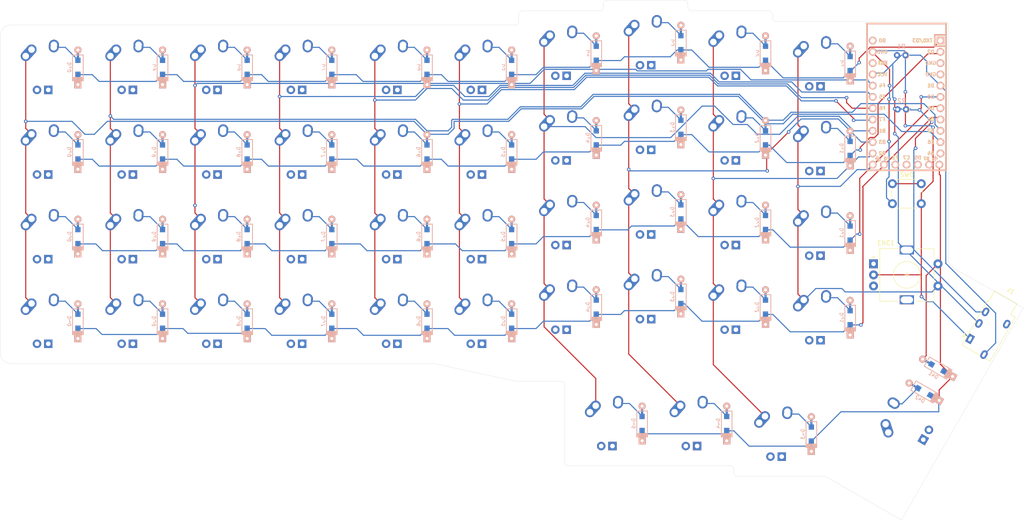
<source format=kicad_pcb>
(kicad_pcb (version 20171130) (host pcbnew "(5.1.9-0-10_14)")
  (layers (0 F.Cu signal) (31 B.Cu signal) (34 B.Paste user) (35 F.Paste user) (36 B.SilkS user) (37 F.SilkS user) (38 B.Mask user) (39 F.Mask user) (44 Edge.Cuts user))
  (net 0 "")
  (net 1 "Net-(D1-Pad2)")
  (net 2 ROW0)
  (net 3 "Net-(D2-Pad2)")
  (net 4 "Net-(D3-Pad2)")
  (net 5 "Net-(D4-Pad2)")
  (net 6 "Net-(D5-Pad2)")
  (net 7 "Net-(D6-Pad2)")
  (net 8 "Net-(D7-Pad2)")
  (net 9 "Net-(D8-Pad2)")
  (net 10 "Net-(D9-Pad2)")
  (net 11 "Net-(D10-Pad2)")
  (net 12 "Net-(D11-Pad2)")
  (net 13 ROW1)
  (net 14 "Net-(D12-Pad2)")
  (net 15 "Net-(D13-Pad2)")
  (net 16 "Net-(D14-Pad2)")
  (net 17 "Net-(D15-Pad2)")
  (net 18 "Net-(D16-Pad2)")
  (net 19 "Net-(D17-Pad2)")
  (net 20 "Net-(D18-Pad2)")
  (net 21 "Net-(D19-Pad2)")
  (net 22 "Net-(D20-Pad2)")
  (net 23 "Net-(D21-Pad2)")
  (net 24 ROW2)
  (net 25 "Net-(D22-Pad2)")
  (net 26 "Net-(D23-Pad2)")
  (net 27 "Net-(D24-Pad2)")
  (net 28 "Net-(D25-Pad2)")
  (net 29 "Net-(D26-Pad2)")
  (net 30 "Net-(D27-Pad2)")
  (net 31 "Net-(D28-Pad2)")
  (net 32 "Net-(D29-Pad2)")
  (net 33 "Net-(D30-Pad2)")
  (net 34 "Net-(D31-Pad2)")
  (net 35 ROW3)
  (net 36 "Net-(D32-Pad2)")
  (net 37 "Net-(D33-Pad2)")
  (net 38 "Net-(D34-Pad2)")
  (net 39 "Net-(D35-Pad2)")
  (net 40 "Net-(D36-Pad2)")
  (net 41 "Net-(D37-Pad2)")
  (net 42 "Net-(D38-Pad2)")
  (net 43 "Net-(D39-Pad2)")
  (net 44 "Net-(D40-Pad2)")
  (net 45 ROW4)
  (net 46 "Net-(D42-Pad2)")
  (net 47 "Net-(D43-Pad2)")
  (net 48 "Net-(D44-Pad2)")
  (net 49 COL0)
  (net 50 COL1)
  (net 51 COL2)
  (net 52 COL3)
  (net 53 COL4)
  (net 54 COL5)
  (net 55 COL6)
  (net 56 COL7)
  (net 57 COL8)
  (net 58 COL9)
  (net 59 VCC)
  (net 60 SDA)
  (net 61 SCL)
  (net 62 GND)
  (net 63 "Net-(SW0-Pad1)")
  (net 64 ENC1-OUT)
  (net 65 "Net-(D45-Pad2)")
  (module Resistor_THT:R_Axial_DIN0204_L3.6mm_D1.6mm_P1.90mm_Vertical (layer B.Cu) (at 241.173 45.974 180)
    (fp_text reference R2 (at 0.95 1.92) (layer B.SilkS) (effects (justify mirror)))
    (fp_text value 10kOhms)
    (pad 2 thru_hole oval (at 1.9 0 180) (size 1.4 1.4) (drill 0.7) (layers *.Cu *.Mask) (net 59 VCC))
    (pad 1 thru_hole circle (at 0 0 180) (size 1.4 1.4) (drill 0.7) (layers *.Cu *.Mask) (net 61 SCL))
  )
  (module Resistor_THT:R_Axial_DIN0204_L3.6mm_D1.6mm_P1.90mm_Vertical (layer B.Cu) (at 241.046 33.782 180)
    (fp_text reference R1 (at 0.95 1.92) (layer B.SilkS) (effects (justify mirror)))
    (fp_text value 2.2kOhms)
    (pad 2 thru_hole oval (at 1.9 0 180) (size 1.4 1.4) (drill 0.7) (layers *.Cu *.Mask) (net 59 VCC))
    (pad 1 thru_hole circle (at 0 0 180) (size 1.4 1.4) (drill 0.7) (layers *.Cu *.Mask) (net 60 SDA))
  )
  (module footprints:D_SOD123_axial (layer B.Cu) (at 181.76875 116.68125 90)
    (fp_text reference D45 (at 0 -1.925 90) (layer B.SilkS) (effects (font (size 0.8 0.8)) (justify mirror)))
    (fp_text value D_Small hide)
    (pad 2 smd rect (at 2.7 0 90) (size 2.5 0.5) (layers B.Cu) (net 65 "Net-(D45-Pad2)"))
    (pad 1 smd rect (at -2.7 0 90) (size 2.5 0.5) (layers B.Cu) (net 45 ROW4))
    (pad 2 thru_hole circle (at 3.9 0 90) (size 1.6 1.6) (drill 0.7) (layers *.Cu *.Mask B.SilkS) (net 65 "Net-(D45-Pad2)"))
    (pad 1 thru_hole rect (at -3.9 0 90) (size 1.6 1.6) (drill 0.7) (layers *.Cu *.Mask B.SilkS) (net 45 ROW4))
    (pad 1 smd rect (at -1.575 0 90) (size 1.2 1.2) (layers B.Cu B.Paste B.Mask) (net 45 ROW4))
    (pad 2 smd rect (at 1.575 0 90) (size 1.2 1.2) (layers B.Cu B.Paste B.Mask) (net 65 "Net-(D45-Pad2)"))
  )
  (module footprints:D_SOD123_axial (layer B.Cu) (at 200.81875 116.68125 90)
    (fp_text reference D44 (at 0 -1.925 90) (layer B.SilkS) (effects (font (size 0.8 0.8)) (justify mirror)))
    (fp_text value D_Small hide)
    (pad 2 smd rect (at 2.7 0 90) (size 2.5 0.5) (layers B.Cu) (net 48 "Net-(D44-Pad2)"))
    (pad 1 smd rect (at -2.7 0 90) (size 2.5 0.5) (layers B.Cu) (net 45 ROW4))
    (pad 2 thru_hole circle (at 3.9 0 90) (size 1.6 1.6) (drill 0.7) (layers *.Cu *.Mask B.SilkS) (net 48 "Net-(D44-Pad2)"))
    (pad 1 thru_hole rect (at -3.9 0 90) (size 1.6 1.6) (drill 0.7) (layers *.Cu *.Mask B.SilkS) (net 45 ROW4))
    (pad 1 smd rect (at -1.575 0 90) (size 1.2 1.2) (layers B.Cu B.Paste B.Mask) (net 45 ROW4))
    (pad 2 smd rect (at 1.575 0 90) (size 1.2 1.2) (layers B.Cu B.Paste B.Mask) (net 48 "Net-(D44-Pad2)"))
  )
  (module footprints:D_SOD123_axial (layer B.Cu) (at 219.86875 119.0625 90)
    (fp_text reference D43 (at 0 -1.925 90) (layer B.SilkS) (effects (font (size 0.8 0.8)) (justify mirror)))
    (fp_text value D_Small hide)
    (pad 2 smd rect (at 2.7 0 90) (size 2.5 0.5) (layers B.Cu) (net 47 "Net-(D43-Pad2)"))
    (pad 1 smd rect (at -2.7 0 90) (size 2.5 0.5) (layers B.Cu) (net 45 ROW4))
    (pad 2 thru_hole circle (at 3.9 0 90) (size 1.6 1.6) (drill 0.7) (layers *.Cu *.Mask B.SilkS) (net 47 "Net-(D43-Pad2)"))
    (pad 1 thru_hole rect (at -3.9 0 90) (size 1.6 1.6) (drill 0.7) (layers *.Cu *.Mask B.SilkS) (net 45 ROW4))
    (pad 1 smd rect (at -1.575 0 90) (size 1.2 1.2) (layers B.Cu B.Paste B.Mask) (net 45 ROW4))
    (pad 2 smd rect (at 1.575 0 90) (size 1.2 1.2) (layers B.Cu B.Paste B.Mask) (net 47 "Net-(D43-Pad2)"))
  )
  (module footprints:D_SOD123_axial (layer B.Cu) (at 245.26875 109.5375 150)
    (fp_text reference D42 (at 0 -1.925 150) (layer B.SilkS) (effects (font (size 0.8 0.8)) (justify mirror)))
    (fp_text value D_Small hide)
    (pad 2 smd rect (at 2.7 0 150) (size 2.5 0.5) (layers B.Cu) (net 46 "Net-(D42-Pad2)"))
    (pad 1 smd rect (at -2.7 0 150) (size 2.5 0.5) (layers B.Cu) (net 45 ROW4))
    (pad 2 thru_hole circle (at 3.9 0 150) (size 1.6 1.6) (drill 0.7) (layers *.Cu *.Mask B.SilkS) (net 46 "Net-(D42-Pad2)"))
    (pad 1 thru_hole rect (at -3.9 0 150) (size 1.6 1.6) (drill 0.7) (layers *.Cu *.Mask B.SilkS) (net 45 ROW4))
    (pad 1 smd rect (at -1.575 0 150) (size 1.2 1.2) (layers B.Cu B.Paste B.Mask) (net 45 ROW4))
    (pad 2 smd rect (at 1.575 0 150) (size 1.2 1.2) (layers B.Cu B.Paste B.Mask) (net 46 "Net-(D42-Pad2)"))
  )
  (module footprints:D_SOD123_axial (layer B.Cu) (at 248.296231 104.15525 150)
    (fp_text reference D41 (at 0 -1.925 330) (layer B.SilkS) (effects (font (size 0.8 0.8)) (justify mirror)))
    (fp_text value D_Small hide)
    (pad 2 smd rect (at 2.7 0 150) (size 2.5 0.5) (layers B.Cu) (net 64 ENC1-OUT))
    (pad 1 smd rect (at -2.7 0 150) (size 2.5 0.5) (layers B.Cu) (net 45 ROW4))
    (pad 2 thru_hole circle (at 3.9 0 150) (size 1.6 1.6) (drill 0.7) (layers *.Cu *.Mask B.SilkS) (net 64 ENC1-OUT))
    (pad 1 thru_hole rect (at -3.9 0 150) (size 1.6 1.6) (drill 0.7) (layers *.Cu *.Mask B.SilkS) (net 45 ROW4))
    (pad 1 smd rect (at -1.575 0 150) (size 1.2 1.2) (layers B.Cu B.Paste B.Mask) (net 45 ROW4))
    (pad 2 smd rect (at 1.575 0 150) (size 1.2 1.2) (layers B.Cu B.Paste B.Mask) (net 64 ENC1-OUT))
  )
  (module footprints:D_SOD123_axial (layer B.Cu) (at 54.76875 93.6625 90)
    (fp_text reference D40 (at 0 -1.925 90) (layer B.SilkS) (effects (font (size 0.8 0.8)) (justify mirror)))
    (fp_text value D_Small hide)
    (pad 2 smd rect (at 2.7 0 90) (size 2.5 0.5) (layers B.Cu) (net 44 "Net-(D40-Pad2)"))
    (pad 1 smd rect (at -2.7 0 90) (size 2.5 0.5) (layers B.Cu) (net 35 ROW3))
    (pad 2 thru_hole circle (at 3.9 0 90) (size 1.6 1.6) (drill 0.7) (layers *.Cu *.Mask B.SilkS) (net 44 "Net-(D40-Pad2)"))
    (pad 1 thru_hole rect (at -3.9 0 90) (size 1.6 1.6) (drill 0.7) (layers *.Cu *.Mask B.SilkS) (net 35 ROW3))
    (pad 1 smd rect (at -1.575 0 90) (size 1.2 1.2) (layers B.Cu B.Paste B.Mask) (net 35 ROW3))
    (pad 2 smd rect (at 1.575 0 90) (size 1.2 1.2) (layers B.Cu B.Paste B.Mask) (net 44 "Net-(D40-Pad2)"))
  )
  (module footprints:D_SOD123_axial (layer B.Cu) (at 73.81875 93.6625 90)
    (fp_text reference D39 (at 0 -1.925 90) (layer B.SilkS) (effects (font (size 0.8 0.8)) (justify mirror)))
    (fp_text value D_Small hide)
    (pad 2 smd rect (at 2.7 0 90) (size 2.5 0.5) (layers B.Cu) (net 43 "Net-(D39-Pad2)"))
    (pad 1 smd rect (at -2.7 0 90) (size 2.5 0.5) (layers B.Cu) (net 35 ROW3))
    (pad 2 thru_hole circle (at 3.9 0 90) (size 1.6 1.6) (drill 0.7) (layers *.Cu *.Mask B.SilkS) (net 43 "Net-(D39-Pad2)"))
    (pad 1 thru_hole rect (at -3.9 0 90) (size 1.6 1.6) (drill 0.7) (layers *.Cu *.Mask B.SilkS) (net 35 ROW3))
    (pad 1 smd rect (at -1.575 0 90) (size 1.2 1.2) (layers B.Cu B.Paste B.Mask) (net 35 ROW3))
    (pad 2 smd rect (at 1.575 0 90) (size 1.2 1.2) (layers B.Cu B.Paste B.Mask) (net 43 "Net-(D39-Pad2)"))
  )
  (module footprints:D_SOD123_axial (layer B.Cu) (at 92.86875 93.6625 90)
    (fp_text reference D38 (at 0 -1.925 90) (layer B.SilkS) (effects (font (size 0.8 0.8)) (justify mirror)))
    (fp_text value D_Small hide)
    (pad 2 smd rect (at 2.7 0 90) (size 2.5 0.5) (layers B.Cu) (net 42 "Net-(D38-Pad2)"))
    (pad 1 smd rect (at -2.7 0 90) (size 2.5 0.5) (layers B.Cu) (net 35 ROW3))
    (pad 2 thru_hole circle (at 3.9 0 90) (size 1.6 1.6) (drill 0.7) (layers *.Cu *.Mask B.SilkS) (net 42 "Net-(D38-Pad2)"))
    (pad 1 thru_hole rect (at -3.9 0 90) (size 1.6 1.6) (drill 0.7) (layers *.Cu *.Mask B.SilkS) (net 35 ROW3))
    (pad 1 smd rect (at -1.575 0 90) (size 1.2 1.2) (layers B.Cu B.Paste B.Mask) (net 35 ROW3))
    (pad 2 smd rect (at 1.575 0 90) (size 1.2 1.2) (layers B.Cu B.Paste B.Mask) (net 42 "Net-(D38-Pad2)"))
  )
  (module footprints:D_SOD123_axial (layer B.Cu) (at 111.91875 93.6625 90)
    (fp_text reference D37 (at 0 -1.925 90) (layer B.SilkS) (effects (font (size 0.8 0.8)) (justify mirror)))
    (fp_text value D_Small hide)
    (pad 2 smd rect (at 2.7 0 90) (size 2.5 0.5) (layers B.Cu) (net 41 "Net-(D37-Pad2)"))
    (pad 1 smd rect (at -2.7 0 90) (size 2.5 0.5) (layers B.Cu) (net 35 ROW3))
    (pad 2 thru_hole circle (at 3.9 0 90) (size 1.6 1.6) (drill 0.7) (layers *.Cu *.Mask B.SilkS) (net 41 "Net-(D37-Pad2)"))
    (pad 1 thru_hole rect (at -3.9 0 90) (size 1.6 1.6) (drill 0.7) (layers *.Cu *.Mask B.SilkS) (net 35 ROW3))
    (pad 1 smd rect (at -1.575 0 90) (size 1.2 1.2) (layers B.Cu B.Paste B.Mask) (net 35 ROW3))
    (pad 2 smd rect (at 1.575 0 90) (size 1.2 1.2) (layers B.Cu B.Paste B.Mask) (net 41 "Net-(D37-Pad2)"))
  )
  (module footprints:D_SOD123_axial (layer B.Cu) (at 133.35 93.6625 90)
    (fp_text reference D36 (at 0 -1.925 90) (layer B.SilkS) (effects (font (size 0.8 0.8)) (justify mirror)))
    (fp_text value D_Small hide)
    (pad 2 smd rect (at 2.7 0 90) (size 2.5 0.5) (layers B.Cu) (net 40 "Net-(D36-Pad2)"))
    (pad 1 smd rect (at -2.7 0 90) (size 2.5 0.5) (layers B.Cu) (net 35 ROW3))
    (pad 2 thru_hole circle (at 3.9 0 90) (size 1.6 1.6) (drill 0.7) (layers *.Cu *.Mask B.SilkS) (net 40 "Net-(D36-Pad2)"))
    (pad 1 thru_hole rect (at -3.9 0 90) (size 1.6 1.6) (drill 0.7) (layers *.Cu *.Mask B.SilkS) (net 35 ROW3))
    (pad 1 smd rect (at -1.575 0 90) (size 1.2 1.2) (layers B.Cu B.Paste B.Mask) (net 35 ROW3))
    (pad 2 smd rect (at 1.575 0 90) (size 1.2 1.2) (layers B.Cu B.Paste B.Mask) (net 40 "Net-(D36-Pad2)"))
  )
  (module footprints:D_SOD123_axial (layer B.Cu) (at 152.4 93.6625 90)
    (fp_text reference D35 (at 0 -1.925 90) (layer B.SilkS) (effects (font (size 0.8 0.8)) (justify mirror)))
    (fp_text value D_Small hide)
    (pad 2 smd rect (at 2.7 0 90) (size 2.5 0.5) (layers B.Cu) (net 39 "Net-(D35-Pad2)"))
    (pad 1 smd rect (at -2.7 0 90) (size 2.5 0.5) (layers B.Cu) (net 35 ROW3))
    (pad 2 thru_hole circle (at 3.9 0 90) (size 1.6 1.6) (drill 0.7) (layers *.Cu *.Mask B.SilkS) (net 39 "Net-(D35-Pad2)"))
    (pad 1 thru_hole rect (at -3.9 0 90) (size 1.6 1.6) (drill 0.7) (layers *.Cu *.Mask B.SilkS) (net 35 ROW3))
    (pad 1 smd rect (at -1.575 0 90) (size 1.2 1.2) (layers B.Cu B.Paste B.Mask) (net 35 ROW3))
    (pad 2 smd rect (at 1.575 0 90) (size 1.2 1.2) (layers B.Cu B.Paste B.Mask) (net 39 "Net-(D35-Pad2)"))
  )
  (module footprints:D_SOD123_axial (layer B.Cu) (at 171.45 90.4875 90)
    (fp_text reference D34 (at 0 -1.925 90) (layer B.SilkS) (effects (font (size 0.8 0.8)) (justify mirror)))
    (fp_text value D_Small hide)
    (pad 2 smd rect (at 2.7 0 90) (size 2.5 0.5) (layers B.Cu) (net 38 "Net-(D34-Pad2)"))
    (pad 1 smd rect (at -2.7 0 90) (size 2.5 0.5) (layers B.Cu) (net 35 ROW3))
    (pad 2 thru_hole circle (at 3.9 0 90) (size 1.6 1.6) (drill 0.7) (layers *.Cu *.Mask B.SilkS) (net 38 "Net-(D34-Pad2)"))
    (pad 1 thru_hole rect (at -3.9 0 90) (size 1.6 1.6) (drill 0.7) (layers *.Cu *.Mask B.SilkS) (net 35 ROW3))
    (pad 1 smd rect (at -1.575 0 90) (size 1.2 1.2) (layers B.Cu B.Paste B.Mask) (net 35 ROW3))
    (pad 2 smd rect (at 1.575 0 90) (size 1.2 1.2) (layers B.Cu B.Paste B.Mask) (net 38 "Net-(D34-Pad2)"))
  )
  (module footprints:D_SOD123_axial (layer B.Cu) (at 190.5 88.10625 90)
    (fp_text reference D33 (at 0 -1.925 90) (layer B.SilkS) (effects (font (size 0.8 0.8)) (justify mirror)))
    (fp_text value D_Small hide)
    (pad 2 smd rect (at 2.7 0 90) (size 2.5 0.5) (layers B.Cu) (net 37 "Net-(D33-Pad2)"))
    (pad 1 smd rect (at -2.7 0 90) (size 2.5 0.5) (layers B.Cu) (net 35 ROW3))
    (pad 2 thru_hole circle (at 3.9 0 90) (size 1.6 1.6) (drill 0.7) (layers *.Cu *.Mask B.SilkS) (net 37 "Net-(D33-Pad2)"))
    (pad 1 thru_hole rect (at -3.9 0 90) (size 1.6 1.6) (drill 0.7) (layers *.Cu *.Mask B.SilkS) (net 35 ROW3))
    (pad 1 smd rect (at -1.575 0 90) (size 1.2 1.2) (layers B.Cu B.Paste B.Mask) (net 35 ROW3))
    (pad 2 smd rect (at 1.575 0 90) (size 1.2 1.2) (layers B.Cu B.Paste B.Mask) (net 37 "Net-(D33-Pad2)"))
  )
  (module footprints:D_SOD123_axial (layer B.Cu) (at 209.55 90.4875 90)
    (fp_text reference D32 (at 0 -1.925 90) (layer B.SilkS) (effects (font (size 0.8 0.8)) (justify mirror)))
    (fp_text value D_Small hide)
    (pad 2 smd rect (at 2.7 0 90) (size 2.5 0.5) (layers B.Cu) (net 36 "Net-(D32-Pad2)"))
    (pad 1 smd rect (at -2.7 0 90) (size 2.5 0.5) (layers B.Cu) (net 35 ROW3))
    (pad 2 thru_hole circle (at 3.9 0 90) (size 1.6 1.6) (drill 0.7) (layers *.Cu *.Mask B.SilkS) (net 36 "Net-(D32-Pad2)"))
    (pad 1 thru_hole rect (at -3.9 0 90) (size 1.6 1.6) (drill 0.7) (layers *.Cu *.Mask B.SilkS) (net 35 ROW3))
    (pad 1 smd rect (at -1.575 0 90) (size 1.2 1.2) (layers B.Cu B.Paste B.Mask) (net 35 ROW3))
    (pad 2 smd rect (at 1.575 0 90) (size 1.2 1.2) (layers B.Cu B.Paste B.Mask) (net 36 "Net-(D32-Pad2)"))
  )
  (module footprints:D_SOD123_axial (layer B.Cu) (at 228.6 92.86875 90)
    (fp_text reference D31 (at 0 -1.925 90) (layer B.SilkS) (effects (font (size 0.8 0.8)) (justify mirror)))
    (fp_text value D_Small hide)
    (pad 2 smd rect (at 2.7 0 90) (size 2.5 0.5) (layers B.Cu) (net 34 "Net-(D31-Pad2)"))
    (pad 1 smd rect (at -2.7 0 90) (size 2.5 0.5) (layers B.Cu) (net 35 ROW3))
    (pad 2 thru_hole circle (at 3.9 0 90) (size 1.6 1.6) (drill 0.7) (layers *.Cu *.Mask B.SilkS) (net 34 "Net-(D31-Pad2)"))
    (pad 1 thru_hole rect (at -3.9 0 90) (size 1.6 1.6) (drill 0.7) (layers *.Cu *.Mask B.SilkS) (net 35 ROW3))
    (pad 1 smd rect (at -1.575 0 90) (size 1.2 1.2) (layers B.Cu B.Paste B.Mask) (net 35 ROW3))
    (pad 2 smd rect (at 1.575 0 90) (size 1.2 1.2) (layers B.Cu B.Paste B.Mask) (net 34 "Net-(D31-Pad2)"))
  )
  (module footprints:D_SOD123_axial (layer B.Cu) (at 54.76875 74.6125 90)
    (fp_text reference D30 (at 0 -1.925 90) (layer B.SilkS) (effects (font (size 0.8 0.8)) (justify mirror)))
    (fp_text value D_Small hide)
    (pad 2 smd rect (at 2.7 0 90) (size 2.5 0.5) (layers B.Cu) (net 33 "Net-(D30-Pad2)"))
    (pad 1 smd rect (at -2.7 0 90) (size 2.5 0.5) (layers B.Cu) (net 24 ROW2))
    (pad 2 thru_hole circle (at 3.9 0 90) (size 1.6 1.6) (drill 0.7) (layers *.Cu *.Mask B.SilkS) (net 33 "Net-(D30-Pad2)"))
    (pad 1 thru_hole rect (at -3.9 0 90) (size 1.6 1.6) (drill 0.7) (layers *.Cu *.Mask B.SilkS) (net 24 ROW2))
    (pad 1 smd rect (at -1.575 0 90) (size 1.2 1.2) (layers B.Cu B.Paste B.Mask) (net 24 ROW2))
    (pad 2 smd rect (at 1.575 0 90) (size 1.2 1.2) (layers B.Cu B.Paste B.Mask) (net 33 "Net-(D30-Pad2)"))
  )
  (module footprints:D_SOD123_axial (layer B.Cu) (at 73.81875 74.6125 90)
    (fp_text reference D29 (at 0 -1.925 90) (layer B.SilkS) (effects (font (size 0.8 0.8)) (justify mirror)))
    (fp_text value D_Small hide)
    (pad 2 smd rect (at 2.7 0 90) (size 2.5 0.5) (layers B.Cu) (net 32 "Net-(D29-Pad2)"))
    (pad 1 smd rect (at -2.7 0 90) (size 2.5 0.5) (layers B.Cu) (net 24 ROW2))
    (pad 2 thru_hole circle (at 3.9 0 90) (size 1.6 1.6) (drill 0.7) (layers *.Cu *.Mask B.SilkS) (net 32 "Net-(D29-Pad2)"))
    (pad 1 thru_hole rect (at -3.9 0 90) (size 1.6 1.6) (drill 0.7) (layers *.Cu *.Mask B.SilkS) (net 24 ROW2))
    (pad 1 smd rect (at -1.575 0 90) (size 1.2 1.2) (layers B.Cu B.Paste B.Mask) (net 24 ROW2))
    (pad 2 smd rect (at 1.575 0 90) (size 1.2 1.2) (layers B.Cu B.Paste B.Mask) (net 32 "Net-(D29-Pad2)"))
  )
  (module footprints:D_SOD123_axial (layer B.Cu) (at 92.86875 74.6125 90)
    (fp_text reference D28 (at 0 -1.925 90) (layer B.SilkS) (effects (font (size 0.8 0.8)) (justify mirror)))
    (fp_text value D_Small hide)
    (pad 2 smd rect (at 2.7 0 90) (size 2.5 0.5) (layers B.Cu) (net 31 "Net-(D28-Pad2)"))
    (pad 1 smd rect (at -2.7 0 90) (size 2.5 0.5) (layers B.Cu) (net 24 ROW2))
    (pad 2 thru_hole circle (at 3.9 0 90) (size 1.6 1.6) (drill 0.7) (layers *.Cu *.Mask B.SilkS) (net 31 "Net-(D28-Pad2)"))
    (pad 1 thru_hole rect (at -3.9 0 90) (size 1.6 1.6) (drill 0.7) (layers *.Cu *.Mask B.SilkS) (net 24 ROW2))
    (pad 1 smd rect (at -1.575 0 90) (size 1.2 1.2) (layers B.Cu B.Paste B.Mask) (net 24 ROW2))
    (pad 2 smd rect (at 1.575 0 90) (size 1.2 1.2) (layers B.Cu B.Paste B.Mask) (net 31 "Net-(D28-Pad2)"))
  )
  (module footprints:D_SOD123_axial (layer B.Cu) (at 111.91875 74.6125 90)
    (fp_text reference D27 (at 0 -1.925 90) (layer B.SilkS) (effects (font (size 0.8 0.8)) (justify mirror)))
    (fp_text value D_Small hide)
    (pad 2 smd rect (at 2.7 0 90) (size 2.5 0.5) (layers B.Cu) (net 30 "Net-(D27-Pad2)"))
    (pad 1 smd rect (at -2.7 0 90) (size 2.5 0.5) (layers B.Cu) (net 24 ROW2))
    (pad 2 thru_hole circle (at 3.9 0 90) (size 1.6 1.6) (drill 0.7) (layers *.Cu *.Mask B.SilkS) (net 30 "Net-(D27-Pad2)"))
    (pad 1 thru_hole rect (at -3.9 0 90) (size 1.6 1.6) (drill 0.7) (layers *.Cu *.Mask B.SilkS) (net 24 ROW2))
    (pad 1 smd rect (at -1.575 0 90) (size 1.2 1.2) (layers B.Cu B.Paste B.Mask) (net 24 ROW2))
    (pad 2 smd rect (at 1.575 0 90) (size 1.2 1.2) (layers B.Cu B.Paste B.Mask) (net 30 "Net-(D27-Pad2)"))
  )
  (module footprints:D_SOD123_axial (layer B.Cu) (at 133.35 74.6125 90)
    (fp_text reference D26 (at 0 -1.925 90) (layer B.SilkS) (effects (font (size 0.8 0.8)) (justify mirror)))
    (fp_text value D_Small hide)
    (pad 2 smd rect (at 2.7 0 90) (size 2.5 0.5) (layers B.Cu) (net 29 "Net-(D26-Pad2)"))
    (pad 1 smd rect (at -2.7 0 90) (size 2.5 0.5) (layers B.Cu) (net 24 ROW2))
    (pad 2 thru_hole circle (at 3.9 0 90) (size 1.6 1.6) (drill 0.7) (layers *.Cu *.Mask B.SilkS) (net 29 "Net-(D26-Pad2)"))
    (pad 1 thru_hole rect (at -3.9 0 90) (size 1.6 1.6) (drill 0.7) (layers *.Cu *.Mask B.SilkS) (net 24 ROW2))
    (pad 1 smd rect (at -1.575 0 90) (size 1.2 1.2) (layers B.Cu B.Paste B.Mask) (net 24 ROW2))
    (pad 2 smd rect (at 1.575 0 90) (size 1.2 1.2) (layers B.Cu B.Paste B.Mask) (net 29 "Net-(D26-Pad2)"))
  )
  (module footprints:D_SOD123_axial (layer B.Cu) (at 152.4 74.6125 90)
    (fp_text reference D25 (at 0 -1.925 90) (layer B.SilkS) (effects (font (size 0.8 0.8)) (justify mirror)))
    (fp_text value D_Small hide)
    (pad 2 smd rect (at 2.7 0 90) (size 2.5 0.5) (layers B.Cu) (net 28 "Net-(D25-Pad2)"))
    (pad 1 smd rect (at -2.7 0 90) (size 2.5 0.5) (layers B.Cu) (net 24 ROW2))
    (pad 2 thru_hole circle (at 3.9 0 90) (size 1.6 1.6) (drill 0.7) (layers *.Cu *.Mask B.SilkS) (net 28 "Net-(D25-Pad2)"))
    (pad 1 thru_hole rect (at -3.9 0 90) (size 1.6 1.6) (drill 0.7) (layers *.Cu *.Mask B.SilkS) (net 24 ROW2))
    (pad 1 smd rect (at -1.575 0 90) (size 1.2 1.2) (layers B.Cu B.Paste B.Mask) (net 24 ROW2))
    (pad 2 smd rect (at 1.575 0 90) (size 1.2 1.2) (layers B.Cu B.Paste B.Mask) (net 28 "Net-(D25-Pad2)"))
  )
  (module footprints:D_SOD123_axial (layer B.Cu) (at 171.45 71.4375 90)
    (fp_text reference D24 (at 0 -1.925 90) (layer B.SilkS) (effects (font (size 0.8 0.8)) (justify mirror)))
    (fp_text value D_Small hide)
    (pad 2 smd rect (at 2.7 0 90) (size 2.5 0.5) (layers B.Cu) (net 27 "Net-(D24-Pad2)"))
    (pad 1 smd rect (at -2.7 0 90) (size 2.5 0.5) (layers B.Cu) (net 24 ROW2))
    (pad 2 thru_hole circle (at 3.9 0 90) (size 1.6 1.6) (drill 0.7) (layers *.Cu *.Mask B.SilkS) (net 27 "Net-(D24-Pad2)"))
    (pad 1 thru_hole rect (at -3.9 0 90) (size 1.6 1.6) (drill 0.7) (layers *.Cu *.Mask B.SilkS) (net 24 ROW2))
    (pad 1 smd rect (at -1.575 0 90) (size 1.2 1.2) (layers B.Cu B.Paste B.Mask) (net 24 ROW2))
    (pad 2 smd rect (at 1.575 0 90) (size 1.2 1.2) (layers B.Cu B.Paste B.Mask) (net 27 "Net-(D24-Pad2)"))
  )
  (module footprints:D_SOD123_axial (layer B.Cu) (at 190.5 69.05625 90)
    (fp_text reference D23 (at 0 -1.925 90) (layer B.SilkS) (effects (font (size 0.8 0.8)) (justify mirror)))
    (fp_text value D_Small hide)
    (pad 2 smd rect (at 2.7 0 90) (size 2.5 0.5) (layers B.Cu) (net 26 "Net-(D23-Pad2)"))
    (pad 1 smd rect (at -2.7 0 90) (size 2.5 0.5) (layers B.Cu) (net 24 ROW2))
    (pad 2 thru_hole circle (at 3.9 0 90) (size 1.6 1.6) (drill 0.7) (layers *.Cu *.Mask B.SilkS) (net 26 "Net-(D23-Pad2)"))
    (pad 1 thru_hole rect (at -3.9 0 90) (size 1.6 1.6) (drill 0.7) (layers *.Cu *.Mask B.SilkS) (net 24 ROW2))
    (pad 1 smd rect (at -1.575 0 90) (size 1.2 1.2) (layers B.Cu B.Paste B.Mask) (net 24 ROW2))
    (pad 2 smd rect (at 1.575 0 90) (size 1.2 1.2) (layers B.Cu B.Paste B.Mask) (net 26 "Net-(D23-Pad2)"))
  )
  (module footprints:D_SOD123_axial (layer B.Cu) (at 209.55 71.4375 90)
    (fp_text reference D22 (at 0 -1.925 90) (layer B.SilkS) (effects (font (size 0.8 0.8)) (justify mirror)))
    (fp_text value D_Small hide)
    (pad 2 smd rect (at 2.7 0 90) (size 2.5 0.5) (layers B.Cu) (net 25 "Net-(D22-Pad2)"))
    (pad 1 smd rect (at -2.7 0 90) (size 2.5 0.5) (layers B.Cu) (net 24 ROW2))
    (pad 2 thru_hole circle (at 3.9 0 90) (size 1.6 1.6) (drill 0.7) (layers *.Cu *.Mask B.SilkS) (net 25 "Net-(D22-Pad2)"))
    (pad 1 thru_hole rect (at -3.9 0 90) (size 1.6 1.6) (drill 0.7) (layers *.Cu *.Mask B.SilkS) (net 24 ROW2))
    (pad 1 smd rect (at -1.575 0 90) (size 1.2 1.2) (layers B.Cu B.Paste B.Mask) (net 24 ROW2))
    (pad 2 smd rect (at 1.575 0 90) (size 1.2 1.2) (layers B.Cu B.Paste B.Mask) (net 25 "Net-(D22-Pad2)"))
  )
  (module footprints:D_SOD123_axial (layer B.Cu) (at 228.6 73.81875 90)
    (fp_text reference D21 (at 0 -1.925 90) (layer B.SilkS) (effects (font (size 0.8 0.8)) (justify mirror)))
    (fp_text value D_Small hide)
    (pad 2 smd rect (at 2.7 0 90) (size 2.5 0.5) (layers B.Cu) (net 23 "Net-(D21-Pad2)"))
    (pad 1 smd rect (at -2.7 0 90) (size 2.5 0.5) (layers B.Cu) (net 24 ROW2))
    (pad 2 thru_hole circle (at 3.9 0 90) (size 1.6 1.6) (drill 0.7) (layers *.Cu *.Mask B.SilkS) (net 23 "Net-(D21-Pad2)"))
    (pad 1 thru_hole rect (at -3.9 0 90) (size 1.6 1.6) (drill 0.7) (layers *.Cu *.Mask B.SilkS) (net 24 ROW2))
    (pad 1 smd rect (at -1.575 0 90) (size 1.2 1.2) (layers B.Cu B.Paste B.Mask) (net 24 ROW2))
    (pad 2 smd rect (at 1.575 0 90) (size 1.2 1.2) (layers B.Cu B.Paste B.Mask) (net 23 "Net-(D21-Pad2)"))
  )
  (module footprints:D_SOD123_axial (layer B.Cu) (at 54.76875 55.5625 90)
    (fp_text reference D20 (at 0 -1.925 90) (layer B.SilkS) (effects (font (size 0.8 0.8)) (justify mirror)))
    (fp_text value D_Small hide)
    (pad 2 smd rect (at 2.7 0 90) (size 2.5 0.5) (layers B.Cu) (net 22 "Net-(D20-Pad2)"))
    (pad 1 smd rect (at -2.7 0 90) (size 2.5 0.5) (layers B.Cu) (net 13 ROW1))
    (pad 2 thru_hole circle (at 3.9 0 90) (size 1.6 1.6) (drill 0.7) (layers *.Cu *.Mask B.SilkS) (net 22 "Net-(D20-Pad2)"))
    (pad 1 thru_hole rect (at -3.9 0 90) (size 1.6 1.6) (drill 0.7) (layers *.Cu *.Mask B.SilkS) (net 13 ROW1))
    (pad 1 smd rect (at -1.575 0 90) (size 1.2 1.2) (layers B.Cu B.Paste B.Mask) (net 13 ROW1))
    (pad 2 smd rect (at 1.575 0 90) (size 1.2 1.2) (layers B.Cu B.Paste B.Mask) (net 22 "Net-(D20-Pad2)"))
  )
  (module footprints:D_SOD123_axial (layer B.Cu) (at 73.81875 55.5625 90)
    (fp_text reference D19 (at 0 -1.925 90) (layer B.SilkS) (effects (font (size 0.8 0.8)) (justify mirror)))
    (fp_text value D_Small hide)
    (pad 2 smd rect (at 2.7 0 90) (size 2.5 0.5) (layers B.Cu) (net 21 "Net-(D19-Pad2)"))
    (pad 1 smd rect (at -2.7 0 90) (size 2.5 0.5) (layers B.Cu) (net 13 ROW1))
    (pad 2 thru_hole circle (at 3.9 0 90) (size 1.6 1.6) (drill 0.7) (layers *.Cu *.Mask B.SilkS) (net 21 "Net-(D19-Pad2)"))
    (pad 1 thru_hole rect (at -3.9 0 90) (size 1.6 1.6) (drill 0.7) (layers *.Cu *.Mask B.SilkS) (net 13 ROW1))
    (pad 1 smd rect (at -1.575 0 90) (size 1.2 1.2) (layers B.Cu B.Paste B.Mask) (net 13 ROW1))
    (pad 2 smd rect (at 1.575 0 90) (size 1.2 1.2) (layers B.Cu B.Paste B.Mask) (net 21 "Net-(D19-Pad2)"))
  )
  (module footprints:D_SOD123_axial (layer B.Cu) (at 92.86875 55.5625 90)
    (fp_text reference D18 (at 0 -1.925 90) (layer B.SilkS) (effects (font (size 0.8 0.8)) (justify mirror)))
    (fp_text value D_Small hide)
    (pad 2 smd rect (at 2.7 0 90) (size 2.5 0.5) (layers B.Cu) (net 20 "Net-(D18-Pad2)"))
    (pad 1 smd rect (at -2.7 0 90) (size 2.5 0.5) (layers B.Cu) (net 13 ROW1))
    (pad 2 thru_hole circle (at 3.9 0 90) (size 1.6 1.6) (drill 0.7) (layers *.Cu *.Mask B.SilkS) (net 20 "Net-(D18-Pad2)"))
    (pad 1 thru_hole rect (at -3.9 0 90) (size 1.6 1.6) (drill 0.7) (layers *.Cu *.Mask B.SilkS) (net 13 ROW1))
    (pad 1 smd rect (at -1.575 0 90) (size 1.2 1.2) (layers B.Cu B.Paste B.Mask) (net 13 ROW1))
    (pad 2 smd rect (at 1.575 0 90) (size 1.2 1.2) (layers B.Cu B.Paste B.Mask) (net 20 "Net-(D18-Pad2)"))
  )
  (module footprints:D_SOD123_axial (layer B.Cu) (at 111.91875 55.5625 90)
    (fp_text reference D17 (at 0 -1.925 90) (layer B.SilkS) (effects (font (size 0.8 0.8)) (justify mirror)))
    (fp_text value D_Small hide)
    (pad 2 smd rect (at 2.7 0 90) (size 2.5 0.5) (layers B.Cu) (net 19 "Net-(D17-Pad2)"))
    (pad 1 smd rect (at -2.7 0 90) (size 2.5 0.5) (layers B.Cu) (net 13 ROW1))
    (pad 2 thru_hole circle (at 3.9 0 90) (size 1.6 1.6) (drill 0.7) (layers *.Cu *.Mask B.SilkS) (net 19 "Net-(D17-Pad2)"))
    (pad 1 thru_hole rect (at -3.9 0 90) (size 1.6 1.6) (drill 0.7) (layers *.Cu *.Mask B.SilkS) (net 13 ROW1))
    (pad 1 smd rect (at -1.575 0 90) (size 1.2 1.2) (layers B.Cu B.Paste B.Mask) (net 13 ROW1))
    (pad 2 smd rect (at 1.575 0 90) (size 1.2 1.2) (layers B.Cu B.Paste B.Mask) (net 19 "Net-(D17-Pad2)"))
  )
  (module footprints:D_SOD123_axial (layer B.Cu) (at 133.35 55.5625 90)
    (fp_text reference D16 (at 0 -1.925 90) (layer B.SilkS) (effects (font (size 0.8 0.8)) (justify mirror)))
    (fp_text value D_Small hide)
    (pad 2 smd rect (at 2.7 0 90) (size 2.5 0.5) (layers B.Cu) (net 18 "Net-(D16-Pad2)"))
    (pad 1 smd rect (at -2.7 0 90) (size 2.5 0.5) (layers B.Cu) (net 13 ROW1))
    (pad 2 thru_hole circle (at 3.9 0 90) (size 1.6 1.6) (drill 0.7) (layers *.Cu *.Mask B.SilkS) (net 18 "Net-(D16-Pad2)"))
    (pad 1 thru_hole rect (at -3.9 0 90) (size 1.6 1.6) (drill 0.7) (layers *.Cu *.Mask B.SilkS) (net 13 ROW1))
    (pad 1 smd rect (at -1.575 0 90) (size 1.2 1.2) (layers B.Cu B.Paste B.Mask) (net 13 ROW1))
    (pad 2 smd rect (at 1.575 0 90) (size 1.2 1.2) (layers B.Cu B.Paste B.Mask) (net 18 "Net-(D16-Pad2)"))
  )
  (module footprints:D_SOD123_axial (layer B.Cu) (at 152.4 55.5625 90)
    (fp_text reference D15 (at 0 -1.925 90) (layer B.SilkS) (effects (font (size 0.8 0.8)) (justify mirror)))
    (fp_text value D_Small hide)
    (pad 2 smd rect (at 2.7 0 90) (size 2.5 0.5) (layers B.Cu) (net 17 "Net-(D15-Pad2)"))
    (pad 1 smd rect (at -2.7 0 90) (size 2.5 0.5) (layers B.Cu) (net 13 ROW1))
    (pad 2 thru_hole circle (at 3.9 0 90) (size 1.6 1.6) (drill 0.7) (layers *.Cu *.Mask B.SilkS) (net 17 "Net-(D15-Pad2)"))
    (pad 1 thru_hole rect (at -3.9 0 90) (size 1.6 1.6) (drill 0.7) (layers *.Cu *.Mask B.SilkS) (net 13 ROW1))
    (pad 1 smd rect (at -1.575 0 90) (size 1.2 1.2) (layers B.Cu B.Paste B.Mask) (net 13 ROW1))
    (pad 2 smd rect (at 1.575 0 90) (size 1.2 1.2) (layers B.Cu B.Paste B.Mask) (net 17 "Net-(D15-Pad2)"))
  )
  (module footprints:D_SOD123_axial (layer B.Cu) (at 171.45 52.3875 90)
    (fp_text reference D14 (at 0 -1.925 90) (layer B.SilkS) (effects (font (size 0.8 0.8)) (justify mirror)))
    (fp_text value D_Small hide)
    (pad 2 smd rect (at 2.7 0 90) (size 2.5 0.5) (layers B.Cu) (net 16 "Net-(D14-Pad2)"))
    (pad 1 smd rect (at -2.7 0 90) (size 2.5 0.5) (layers B.Cu) (net 13 ROW1))
    (pad 2 thru_hole circle (at 3.9 0 90) (size 1.6 1.6) (drill 0.7) (layers *.Cu *.Mask B.SilkS) (net 16 "Net-(D14-Pad2)"))
    (pad 1 thru_hole rect (at -3.9 0 90) (size 1.6 1.6) (drill 0.7) (layers *.Cu *.Mask B.SilkS) (net 13 ROW1))
    (pad 1 smd rect (at -1.575 0 90) (size 1.2 1.2) (layers B.Cu B.Paste B.Mask) (net 13 ROW1))
    (pad 2 smd rect (at 1.575 0 90) (size 1.2 1.2) (layers B.Cu B.Paste B.Mask) (net 16 "Net-(D14-Pad2)"))
  )
  (module footprints:D_SOD123_axial (layer B.Cu) (at 190.5 50.00625 90)
    (fp_text reference D13 (at 0 -1.925 90) (layer B.SilkS) (effects (font (size 0.8 0.8)) (justify mirror)))
    (fp_text value D_Small hide)
    (pad 2 smd rect (at 2.7 0 90) (size 2.5 0.5) (layers B.Cu) (net 15 "Net-(D13-Pad2)"))
    (pad 1 smd rect (at -2.7 0 90) (size 2.5 0.5) (layers B.Cu) (net 13 ROW1))
    (pad 2 thru_hole circle (at 3.9 0 90) (size 1.6 1.6) (drill 0.7) (layers *.Cu *.Mask B.SilkS) (net 15 "Net-(D13-Pad2)"))
    (pad 1 thru_hole rect (at -3.9 0 90) (size 1.6 1.6) (drill 0.7) (layers *.Cu *.Mask B.SilkS) (net 13 ROW1))
    (pad 1 smd rect (at -1.575 0 90) (size 1.2 1.2) (layers B.Cu B.Paste B.Mask) (net 13 ROW1))
    (pad 2 smd rect (at 1.575 0 90) (size 1.2 1.2) (layers B.Cu B.Paste B.Mask) (net 15 "Net-(D13-Pad2)"))
  )
  (module footprints:D_SOD123_axial (layer B.Cu) (at 209.55 52.3875 90)
    (fp_text reference D12 (at 0 -1.925 90) (layer B.SilkS) (effects (font (size 0.8 0.8)) (justify mirror)))
    (fp_text value D_Small hide)
    (pad 2 smd rect (at 2.7 0 90) (size 2.5 0.5) (layers B.Cu) (net 14 "Net-(D12-Pad2)"))
    (pad 1 smd rect (at -2.7 0 90) (size 2.5 0.5) (layers B.Cu) (net 13 ROW1))
    (pad 2 thru_hole circle (at 3.9 0 90) (size 1.6 1.6) (drill 0.7) (layers *.Cu *.Mask B.SilkS) (net 14 "Net-(D12-Pad2)"))
    (pad 1 thru_hole rect (at -3.9 0 90) (size 1.6 1.6) (drill 0.7) (layers *.Cu *.Mask B.SilkS) (net 13 ROW1))
    (pad 1 smd rect (at -1.575 0 90) (size 1.2 1.2) (layers B.Cu B.Paste B.Mask) (net 13 ROW1))
    (pad 2 smd rect (at 1.575 0 90) (size 1.2 1.2) (layers B.Cu B.Paste B.Mask) (net 14 "Net-(D12-Pad2)"))
  )
  (module footprints:D_SOD123_axial (layer B.Cu) (at 228.6 54.76875 90)
    (fp_text reference D11 (at 0 -1.925 90) (layer B.SilkS) (effects (font (size 0.8 0.8)) (justify mirror)))
    (fp_text value D_Small hide)
    (pad 2 smd rect (at 2.7 0 90) (size 2.5 0.5) (layers B.Cu) (net 12 "Net-(D11-Pad2)"))
    (pad 1 smd rect (at -2.7 0 90) (size 2.5 0.5) (layers B.Cu) (net 13 ROW1))
    (pad 2 thru_hole circle (at 3.9 0 90) (size 1.6 1.6) (drill 0.7) (layers *.Cu *.Mask B.SilkS) (net 12 "Net-(D11-Pad2)"))
    (pad 1 thru_hole rect (at -3.9 0 90) (size 1.6 1.6) (drill 0.7) (layers *.Cu *.Mask B.SilkS) (net 13 ROW1))
    (pad 1 smd rect (at -1.575 0 90) (size 1.2 1.2) (layers B.Cu B.Paste B.Mask) (net 13 ROW1))
    (pad 2 smd rect (at 1.575 0 90) (size 1.2 1.2) (layers B.Cu B.Paste B.Mask) (net 12 "Net-(D11-Pad2)"))
  )
  (module footprints:D_SOD123_axial (layer B.Cu) (at 54.76875 36.5125 90)
    (fp_text reference D10 (at 0 -1.925 90) (layer B.SilkS) (effects (font (size 0.8 0.8)) (justify mirror)))
    (fp_text value D_Small hide)
    (pad 2 smd rect (at 2.7 0 90) (size 2.5 0.5) (layers B.Cu) (net 11 "Net-(D10-Pad2)"))
    (pad 1 smd rect (at -2.7 0 90) (size 2.5 0.5) (layers B.Cu) (net 2 ROW0))
    (pad 2 thru_hole circle (at 3.9 0 90) (size 1.6 1.6) (drill 0.7) (layers *.Cu *.Mask B.SilkS) (net 11 "Net-(D10-Pad2)"))
    (pad 1 thru_hole rect (at -3.9 0 90) (size 1.6 1.6) (drill 0.7) (layers *.Cu *.Mask B.SilkS) (net 2 ROW0))
    (pad 1 smd rect (at -1.575 0 90) (size 1.2 1.2) (layers B.Cu B.Paste B.Mask) (net 2 ROW0))
    (pad 2 smd rect (at 1.575 0 90) (size 1.2 1.2) (layers B.Cu B.Paste B.Mask) (net 11 "Net-(D10-Pad2)"))
  )
  (module footprints:D_SOD123_axial (layer B.Cu) (at 73.81875 36.5125 90)
    (fp_text reference D9 (at 0 -1.925 90) (layer B.SilkS) (effects (font (size 0.8 0.8)) (justify mirror)))
    (fp_text value D_Small hide)
    (pad 2 smd rect (at 2.7 0 90) (size 2.5 0.5) (layers B.Cu) (net 10 "Net-(D9-Pad2)"))
    (pad 1 smd rect (at -2.7 0 90) (size 2.5 0.5) (layers B.Cu) (net 2 ROW0))
    (pad 2 thru_hole circle (at 3.9 0 90) (size 1.6 1.6) (drill 0.7) (layers *.Cu *.Mask B.SilkS) (net 10 "Net-(D9-Pad2)"))
    (pad 1 thru_hole rect (at -3.9 0 90) (size 1.6 1.6) (drill 0.7) (layers *.Cu *.Mask B.SilkS) (net 2 ROW0))
    (pad 1 smd rect (at -1.575 0 90) (size 1.2 1.2) (layers B.Cu B.Paste B.Mask) (net 2 ROW0))
    (pad 2 smd rect (at 1.575 0 90) (size 1.2 1.2) (layers B.Cu B.Paste B.Mask) (net 10 "Net-(D9-Pad2)"))
  )
  (module footprints:D_SOD123_axial (layer B.Cu) (at 92.86875 36.5125 90)
    (fp_text reference D8 (at 0 -1.925 90) (layer B.SilkS) (effects (font (size 0.8 0.8)) (justify mirror)))
    (fp_text value D_Small hide)
    (pad 2 smd rect (at 2.7 0 90) (size 2.5 0.5) (layers B.Cu) (net 9 "Net-(D8-Pad2)"))
    (pad 1 smd rect (at -2.7 0 90) (size 2.5 0.5) (layers B.Cu) (net 2 ROW0))
    (pad 2 thru_hole circle (at 3.9 0 90) (size 1.6 1.6) (drill 0.7) (layers *.Cu *.Mask B.SilkS) (net 9 "Net-(D8-Pad2)"))
    (pad 1 thru_hole rect (at -3.9 0 90) (size 1.6 1.6) (drill 0.7) (layers *.Cu *.Mask B.SilkS) (net 2 ROW0))
    (pad 1 smd rect (at -1.575 0 90) (size 1.2 1.2) (layers B.Cu B.Paste B.Mask) (net 2 ROW0))
    (pad 2 smd rect (at 1.575 0 90) (size 1.2 1.2) (layers B.Cu B.Paste B.Mask) (net 9 "Net-(D8-Pad2)"))
  )
  (module footprints:D_SOD123_axial (layer B.Cu) (at 111.91875 36.5125 90)
    (fp_text reference D7 (at 0 -1.925 90) (layer B.SilkS) (effects (font (size 0.8 0.8)) (justify mirror)))
    (fp_text value D_Small hide)
    (pad 2 smd rect (at 2.7 0 90) (size 2.5 0.5) (layers B.Cu) (net 8 "Net-(D7-Pad2)"))
    (pad 1 smd rect (at -2.7 0 90) (size 2.5 0.5) (layers B.Cu) (net 2 ROW0))
    (pad 2 thru_hole circle (at 3.9 0 90) (size 1.6 1.6) (drill 0.7) (layers *.Cu *.Mask B.SilkS) (net 8 "Net-(D7-Pad2)"))
    (pad 1 thru_hole rect (at -3.9 0 90) (size 1.6 1.6) (drill 0.7) (layers *.Cu *.Mask B.SilkS) (net 2 ROW0))
    (pad 1 smd rect (at -1.575 0 90) (size 1.2 1.2) (layers B.Cu B.Paste B.Mask) (net 2 ROW0))
    (pad 2 smd rect (at 1.575 0 90) (size 1.2 1.2) (layers B.Cu B.Paste B.Mask) (net 8 "Net-(D7-Pad2)"))
  )
  (module footprints:D_SOD123_axial (layer B.Cu) (at 133.35 36.5125 90)
    (fp_text reference D6 (at 0 -1.925 90) (layer B.SilkS) (effects (font (size 0.8 0.8)) (justify mirror)))
    (fp_text value D_Small hide)
    (pad 2 smd rect (at 2.7 0 90) (size 2.5 0.5) (layers B.Cu) (net 7 "Net-(D6-Pad2)"))
    (pad 1 smd rect (at -2.7 0 90) (size 2.5 0.5) (layers B.Cu) (net 2 ROW0))
    (pad 2 thru_hole circle (at 3.9 0 90) (size 1.6 1.6) (drill 0.7) (layers *.Cu *.Mask B.SilkS) (net 7 "Net-(D6-Pad2)"))
    (pad 1 thru_hole rect (at -3.9 0 90) (size 1.6 1.6) (drill 0.7) (layers *.Cu *.Mask B.SilkS) (net 2 ROW0))
    (pad 1 smd rect (at -1.575 0 90) (size 1.2 1.2) (layers B.Cu B.Paste B.Mask) (net 2 ROW0))
    (pad 2 smd rect (at 1.575 0 90) (size 1.2 1.2) (layers B.Cu B.Paste B.Mask) (net 7 "Net-(D6-Pad2)"))
  )
  (module footprints:D_SOD123_axial (layer B.Cu) (at 152.4 36.5125 90)
    (fp_text reference D5 (at 0 -1.925 90) (layer B.SilkS) (effects (font (size 0.8 0.8)) (justify mirror)))
    (fp_text value D_Small hide)
    (pad 2 smd rect (at 2.7 0 90) (size 2.5 0.5) (layers B.Cu) (net 6 "Net-(D5-Pad2)"))
    (pad 1 smd rect (at -2.7 0 90) (size 2.5 0.5) (layers B.Cu) (net 2 ROW0))
    (pad 2 thru_hole circle (at 3.9 0 90) (size 1.6 1.6) (drill 0.7) (layers *.Cu *.Mask B.SilkS) (net 6 "Net-(D5-Pad2)"))
    (pad 1 thru_hole rect (at -3.9 0 90) (size 1.6 1.6) (drill 0.7) (layers *.Cu *.Mask B.SilkS) (net 2 ROW0))
    (pad 1 smd rect (at -1.575 0 90) (size 1.2 1.2) (layers B.Cu B.Paste B.Mask) (net 2 ROW0))
    (pad 2 smd rect (at 1.575 0 90) (size 1.2 1.2) (layers B.Cu B.Paste B.Mask) (net 6 "Net-(D5-Pad2)"))
  )
  (module footprints:D_SOD123_axial (layer B.Cu) (at 171.45 33.3375 90)
    (fp_text reference D4 (at 0 -1.925 90) (layer B.SilkS) (effects (font (size 0.8 0.8)) (justify mirror)))
    (fp_text value D_Small hide)
    (pad 2 smd rect (at 2.7 0 90) (size 2.5 0.5) (layers B.Cu) (net 5 "Net-(D4-Pad2)"))
    (pad 1 smd rect (at -2.7 0 90) (size 2.5 0.5) (layers B.Cu) (net 2 ROW0))
    (pad 2 thru_hole circle (at 3.9 0 90) (size 1.6 1.6) (drill 0.7) (layers *.Cu *.Mask B.SilkS) (net 5 "Net-(D4-Pad2)"))
    (pad 1 thru_hole rect (at -3.9 0 90) (size 1.6 1.6) (drill 0.7) (layers *.Cu *.Mask B.SilkS) (net 2 ROW0))
    (pad 1 smd rect (at -1.575 0 90) (size 1.2 1.2) (layers B.Cu B.Paste B.Mask) (net 2 ROW0))
    (pad 2 smd rect (at 1.575 0 90) (size 1.2 1.2) (layers B.Cu B.Paste B.Mask) (net 5 "Net-(D4-Pad2)"))
  )
  (module footprints:D_SOD123_axial (layer B.Cu) (at 190.5 30.95625 90)
    (fp_text reference D3 (at 0 -1.925 90) (layer B.SilkS) (effects (font (size 0.8 0.8)) (justify mirror)))
    (fp_text value D_Small hide)
    (pad 2 smd rect (at 2.7 0 90) (size 2.5 0.5) (layers B.Cu) (net 4 "Net-(D3-Pad2)"))
    (pad 1 smd rect (at -2.7 0 90) (size 2.5 0.5) (layers B.Cu) (net 2 ROW0))
    (pad 2 thru_hole circle (at 3.9 0 90) (size 1.6 1.6) (drill 0.7) (layers *.Cu *.Mask B.SilkS) (net 4 "Net-(D3-Pad2)"))
    (pad 1 thru_hole rect (at -3.9 0 90) (size 1.6 1.6) (drill 0.7) (layers *.Cu *.Mask B.SilkS) (net 2 ROW0))
    (pad 1 smd rect (at -1.575 0 90) (size 1.2 1.2) (layers B.Cu B.Paste B.Mask) (net 2 ROW0))
    (pad 2 smd rect (at 1.575 0 90) (size 1.2 1.2) (layers B.Cu B.Paste B.Mask) (net 4 "Net-(D3-Pad2)"))
  )
  (module footprints:D_SOD123_axial (layer B.Cu) (at 209.55 33.3375 90)
    (fp_text reference D2 (at 0 -1.925 90) (layer B.SilkS) (effects (font (size 0.8 0.8)) (justify mirror)))
    (fp_text value D_Small hide)
    (pad 2 smd rect (at 2.7 0 90) (size 2.5 0.5) (layers B.Cu) (net 3 "Net-(D2-Pad2)"))
    (pad 1 smd rect (at -2.7 0 90) (size 2.5 0.5) (layers B.Cu) (net 2 ROW0))
    (pad 2 thru_hole circle (at 3.9 0 90) (size 1.6 1.6) (drill 0.7) (layers *.Cu *.Mask B.SilkS) (net 3 "Net-(D2-Pad2)"))
    (pad 1 thru_hole rect (at -3.9 0 90) (size 1.6 1.6) (drill 0.7) (layers *.Cu *.Mask B.SilkS) (net 2 ROW0))
    (pad 1 smd rect (at -1.575 0 90) (size 1.2 1.2) (layers B.Cu B.Paste B.Mask) (net 2 ROW0))
    (pad 2 smd rect (at 1.575 0 90) (size 1.2 1.2) (layers B.Cu B.Paste B.Mask) (net 3 "Net-(D2-Pad2)"))
  )
  (module footprints:D_SOD123_axial (layer B.Cu) (at 228.6 35.65625 90)
    (fp_text reference D1 (at 0 -1.925 90) (layer B.SilkS) (effects (font (size 0.8 0.8)) (justify mirror)))
    (fp_text value D_Small hide)
    (pad 2 smd rect (at 2.7 0 90) (size 2.5 0.5) (layers B.Cu) (net 1 "Net-(D1-Pad2)"))
    (pad 1 smd rect (at -2.7 0 90) (size 2.5 0.5) (layers B.Cu) (net 2 ROW0))
    (pad 2 thru_hole circle (at 3.9 0 90) (size 1.6 1.6) (drill 0.7) (layers *.Cu *.Mask B.SilkS) (net 1 "Net-(D1-Pad2)"))
    (pad 1 thru_hole rect (at -3.9 0 90) (size 1.6 1.6) (drill 0.7) (layers *.Cu *.Mask B.SilkS) (net 2 ROW0))
    (pad 1 smd rect (at -1.575 0 90) (size 1.2 1.2) (layers B.Cu B.Paste B.Mask) (net 2 ROW0))
    (pad 2 smd rect (at 1.575 0 90) (size 1.2 1.2) (layers B.Cu B.Paste B.Mask) (net 1 "Net-(D1-Pad2)"))
  )
  (module Rotary_Encoder:RotaryEncoder_Alps_EC11E-Switch_Vertical_H20mm (layer F.Cu) (at 233.8705 80.74025)
    (fp_text reference ENC1 (at 2.8 -4.7) (layer F.SilkS))
    (fp_text value Rotary_Encoder_Switch)
    (pad A thru_hole rect (at 0 0) (size 2 2) (drill 1) (layers *.Cu *.Mask))
    (pad C thru_hole circle (at 0 2.5) (size 2 2) (drill 1) (layers *.Cu *.Mask) (net 62 GND))
    (pad B thru_hole circle (at 0 5) (size 2 2) (drill 1) (layers *.Cu *.Mask))
    (pad MP thru_hole rect (at 7.5 -3.1) (size 3.2 2) (drill oval 2.8 1.5) (layers *.Cu *.Mask))
    (pad MP thru_hole rect (at 7.5 8.1) (size 3.2 2) (drill oval 2.8 1.5) (layers *.Cu *.Mask))
    (pad S2 thru_hole circle (at 14.5 0) (size 2 2) (drill 1) (layers *.Cu *.Mask) (net 64 ENC1-OUT))
    (pad S1 thru_hole circle (at 14.5 5) (size 2 2) (drill 1) (layers *.Cu *.Mask) (net 49 COL0))
  )
  (module footprints:Elite-C (layer B.Cu) (at 241.3 44.45 270)
    (fp_text reference U1 hide)
    (fp_text value Elite-C hide)
    (fp_text user D5 (at 12.4 -2.54 180) (layer F.SilkS) (effects (font (size 0.8 0.8))))
    (fp_text user D5 (at 12.4 -2.54 180) (layer B.SilkS) (effects (font (size 0.8 0.8)) (justify mirror)))
    (fp_text user F1 (at 12.4 2.54 180) (layer B.SilkS) (effects (font (size 0.8 0.8)) (justify mirror)))
    (fp_text user F1 (at 12.4 2.54 180) (layer F.SilkS) (effects (font (size 0.8 0.8))))
    (fp_text user C7 (at 12.4 0 180) (layer F.SilkS) (effects (font (size 0.8 0.8))))
    (fp_text user C7 (at 12.4 0 180) (layer B.SilkS) (effects (font (size 0.8 0.8)) (justify mirror)))
    (fp_text user B6 (at 12.7 6.4 135 unlocked) (layer F.SilkS) (effects (font (size 0.7 0.7))))
    (fp_text user B6 (at 12.7 6.4 135 unlocked) (layer B.SilkS) (effects (font (size 0.7 0.7)) (justify mirror)))
    (fp_text user F0 (at 12.6 4.5 180) (layer B.SilkS) (effects (font (size 0.7 0.7)) (justify mirror)))
    (fp_text user F0 (at 12.6 4.5 180) (layer F.SilkS) (effects (font (size 0.7 0.7))))
    (fp_text user B7 (at 12.6 -4.5 180) (layer F.SilkS) (effects (font (size 0.7 0.7))))
    (fp_text user B7 (at 12.6 -4.5 180) (layer B.SilkS) (effects (font (size 0.7 0.7)) (justify mirror)))
    (fp_text user ST (at -8.91 5.04 180) (layer F.SilkS) (effects (font (size 0.8 0.8))))
    (fp_text user TX0/D3 (at -13.97 -3.571872 180) (layer B.SilkS) (effects (font (size 0.8 0.8)) (justify mirror)))
    (fp_text user TX0/D3 (at -13.97 -3.571872 180) (layer F.SilkS) (effects (font (size 0.8 0.8))))
    (fp_text user D2 (at -11.43 -5.461 180) (layer B.SilkS) (effects (font (size 0.8 0.8)) (justify mirror)))
    (fp_text user D0 (at -1.27 -5.461 180) (layer B.SilkS) (effects (font (size 0.8 0.8)) (justify mirror)))
    (fp_text user D1 (at -3.81 -5.461 180) (layer B.SilkS) (effects (font (size 0.8 0.8)) (justify mirror)))
    (fp_text user GND (at -6.35 -5.461 180) (layer B.SilkS) (effects (font (size 0.8 0.8)) (justify mirror)))
    (fp_text user GND (at -8.89 -5.461 180) (layer B.SilkS) (effects (font (size 0.8 0.8)) (justify mirror)))
    (fp_text user D4 (at 1.27 -5.461 180) (layer B.SilkS) (effects (font (size 0.8 0.8)) (justify mirror)))
    (fp_text user C6 (at 3.81 -5.461 180) (layer B.SilkS) (effects (font (size 0.8 0.8)) (justify mirror)))
    (fp_text user D7 (at 6.35 -5.461 180) (layer B.SilkS) (effects (font (size 0.8 0.8)) (justify mirror)))
    (fp_text user E6 (at 8.89 -5.461 180) (layer B.SilkS) (effects (font (size 0.8 0.8)) (justify mirror)))
    (fp_text user B4 (at 11.43 -5.461 180) (layer B.SilkS) (effects (font (size 0.8 0.8)) (justify mirror)))
    (fp_text user B5 (at 12.7 -6.4 225) (layer B.SilkS) (effects (font (size 0.7 0.7)) (justify mirror)))
    (fp_text user B2 (at 11.43 5.461 180) (layer F.SilkS) (effects (font (size 0.8 0.8))))
    (fp_text user B3 (at 8.89 5.461 180) (layer B.SilkS) (effects (font (size 0.8 0.8)) (justify mirror)))
    (fp_text user B1 (at 6.35 5.461 180) (layer B.SilkS) (effects (font (size 0.8 0.8)) (justify mirror)))
    (fp_text user F7 (at 3.81 5.461 180) (layer F.SilkS) (effects (font (size 0.8 0.8))))
    (fp_text user F6 (at 1.27 5.461 180) (layer F.SilkS) (effects (font (size 0.8 0.8))))
    (fp_text user F5 (at -1.27 5.461 180) (layer F.SilkS) (effects (font (size 0.8 0.8))))
    (fp_text user F4 (at -3.81 5.461 180) (layer B.SilkS) (effects (font (size 0.8 0.8)) (justify mirror)))
    (fp_text user VCC (at -6.35 5.461 180) (layer B.SilkS) (effects (font (size 0.8 0.8)) (justify mirror)))
    (fp_text user ST (at -8.92 5.73312 180) (layer B.SilkS) (effects (font (size 0.8 0.8)) (justify mirror)))
    (fp_text user GND (at -11.43 5.461 180) (layer B.SilkS) (effects (font (size 0.8 0.8)) (justify mirror)))
    (fp_text user B0 (at -13.97 5.461 180) (layer B.SilkS) (effects (font (size 0.8 0.8)) (justify mirror)))
    (fp_text user B0 (at -13.97 5.461 180) (layer F.SilkS) (effects (font (size 0.8 0.8))))
    (fp_text user GND (at -11.43 5.461 180) (layer F.SilkS) (effects (font (size 0.8 0.8))))
    (fp_text user VCC (at -6.35 5.461 180) (layer F.SilkS) (effects (font (size 0.8 0.8))))
    (fp_text user F4 (at -3.81 5.461 180) (layer F.SilkS) (effects (font (size 0.8 0.8))))
    (fp_text user F5 (at -1.27 5.461 180) (layer B.SilkS) (effects (font (size 0.8 0.8)) (justify mirror)))
    (fp_text user F6 (at 1.27 5.461 180) (layer B.SilkS) (effects (font (size 0.8 0.8)) (justify mirror)))
    (fp_text user F7 (at 3.81 5.461 180) (layer B.SilkS) (effects (font (size 0.8 0.8)) (justify mirror)))
    (fp_text user B1 (at 6.35 5.461 180) (layer F.SilkS) (effects (font (size 0.8 0.8))))
    (fp_text user B3 (at 8.89 5.461 180) (layer F.SilkS) (effects (font (size 0.8 0.8))))
    (fp_text user B2 (at 11.43 5.461 180) (layer B.SilkS) (effects (font (size 0.8 0.8)) (justify mirror)))
    (fp_text user B5 (at 12.7 -6.4 225) (layer F.SilkS) (effects (font (size 0.7 0.7))))
    (fp_text user B4 (at 11.43 -5.461 180) (layer F.SilkS) (effects (font (size 0.8 0.8))))
    (fp_text user E6 (at 8.89 -5.461 180) (layer F.SilkS) (effects (font (size 0.8 0.8))))
    (fp_text user D7 (at 6.35 -5.461 180) (layer F.SilkS) (effects (font (size 0.8 0.8))))
    (fp_text user C6 (at 3.81 -5.461 180) (layer F.SilkS) (effects (font (size 0.8 0.8))))
    (fp_text user D4 (at 1.27 -5.461 180) (layer F.SilkS) (effects (font (size 0.8 0.8))))
    (fp_text user GND (at -8.89 -5.461 180) (layer F.SilkS) (effects (font (size 0.8 0.8))))
    (fp_text user GND (at -6.35 -5.461 180) (layer F.SilkS) (effects (font (size 0.8 0.8))))
    (fp_text user D1 (at -3.81 -5.461 180) (layer F.SilkS) (effects (font (size 0.8 0.8))))
    (fp_text user D0 (at -1.27 -5.461 180) (layer F.SilkS) (effects (font (size 0.8 0.8))))
    (fp_text user D2 (at -11.43 -5.461 180) (layer F.SilkS) (effects (font (size 0.8 0.8))))
    (pad 25 thru_hole circle (at 13.97 -5.08 270) (size 1.7526 1.7526) (drill 1.0922) (layers *.Cu *.SilkS *.Mask))
    (pad 26 thru_hole circle (at 13.97 -2.54 270) (size 1.7526 1.7526) (drill 1.0922) (layers *.Cu *.SilkS *.Mask))
    (pad 27 thru_hole circle (at 13.97 0 270) (size 1.7526 1.7526) (drill 1.0922) (layers *.Cu *.SilkS *.Mask))
    (pad 28 thru_hole circle (at 13.97 2.54 270) (size 1.7526 1.7526) (drill 1.0922) (layers *.Cu *.SilkS *.Mask))
    (pad 29 thru_hole circle (at 13.97 5.08 270) (size 1.7526 1.7526) (drill 1.0922) (layers *.Cu *.SilkS *.Mask))
    (pad 24 thru_hole circle (at -13.97 7.62 270) (size 1.7526 1.7526) (drill 1.0922) (layers *.Cu *.SilkS *.Mask))
    (pad 12 thru_hole circle (at 13.97 -7.3914 270) (size 1.7526 1.7526) (drill 1.0922) (layers *.Cu *.SilkS *.Mask) (net 45 ROW4))
    (pad 23 thru_hole circle (at -11.43 7.62 270) (size 1.7526 1.7526) (drill 1.0922) (layers *.Cu *.SilkS *.Mask) (net 62 GND))
    (pad 22 thru_hole circle (at -8.89 7.62 270) (size 1.7526 1.7526) (drill 1.0922) (layers *.Cu *.SilkS *.Mask) (net 63 "Net-(SW0-Pad1)"))
    (pad 21 thru_hole circle (at -6.35 7.62 270) (size 1.7526 1.7526) (drill 1.0922) (layers *.Cu *.SilkS *.Mask) (net 59 VCC))
    (pad 20 thru_hole circle (at -3.81 7.62 270) (size 1.7526 1.7526) (drill 1.0922) (layers *.Cu *.SilkS *.Mask) (net 56 COL7))
    (pad 19 thru_hole circle (at -1.27 7.62 270) (size 1.7526 1.7526) (drill 1.0922) (layers *.Cu *.SilkS *.Mask) (net 55 COL6))
    (pad 18 thru_hole circle (at 1.27 7.62 270) (size 1.7526 1.7526) (drill 1.0922) (layers *.Cu *.SilkS *.Mask) (net 54 COL5))
    (pad 17 thru_hole circle (at 3.81 7.62 270) (size 1.7526 1.7526) (drill 1.0922) (layers *.Cu *.SilkS *.Mask) (net 53 COL4))
    (pad 16 thru_hole circle (at 6.35 7.62 270) (size 1.7526 1.7526) (drill 1.0922) (layers *.Cu *.SilkS *.Mask) (net 52 COL3))
    (pad 15 thru_hole circle (at 8.89 7.62 270) (size 1.7526 1.7526) (drill 1.0922) (layers *.Cu *.SilkS *.Mask) (net 51 COL2))
    (pad 14 thru_hole circle (at 11.43 7.62 270) (size 1.7526 1.7526) (drill 1.0922) (layers *.Cu *.SilkS *.Mask) (net 50 COL1))
    (pad 13 thru_hole circle (at 13.97 7.62 270) (size 1.7526 1.7526) (drill 1.0922) (layers *.Cu *.SilkS *.Mask) (net 49 COL0))
    (pad 11 thru_hole circle (at 11.43 -7.62 270) (size 1.7526 1.7526) (drill 1.0922) (layers *.Cu *.SilkS *.Mask))
    (pad 10 thru_hole circle (at 8.89 -7.62 270) (size 1.7526 1.7526) (drill 1.0922) (layers *.Cu *.SilkS *.Mask) (net 58 COL9))
    (pad 9 thru_hole circle (at 6.35 -7.62 270) (size 1.7526 1.7526) (drill 1.0922) (layers *.Cu *.SilkS *.Mask) (net 57 COL8))
    (pad 8 thru_hole circle (at 3.81 -7.62 270) (size 1.7526 1.7526) (drill 1.0922) (layers *.Cu *.SilkS *.Mask) (net 35 ROW3))
    (pad 7 thru_hole circle (at 1.27 -7.62 270) (size 1.7526 1.7526) (drill 1.0922) (layers *.Cu *.SilkS *.Mask) (net 24 ROW2))
    (pad 6 thru_hole circle (at -1.27 -7.62 270) (size 1.7526 1.7526) (drill 1.0922) (layers *.Cu *.SilkS *.Mask) (net 61 SCL))
    (pad 5 thru_hole circle (at -3.81 -7.62 270) (size 1.7526 1.7526) (drill 1.0922) (layers *.Cu *.SilkS *.Mask) (net 60 SDA))
    (pad 4 thru_hole circle (at -6.35 -7.62 270) (size 1.7526 1.7526) (drill 1.0922) (layers *.Cu *.SilkS *.Mask))
    (pad 3 thru_hole circle (at -8.89 -7.62 270) (size 1.7526 1.7526) (drill 1.0922) (layers *.Cu *.SilkS *.Mask))
    (pad 2 thru_hole circle (at -11.43 -7.62 270) (size 1.7526 1.7526) (drill 1.0922) (layers *.Cu *.SilkS *.Mask) (net 13 ROW1))
    (pad 1 thru_hole rect (at -13.97 -7.62 270) (size 1.7526 1.7526) (drill 1.0922) (layers *.Cu *.SilkS *.Mask) (net 2 ROW0))
  )
  (module Button_Switch_THT:SW_PUSH_6mm (layer F.Cu) (at 238.1105 62.70625)
    (fp_text reference SW0 (at 3.25 -2) (layer F.SilkS))
    (fp_text value Reset)
    (pad 1 thru_hole circle (at 6.5 0 90) (size 2 2) (drill 1.1) (layers *.Cu *.Mask) (net 63 "Net-(SW0-Pad1)"))
    (pad 2 thru_hole circle (at 6.5 4.5 90) (size 2 2) (drill 1.1) (layers *.Cu *.Mask) (net 62 GND))
    (pad 1 thru_hole circle (at 0 0 90) (size 2 2) (drill 1.1) (layers *.Cu *.Mask) (net 63 "Net-(SW0-Pad1)"))
    (pad 2 thru_hole circle (at 0 4.5 90) (size 2 2) (drill 1.1) (layers *.Cu *.Mask) (net 62 GND))
  )
  (module MX_Only:MX-2U-FLIPPED-ReversedStabilizers (layer F.Cu) (at 241.3 116.68125 60)
    (fp_text reference MX41)
    (fp_text value MX-NoLED)
    (pad "" np_thru_hole circle (at 11.938 -8.255 60) (size 3.9878 3.9878) (drill 3.9878) (layers *.Cu *.Mask))
    (pad "" np_thru_hole circle (at -11.938 -8.255 60) (size 3.9878 3.9878) (drill 3.9878) (layers *.Cu *.Mask))
    (pad "" np_thru_hole circle (at 11.938 6.985 60) (size 3.048 3.048) (drill 3.048) (layers *.Cu *.Mask))
    (pad "" np_thru_hole circle (at -11.938 6.985 60) (size 3.048 3.048) (drill 3.048) (layers *.Cu *.Mask))
    (pad "" np_thru_hole circle (at 5.08 0 108.0996) (size 1.75 1.75) (drill 1.75) (layers *.Cu *.Mask))
    (pad "" np_thru_hole circle (at -5.08 0 108.0996) (size 1.75 1.75) (drill 1.75) (layers *.Cu *.Mask))
    (pad 4 thru_hole rect (at -1.27 5.08 60) (size 1.905 1.905) (drill 1.04) (layers *.Cu B.Mask))
    (pad 3 thru_hole circle (at 1.27 5.08 60) (size 1.905 1.905) (drill 1.04) (layers *.Cu B.Mask))
    (pad 1 thru_hole circle (at -2.5 -4 60) (size 2.25 2.25) (drill 1.47) (layers *.Cu B.Mask) (net 50 COL1))
    (pad "" np_thru_hole circle (at 0 0 60) (size 3.9878 3.9878) (drill 3.9878) (layers *.Cu *.Mask))
    (pad 1 thru_hole oval (at -3.81 -2.54 108.0996) (size 4.211556 2.25) (drill 1.47 (offset 0.980778 0)) (layers *.Cu B.Mask) (net 50 COL1))
    (pad 2 thru_hole circle (at 2.54 -5.08 60) (size 2.25 2.25) (drill 1.47) (layers *.Cu B.Mask) (net 46 "Net-(D42-Pad2)"))
    (pad 2 thru_hole oval (at 2.5 -4.5 146.0548) (size 2.831378 2.25) (drill 1.47 (offset 0.290689 0)) (layers *.Cu B.Mask) (net 46 "Net-(D42-Pad2)"))
  )
  (module Connector_Audio:Jack_3.5mm_PJ320E_Horizontal (layer F.Cu) (at 255.5875 97.63125 330)
    (fp_text reference J1 (at 2.54 -13.97 150) (layer F.SilkS))
    (fp_text value TRRS_Jack)
    (pad "" np_thru_hole circle (at 2.3 1.3 240) (size 1.2 1.2) (drill 1.2) (layers *.Cu *.Mask))
    (pad "" np_thru_hole circle (at 2.3 -5.7 240) (size 1.2 1.2) (drill 1.2) (layers *.Cu *.Mask))
    (pad R2 thru_hole oval (at 0 -7 240) (size 2 1.4) (drill oval 1.2 0.6) (layers *.Cu *.Mask) (net 61 SCL))
    (pad R1 thru_hole oval (at 0 -4 240) (size 2 1.4) (drill oval 1.2 0.6) (layers *.Cu *.Mask) (net 59 VCC))
    (pad T thru_hole rect (at 0 0 240) (size 2 1.4) (drill oval 1.2 0.6) (layers *.Cu *.Mask) (net 62 GND))
    (pad S thru_hole oval (at 4.5 1.5 240) (size 2 1.4) (drill oval 1.2 0.6) (layers *.Cu *.Mask) (net 60 SDA))
    (pad "" thru_hole oval (at 5.5 -7 240) (size 2 1.4) (drill oval 1.2 0.6) (layers *.Cu *.Mask))
  )
  (module MX_Only:MX-1U (layer F.Cu) (at 173.83125 116.68125)
    (fp_text reference MX44)
    (fp_text value MX-NoLED)
    (pad "" np_thru_hole circle (at 5.08 0 48.0996) (size 1.75 1.75) (drill 1.75) (layers *.Cu *.Mask))
    (pad "" np_thru_hole circle (at -5.08 0 48.0996) (size 1.75 1.75) (drill 1.75) (layers *.Cu *.Mask))
    (pad 4 thru_hole rect (at 1.27 5.08) (size 1.905 1.905) (drill 1.04) (layers *.Cu B.Mask))
    (pad 3 thru_hole circle (at -1.27 5.08) (size 1.905 1.905) (drill 1.04) (layers *.Cu B.Mask))
    (pad 1 thru_hole circle (at -2.5 -4) (size 2.25 2.25) (drill 1.47) (layers *.Cu B.Mask) (net 53 COL4))
    (pad "" np_thru_hole circle (at 0 0) (size 3.9878 3.9878) (drill 3.9878) (layers *.Cu *.Mask))
    (pad 1 thru_hole oval (at -3.81 -2.54 48.0996) (size 4.211556 2.25) (drill 1.47 (offset 0.980778 0)) (layers *.Cu B.Mask) (net 53 COL4))
    (pad 2 thru_hole circle (at 2.54 -5.08) (size 2.25 2.25) (drill 1.47) (layers *.Cu B.Mask) (net 65 "Net-(D45-Pad2)"))
    (pad 2 thru_hole oval (at 2.5 -4.5 86.0548) (size 2.831378 2.25) (drill 1.47 (offset 0.290689 0)) (layers *.Cu B.Mask) (net 65 "Net-(D45-Pad2)"))
  )
  (module MX_Only:MX-1U (layer F.Cu) (at 192.88125 116.68125)
    (fp_text reference MX43)
    (fp_text value MX-NoLED)
    (pad "" np_thru_hole circle (at 5.08 0 48.0996) (size 1.75 1.75) (drill 1.75) (layers *.Cu *.Mask))
    (pad "" np_thru_hole circle (at -5.08 0 48.0996) (size 1.75 1.75) (drill 1.75) (layers *.Cu *.Mask))
    (pad 4 thru_hole rect (at 1.27 5.08) (size 1.905 1.905) (drill 1.04) (layers *.Cu B.Mask))
    (pad 3 thru_hole circle (at -1.27 5.08) (size 1.905 1.905) (drill 1.04) (layers *.Cu B.Mask))
    (pad 1 thru_hole circle (at -2.5 -4) (size 2.25 2.25) (drill 1.47) (layers *.Cu B.Mask) (net 52 COL3))
    (pad "" np_thru_hole circle (at 0 0) (size 3.9878 3.9878) (drill 3.9878) (layers *.Cu *.Mask))
    (pad 1 thru_hole oval (at -3.81 -2.54 48.0996) (size 4.211556 2.25) (drill 1.47 (offset 0.980778 0)) (layers *.Cu B.Mask) (net 52 COL3))
    (pad 2 thru_hole circle (at 2.54 -5.08) (size 2.25 2.25) (drill 1.47) (layers *.Cu B.Mask) (net 48 "Net-(D44-Pad2)"))
    (pad 2 thru_hole oval (at 2.5 -4.5 86.0548) (size 2.831378 2.25) (drill 1.47 (offset 0.290689 0)) (layers *.Cu B.Mask) (net 48 "Net-(D44-Pad2)"))
  )
  (module MX_Only:MX-1U (layer F.Cu) (at 211.93125 119.0625)
    (fp_text reference MX42)
    (fp_text value MX-NoLED)
    (pad "" np_thru_hole circle (at 5.08 0 48.0996) (size 1.75 1.75) (drill 1.75) (layers *.Cu *.Mask))
    (pad "" np_thru_hole circle (at -5.08 0 48.0996) (size 1.75 1.75) (drill 1.75) (layers *.Cu *.Mask))
    (pad 4 thru_hole rect (at 1.27 5.08) (size 1.905 1.905) (drill 1.04) (layers *.Cu B.Mask))
    (pad 3 thru_hole circle (at -1.27 5.08) (size 1.905 1.905) (drill 1.04) (layers *.Cu B.Mask))
    (pad 1 thru_hole circle (at -2.5 -4) (size 2.25 2.25) (drill 1.47) (layers *.Cu B.Mask) (net 51 COL2))
    (pad "" np_thru_hole circle (at 0 0) (size 3.9878 3.9878) (drill 3.9878) (layers *.Cu *.Mask))
    (pad 1 thru_hole oval (at -3.81 -2.54 48.0996) (size 4.211556 2.25) (drill 1.47 (offset 0.980778 0)) (layers *.Cu B.Mask) (net 51 COL2))
    (pad 2 thru_hole circle (at 2.54 -5.08) (size 2.25 2.25) (drill 1.47) (layers *.Cu B.Mask) (net 47 "Net-(D43-Pad2)"))
    (pad 2 thru_hole oval (at 2.5 -4.5 86.0548) (size 2.831378 2.25) (drill 1.47 (offset 0.290689 0)) (layers *.Cu B.Mask) (net 47 "Net-(D43-Pad2)"))
  )
  (module MX_Only:MX-1U (layer F.Cu) (at 46.83125 93.6625)
    (fp_text reference MX40)
    (fp_text value MX-NoLED)
    (pad "" np_thru_hole circle (at 5.08 0 48.0996) (size 1.75 1.75) (drill 1.75) (layers *.Cu *.Mask))
    (pad "" np_thru_hole circle (at -5.08 0 48.0996) (size 1.75 1.75) (drill 1.75) (layers *.Cu *.Mask))
    (pad 4 thru_hole rect (at 1.27 5.08) (size 1.905 1.905) (drill 1.04) (layers *.Cu B.Mask))
    (pad 3 thru_hole circle (at -1.27 5.08) (size 1.905 1.905) (drill 1.04) (layers *.Cu B.Mask))
    (pad 1 thru_hole circle (at -2.5 -4) (size 2.25 2.25) (drill 1.47) (layers *.Cu B.Mask) (net 58 COL9))
    (pad "" np_thru_hole circle (at 0 0) (size 3.9878 3.9878) (drill 3.9878) (layers *.Cu *.Mask))
    (pad 1 thru_hole oval (at -3.81 -2.54 48.0996) (size 4.211556 2.25) (drill 1.47 (offset 0.980778 0)) (layers *.Cu B.Mask) (net 58 COL9))
    (pad 2 thru_hole circle (at 2.54 -5.08) (size 2.25 2.25) (drill 1.47) (layers *.Cu B.Mask) (net 44 "Net-(D40-Pad2)"))
    (pad 2 thru_hole oval (at 2.5 -4.5 86.0548) (size 2.831378 2.25) (drill 1.47 (offset 0.290689 0)) (layers *.Cu B.Mask) (net 44 "Net-(D40-Pad2)"))
  )
  (module MX_Only:MX-1U (layer F.Cu) (at 65.88125 93.6625)
    (fp_text reference MX39)
    (fp_text value MX-NoLED)
    (pad "" np_thru_hole circle (at 5.08 0 48.0996) (size 1.75 1.75) (drill 1.75) (layers *.Cu *.Mask))
    (pad "" np_thru_hole circle (at -5.08 0 48.0996) (size 1.75 1.75) (drill 1.75) (layers *.Cu *.Mask))
    (pad 4 thru_hole rect (at 1.27 5.08) (size 1.905 1.905) (drill 1.04) (layers *.Cu B.Mask))
    (pad 3 thru_hole circle (at -1.27 5.08) (size 1.905 1.905) (drill 1.04) (layers *.Cu B.Mask))
    (pad 1 thru_hole circle (at -2.5 -4) (size 2.25 2.25) (drill 1.47) (layers *.Cu B.Mask) (net 57 COL8))
    (pad "" np_thru_hole circle (at 0 0) (size 3.9878 3.9878) (drill 3.9878) (layers *.Cu *.Mask))
    (pad 1 thru_hole oval (at -3.81 -2.54 48.0996) (size 4.211556 2.25) (drill 1.47 (offset 0.980778 0)) (layers *.Cu B.Mask) (net 57 COL8))
    (pad 2 thru_hole circle (at 2.54 -5.08) (size 2.25 2.25) (drill 1.47) (layers *.Cu B.Mask) (net 43 "Net-(D39-Pad2)"))
    (pad 2 thru_hole oval (at 2.5 -4.5 86.0548) (size 2.831378 2.25) (drill 1.47 (offset 0.290689 0)) (layers *.Cu B.Mask) (net 43 "Net-(D39-Pad2)"))
  )
  (module MX_Only:MX-1U (layer F.Cu) (at 84.93125 93.6625)
    (fp_text reference MX38)
    (fp_text value MX-NoLED)
    (pad "" np_thru_hole circle (at 5.08 0 48.0996) (size 1.75 1.75) (drill 1.75) (layers *.Cu *.Mask))
    (pad "" np_thru_hole circle (at -5.08 0 48.0996) (size 1.75 1.75) (drill 1.75) (layers *.Cu *.Mask))
    (pad 4 thru_hole rect (at 1.27 5.08) (size 1.905 1.905) (drill 1.04) (layers *.Cu B.Mask))
    (pad 3 thru_hole circle (at -1.27 5.08) (size 1.905 1.905) (drill 1.04) (layers *.Cu B.Mask))
    (pad 1 thru_hole circle (at -2.5 -4) (size 2.25 2.25) (drill 1.47) (layers *.Cu B.Mask) (net 56 COL7))
    (pad "" np_thru_hole circle (at 0 0) (size 3.9878 3.9878) (drill 3.9878) (layers *.Cu *.Mask))
    (pad 1 thru_hole oval (at -3.81 -2.54 48.0996) (size 4.211556 2.25) (drill 1.47 (offset 0.980778 0)) (layers *.Cu B.Mask) (net 56 COL7))
    (pad 2 thru_hole circle (at 2.54 -5.08) (size 2.25 2.25) (drill 1.47) (layers *.Cu B.Mask) (net 42 "Net-(D38-Pad2)"))
    (pad 2 thru_hole oval (at 2.5 -4.5 86.0548) (size 2.831378 2.25) (drill 1.47 (offset 0.290689 0)) (layers *.Cu B.Mask) (net 42 "Net-(D38-Pad2)"))
  )
  (module MX_Only:MX-1U (layer F.Cu) (at 103.98125 93.6625)
    (fp_text reference MX37)
    (fp_text value MX-NoLED)
    (pad "" np_thru_hole circle (at 5.08 0 48.0996) (size 1.75 1.75) (drill 1.75) (layers *.Cu *.Mask))
    (pad "" np_thru_hole circle (at -5.08 0 48.0996) (size 1.75 1.75) (drill 1.75) (layers *.Cu *.Mask))
    (pad 4 thru_hole rect (at 1.27 5.08) (size 1.905 1.905) (drill 1.04) (layers *.Cu B.Mask))
    (pad 3 thru_hole circle (at -1.27 5.08) (size 1.905 1.905) (drill 1.04) (layers *.Cu B.Mask))
    (pad 1 thru_hole circle (at -2.5 -4) (size 2.25 2.25) (drill 1.47) (layers *.Cu B.Mask) (net 55 COL6))
    (pad "" np_thru_hole circle (at 0 0) (size 3.9878 3.9878) (drill 3.9878) (layers *.Cu *.Mask))
    (pad 1 thru_hole oval (at -3.81 -2.54 48.0996) (size 4.211556 2.25) (drill 1.47 (offset 0.980778 0)) (layers *.Cu B.Mask) (net 55 COL6))
    (pad 2 thru_hole circle (at 2.54 -5.08) (size 2.25 2.25) (drill 1.47) (layers *.Cu B.Mask) (net 41 "Net-(D37-Pad2)"))
    (pad 2 thru_hole oval (at 2.5 -4.5 86.0548) (size 2.831378 2.25) (drill 1.47 (offset 0.290689 0)) (layers *.Cu B.Mask) (net 41 "Net-(D37-Pad2)"))
  )
  (module MX_Only:MX-1U (layer F.Cu) (at 125.4125 93.6625)
    (fp_text reference MX36)
    (fp_text value MX-NoLED)
    (pad "" np_thru_hole circle (at 5.08 0 48.0996) (size 1.75 1.75) (drill 1.75) (layers *.Cu *.Mask))
    (pad "" np_thru_hole circle (at -5.08 0 48.0996) (size 1.75 1.75) (drill 1.75) (layers *.Cu *.Mask))
    (pad 4 thru_hole rect (at 1.27 5.08) (size 1.905 1.905) (drill 1.04) (layers *.Cu B.Mask))
    (pad 3 thru_hole circle (at -1.27 5.08) (size 1.905 1.905) (drill 1.04) (layers *.Cu B.Mask))
    (pad 1 thru_hole circle (at -2.5 -4) (size 2.25 2.25) (drill 1.47) (layers *.Cu B.Mask) (net 54 COL5))
    (pad "" np_thru_hole circle (at 0 0) (size 3.9878 3.9878) (drill 3.9878) (layers *.Cu *.Mask))
    (pad 1 thru_hole oval (at -3.81 -2.54 48.0996) (size 4.211556 2.25) (drill 1.47 (offset 0.980778 0)) (layers *.Cu B.Mask) (net 54 COL5))
    (pad 2 thru_hole circle (at 2.54 -5.08) (size 2.25 2.25) (drill 1.47) (layers *.Cu B.Mask) (net 40 "Net-(D36-Pad2)"))
    (pad 2 thru_hole oval (at 2.5 -4.5 86.0548) (size 2.831378 2.25) (drill 1.47 (offset 0.290689 0)) (layers *.Cu B.Mask) (net 40 "Net-(D36-Pad2)"))
  )
  (module MX_Only:MX-1U (layer F.Cu) (at 144.4625 93.6625)
    (fp_text reference MX35)
    (fp_text value MX-NoLED)
    (pad "" np_thru_hole circle (at 5.08 0 48.0996) (size 1.75 1.75) (drill 1.75) (layers *.Cu *.Mask))
    (pad "" np_thru_hole circle (at -5.08 0 48.0996) (size 1.75 1.75) (drill 1.75) (layers *.Cu *.Mask))
    (pad 4 thru_hole rect (at 1.27 5.08) (size 1.905 1.905) (drill 1.04) (layers *.Cu B.Mask))
    (pad 3 thru_hole circle (at -1.27 5.08) (size 1.905 1.905) (drill 1.04) (layers *.Cu B.Mask))
    (pad 1 thru_hole circle (at -2.5 -4) (size 2.25 2.25) (drill 1.47) (layers *.Cu B.Mask) (net 53 COL4))
    (pad "" np_thru_hole circle (at 0 0) (size 3.9878 3.9878) (drill 3.9878) (layers *.Cu *.Mask))
    (pad 1 thru_hole oval (at -3.81 -2.54 48.0996) (size 4.211556 2.25) (drill 1.47 (offset 0.980778 0)) (layers *.Cu B.Mask) (net 53 COL4))
    (pad 2 thru_hole circle (at 2.54 -5.08) (size 2.25 2.25) (drill 1.47) (layers *.Cu B.Mask) (net 39 "Net-(D35-Pad2)"))
    (pad 2 thru_hole oval (at 2.5 -4.5 86.0548) (size 2.831378 2.25) (drill 1.47 (offset 0.290689 0)) (layers *.Cu B.Mask) (net 39 "Net-(D35-Pad2)"))
  )
  (module MX_Only:MX-1U (layer F.Cu) (at 163.5125 90.4875)
    (fp_text reference MX34)
    (fp_text value MX-NoLED)
    (pad "" np_thru_hole circle (at 5.08 0 48.0996) (size 1.75 1.75) (drill 1.75) (layers *.Cu *.Mask))
    (pad "" np_thru_hole circle (at -5.08 0 48.0996) (size 1.75 1.75) (drill 1.75) (layers *.Cu *.Mask))
    (pad 4 thru_hole rect (at 1.27 5.08) (size 1.905 1.905) (drill 1.04) (layers *.Cu B.Mask))
    (pad 3 thru_hole circle (at -1.27 5.08) (size 1.905 1.905) (drill 1.04) (layers *.Cu B.Mask))
    (pad 1 thru_hole circle (at -2.5 -4) (size 2.25 2.25) (drill 1.47) (layers *.Cu B.Mask) (net 52 COL3))
    (pad "" np_thru_hole circle (at 0 0) (size 3.9878 3.9878) (drill 3.9878) (layers *.Cu *.Mask))
    (pad 1 thru_hole oval (at -3.81 -2.54 48.0996) (size 4.211556 2.25) (drill 1.47 (offset 0.980778 0)) (layers *.Cu B.Mask) (net 52 COL3))
    (pad 2 thru_hole circle (at 2.54 -5.08) (size 2.25 2.25) (drill 1.47) (layers *.Cu B.Mask) (net 38 "Net-(D34-Pad2)"))
    (pad 2 thru_hole oval (at 2.5 -4.5 86.0548) (size 2.831378 2.25) (drill 1.47 (offset 0.290689 0)) (layers *.Cu B.Mask) (net 38 "Net-(D34-Pad2)"))
  )
  (module MX_Only:MX-1U (layer F.Cu) (at 182.5625 88.10625)
    (fp_text reference MX33)
    (fp_text value MX-NoLED)
    (pad "" np_thru_hole circle (at 5.08 0 48.0996) (size 1.75 1.75) (drill 1.75) (layers *.Cu *.Mask))
    (pad "" np_thru_hole circle (at -5.08 0 48.0996) (size 1.75 1.75) (drill 1.75) (layers *.Cu *.Mask))
    (pad 4 thru_hole rect (at 1.27 5.08) (size 1.905 1.905) (drill 1.04) (layers *.Cu B.Mask))
    (pad 3 thru_hole circle (at -1.27 5.08) (size 1.905 1.905) (drill 1.04) (layers *.Cu B.Mask))
    (pad 1 thru_hole circle (at -2.5 -4) (size 2.25 2.25) (drill 1.47) (layers *.Cu B.Mask) (net 51 COL2))
    (pad "" np_thru_hole circle (at 0 0) (size 3.9878 3.9878) (drill 3.9878) (layers *.Cu *.Mask))
    (pad 1 thru_hole oval (at -3.81 -2.54 48.0996) (size 4.211556 2.25) (drill 1.47 (offset 0.980778 0)) (layers *.Cu B.Mask) (net 51 COL2))
    (pad 2 thru_hole circle (at 2.54 -5.08) (size 2.25 2.25) (drill 1.47) (layers *.Cu B.Mask) (net 37 "Net-(D33-Pad2)"))
    (pad 2 thru_hole oval (at 2.5 -4.5 86.0548) (size 2.831378 2.25) (drill 1.47 (offset 0.290689 0)) (layers *.Cu B.Mask) (net 37 "Net-(D33-Pad2)"))
  )
  (module MX_Only:MX-1U (layer F.Cu) (at 201.6125 90.4875)
    (fp_text reference MX32)
    (fp_text value MX-NoLED)
    (pad "" np_thru_hole circle (at 5.08 0 48.0996) (size 1.75 1.75) (drill 1.75) (layers *.Cu *.Mask))
    (pad "" np_thru_hole circle (at -5.08 0 48.0996) (size 1.75 1.75) (drill 1.75) (layers *.Cu *.Mask))
    (pad 4 thru_hole rect (at 1.27 5.08) (size 1.905 1.905) (drill 1.04) (layers *.Cu B.Mask))
    (pad 3 thru_hole circle (at -1.27 5.08) (size 1.905 1.905) (drill 1.04) (layers *.Cu B.Mask))
    (pad 1 thru_hole circle (at -2.5 -4) (size 2.25 2.25) (drill 1.47) (layers *.Cu B.Mask) (net 50 COL1))
    (pad "" np_thru_hole circle (at 0 0) (size 3.9878 3.9878) (drill 3.9878) (layers *.Cu *.Mask))
    (pad 1 thru_hole oval (at -3.81 -2.54 48.0996) (size 4.211556 2.25) (drill 1.47 (offset 0.980778 0)) (layers *.Cu B.Mask) (net 50 COL1))
    (pad 2 thru_hole circle (at 2.54 -5.08) (size 2.25 2.25) (drill 1.47) (layers *.Cu B.Mask) (net 36 "Net-(D32-Pad2)"))
    (pad 2 thru_hole oval (at 2.5 -4.5 86.0548) (size 2.831378 2.25) (drill 1.47 (offset 0.290689 0)) (layers *.Cu B.Mask) (net 36 "Net-(D32-Pad2)"))
  )
  (module MX_Only:MX-1U (layer F.Cu) (at 220.6625 92.86875)
    (fp_text reference MX31)
    (fp_text value MX-NoLED)
    (pad "" np_thru_hole circle (at 5.08 0 48.0996) (size 1.75 1.75) (drill 1.75) (layers *.Cu *.Mask))
    (pad "" np_thru_hole circle (at -5.08 0 48.0996) (size 1.75 1.75) (drill 1.75) (layers *.Cu *.Mask))
    (pad 4 thru_hole rect (at 1.27 5.08) (size 1.905 1.905) (drill 1.04) (layers *.Cu B.Mask))
    (pad 3 thru_hole circle (at -1.27 5.08) (size 1.905 1.905) (drill 1.04) (layers *.Cu B.Mask))
    (pad 1 thru_hole circle (at -2.5 -4) (size 2.25 2.25) (drill 1.47) (layers *.Cu B.Mask) (net 49 COL0))
    (pad "" np_thru_hole circle (at 0 0) (size 3.9878 3.9878) (drill 3.9878) (layers *.Cu *.Mask))
    (pad 1 thru_hole oval (at -3.81 -2.54 48.0996) (size 4.211556 2.25) (drill 1.47 (offset 0.980778 0)) (layers *.Cu B.Mask) (net 49 COL0))
    (pad 2 thru_hole circle (at 2.54 -5.08) (size 2.25 2.25) (drill 1.47) (layers *.Cu B.Mask) (net 34 "Net-(D31-Pad2)"))
    (pad 2 thru_hole oval (at 2.5 -4.5 86.0548) (size 2.831378 2.25) (drill 1.47 (offset 0.290689 0)) (layers *.Cu B.Mask) (net 34 "Net-(D31-Pad2)"))
  )
  (module MX_Only:MX-1U (layer F.Cu) (at 46.83125 74.6125)
    (fp_text reference MX30)
    (fp_text value MX-NoLED)
    (pad "" np_thru_hole circle (at 5.08 0 48.0996) (size 1.75 1.75) (drill 1.75) (layers *.Cu *.Mask))
    (pad "" np_thru_hole circle (at -5.08 0 48.0996) (size 1.75 1.75) (drill 1.75) (layers *.Cu *.Mask))
    (pad 4 thru_hole rect (at 1.27 5.08) (size 1.905 1.905) (drill 1.04) (layers *.Cu B.Mask))
    (pad 3 thru_hole circle (at -1.27 5.08) (size 1.905 1.905) (drill 1.04) (layers *.Cu B.Mask))
    (pad 1 thru_hole circle (at -2.5 -4) (size 2.25 2.25) (drill 1.47) (layers *.Cu B.Mask) (net 58 COL9))
    (pad "" np_thru_hole circle (at 0 0) (size 3.9878 3.9878) (drill 3.9878) (layers *.Cu *.Mask))
    (pad 1 thru_hole oval (at -3.81 -2.54 48.0996) (size 4.211556 2.25) (drill 1.47 (offset 0.980778 0)) (layers *.Cu B.Mask) (net 58 COL9))
    (pad 2 thru_hole circle (at 2.54 -5.08) (size 2.25 2.25) (drill 1.47) (layers *.Cu B.Mask) (net 33 "Net-(D30-Pad2)"))
    (pad 2 thru_hole oval (at 2.5 -4.5 86.0548) (size 2.831378 2.25) (drill 1.47 (offset 0.290689 0)) (layers *.Cu B.Mask) (net 33 "Net-(D30-Pad2)"))
  )
  (module MX_Only:MX-1U (layer F.Cu) (at 65.88125 74.6125)
    (fp_text reference MX29)
    (fp_text value MX-NoLED)
    (pad "" np_thru_hole circle (at 5.08 0 48.0996) (size 1.75 1.75) (drill 1.75) (layers *.Cu *.Mask))
    (pad "" np_thru_hole circle (at -5.08 0 48.0996) (size 1.75 1.75) (drill 1.75) (layers *.Cu *.Mask))
    (pad 4 thru_hole rect (at 1.27 5.08) (size 1.905 1.905) (drill 1.04) (layers *.Cu B.Mask))
    (pad 3 thru_hole circle (at -1.27 5.08) (size 1.905 1.905) (drill 1.04) (layers *.Cu B.Mask))
    (pad 1 thru_hole circle (at -2.5 -4) (size 2.25 2.25) (drill 1.47) (layers *.Cu B.Mask) (net 57 COL8))
    (pad "" np_thru_hole circle (at 0 0) (size 3.9878 3.9878) (drill 3.9878) (layers *.Cu *.Mask))
    (pad 1 thru_hole oval (at -3.81 -2.54 48.0996) (size 4.211556 2.25) (drill 1.47 (offset 0.980778 0)) (layers *.Cu B.Mask) (net 57 COL8))
    (pad 2 thru_hole circle (at 2.54 -5.08) (size 2.25 2.25) (drill 1.47) (layers *.Cu B.Mask) (net 32 "Net-(D29-Pad2)"))
    (pad 2 thru_hole oval (at 2.5 -4.5 86.0548) (size 2.831378 2.25) (drill 1.47 (offset 0.290689 0)) (layers *.Cu B.Mask) (net 32 "Net-(D29-Pad2)"))
  )
  (module MX_Only:MX-1U (layer F.Cu) (at 84.93125 74.6125)
    (fp_text reference MX28)
    (fp_text value MX-NoLED)
    (pad "" np_thru_hole circle (at 5.08 0 48.0996) (size 1.75 1.75) (drill 1.75) (layers *.Cu *.Mask))
    (pad "" np_thru_hole circle (at -5.08 0 48.0996) (size 1.75 1.75) (drill 1.75) (layers *.Cu *.Mask))
    (pad 4 thru_hole rect (at 1.27 5.08) (size 1.905 1.905) (drill 1.04) (layers *.Cu B.Mask))
    (pad 3 thru_hole circle (at -1.27 5.08) (size 1.905 1.905) (drill 1.04) (layers *.Cu B.Mask))
    (pad 1 thru_hole circle (at -2.5 -4) (size 2.25 2.25) (drill 1.47) (layers *.Cu B.Mask) (net 56 COL7))
    (pad "" np_thru_hole circle (at 0 0) (size 3.9878 3.9878) (drill 3.9878) (layers *.Cu *.Mask))
    (pad 1 thru_hole oval (at -3.81 -2.54 48.0996) (size 4.211556 2.25) (drill 1.47 (offset 0.980778 0)) (layers *.Cu B.Mask) (net 56 COL7))
    (pad 2 thru_hole circle (at 2.54 -5.08) (size 2.25 2.25) (drill 1.47) (layers *.Cu B.Mask) (net 31 "Net-(D28-Pad2)"))
    (pad 2 thru_hole oval (at 2.5 -4.5 86.0548) (size 2.831378 2.25) (drill 1.47 (offset 0.290689 0)) (layers *.Cu B.Mask) (net 31 "Net-(D28-Pad2)"))
  )
  (module MX_Only:MX-1U (layer F.Cu) (at 103.98125 74.6125)
    (fp_text reference MX27)
    (fp_text value MX-NoLED)
    (pad "" np_thru_hole circle (at 5.08 0 48.0996) (size 1.75 1.75) (drill 1.75) (layers *.Cu *.Mask))
    (pad "" np_thru_hole circle (at -5.08 0 48.0996) (size 1.75 1.75) (drill 1.75) (layers *.Cu *.Mask))
    (pad 4 thru_hole rect (at 1.27 5.08) (size 1.905 1.905) (drill 1.04) (layers *.Cu B.Mask))
    (pad 3 thru_hole circle (at -1.27 5.08) (size 1.905 1.905) (drill 1.04) (layers *.Cu B.Mask))
    (pad 1 thru_hole circle (at -2.5 -4) (size 2.25 2.25) (drill 1.47) (layers *.Cu B.Mask) (net 55 COL6))
    (pad "" np_thru_hole circle (at 0 0) (size 3.9878 3.9878) (drill 3.9878) (layers *.Cu *.Mask))
    (pad 1 thru_hole oval (at -3.81 -2.54 48.0996) (size 4.211556 2.25) (drill 1.47 (offset 0.980778 0)) (layers *.Cu B.Mask) (net 55 COL6))
    (pad 2 thru_hole circle (at 2.54 -5.08) (size 2.25 2.25) (drill 1.47) (layers *.Cu B.Mask) (net 30 "Net-(D27-Pad2)"))
    (pad 2 thru_hole oval (at 2.5 -4.5 86.0548) (size 2.831378 2.25) (drill 1.47 (offset 0.290689 0)) (layers *.Cu B.Mask) (net 30 "Net-(D27-Pad2)"))
  )
  (module MX_Only:MX-1U (layer F.Cu) (at 125.4125 74.6125)
    (fp_text reference MX26)
    (fp_text value MX-NoLED)
    (pad "" np_thru_hole circle (at 5.08 0 48.0996) (size 1.75 1.75) (drill 1.75) (layers *.Cu *.Mask))
    (pad "" np_thru_hole circle (at -5.08 0 48.0996) (size 1.75 1.75) (drill 1.75) (layers *.Cu *.Mask))
    (pad 4 thru_hole rect (at 1.27 5.08) (size 1.905 1.905) (drill 1.04) (layers *.Cu B.Mask))
    (pad 3 thru_hole circle (at -1.27 5.08) (size 1.905 1.905) (drill 1.04) (layers *.Cu B.Mask))
    (pad 1 thru_hole circle (at -2.5 -4) (size 2.25 2.25) (drill 1.47) (layers *.Cu B.Mask) (net 54 COL5))
    (pad "" np_thru_hole circle (at 0 0) (size 3.9878 3.9878) (drill 3.9878) (layers *.Cu *.Mask))
    (pad 1 thru_hole oval (at -3.81 -2.54 48.0996) (size 4.211556 2.25) (drill 1.47 (offset 0.980778 0)) (layers *.Cu B.Mask) (net 54 COL5))
    (pad 2 thru_hole circle (at 2.54 -5.08) (size 2.25 2.25) (drill 1.47) (layers *.Cu B.Mask) (net 29 "Net-(D26-Pad2)"))
    (pad 2 thru_hole oval (at 2.5 -4.5 86.0548) (size 2.831378 2.25) (drill 1.47 (offset 0.290689 0)) (layers *.Cu B.Mask) (net 29 "Net-(D26-Pad2)"))
  )
  (module MX_Only:MX-1U (layer F.Cu) (at 144.4625 74.6125)
    (fp_text reference MX25)
    (fp_text value MX-NoLED)
    (pad "" np_thru_hole circle (at 5.08 0 48.0996) (size 1.75 1.75) (drill 1.75) (layers *.Cu *.Mask))
    (pad "" np_thru_hole circle (at -5.08 0 48.0996) (size 1.75 1.75) (drill 1.75) (layers *.Cu *.Mask))
    (pad 4 thru_hole rect (at 1.27 5.08) (size 1.905 1.905) (drill 1.04) (layers *.Cu B.Mask))
    (pad 3 thru_hole circle (at -1.27 5.08) (size 1.905 1.905) (drill 1.04) (layers *.Cu B.Mask))
    (pad 1 thru_hole circle (at -2.5 -4) (size 2.25 2.25) (drill 1.47) (layers *.Cu B.Mask) (net 53 COL4))
    (pad "" np_thru_hole circle (at 0 0) (size 3.9878 3.9878) (drill 3.9878) (layers *.Cu *.Mask))
    (pad 1 thru_hole oval (at -3.81 -2.54 48.0996) (size 4.211556 2.25) (drill 1.47 (offset 0.980778 0)) (layers *.Cu B.Mask) (net 53 COL4))
    (pad 2 thru_hole circle (at 2.54 -5.08) (size 2.25 2.25) (drill 1.47) (layers *.Cu B.Mask) (net 28 "Net-(D25-Pad2)"))
    (pad 2 thru_hole oval (at 2.5 -4.5 86.0548) (size 2.831378 2.25) (drill 1.47 (offset 0.290689 0)) (layers *.Cu B.Mask) (net 28 "Net-(D25-Pad2)"))
  )
  (module MX_Only:MX-1U (layer F.Cu) (at 163.5125 71.4375)
    (fp_text reference MX24)
    (fp_text value MX-NoLED)
    (pad "" np_thru_hole circle (at 5.08 0 48.0996) (size 1.75 1.75) (drill 1.75) (layers *.Cu *.Mask))
    (pad "" np_thru_hole circle (at -5.08 0 48.0996) (size 1.75 1.75) (drill 1.75) (layers *.Cu *.Mask))
    (pad 4 thru_hole rect (at 1.27 5.08) (size 1.905 1.905) (drill 1.04) (layers *.Cu B.Mask))
    (pad 3 thru_hole circle (at -1.27 5.08) (size 1.905 1.905) (drill 1.04) (layers *.Cu B.Mask))
    (pad 1 thru_hole circle (at -2.5 -4) (size 2.25 2.25) (drill 1.47) (layers *.Cu B.Mask) (net 52 COL3))
    (pad "" np_thru_hole circle (at 0 0) (size 3.9878 3.9878) (drill 3.9878) (layers *.Cu *.Mask))
    (pad 1 thru_hole oval (at -3.81 -2.54 48.0996) (size 4.211556 2.25) (drill 1.47 (offset 0.980778 0)) (layers *.Cu B.Mask) (net 52 COL3))
    (pad 2 thru_hole circle (at 2.54 -5.08) (size 2.25 2.25) (drill 1.47) (layers *.Cu B.Mask) (net 27 "Net-(D24-Pad2)"))
    (pad 2 thru_hole oval (at 2.5 -4.5 86.0548) (size 2.831378 2.25) (drill 1.47 (offset 0.290689 0)) (layers *.Cu B.Mask) (net 27 "Net-(D24-Pad2)"))
  )
  (module MX_Only:MX-1U (layer F.Cu) (at 182.5625 69.05625)
    (fp_text reference MX23)
    (fp_text value MX-NoLED)
    (pad "" np_thru_hole circle (at 5.08 0 48.0996) (size 1.75 1.75) (drill 1.75) (layers *.Cu *.Mask))
    (pad "" np_thru_hole circle (at -5.08 0 48.0996) (size 1.75 1.75) (drill 1.75) (layers *.Cu *.Mask))
    (pad 4 thru_hole rect (at 1.27 5.08) (size 1.905 1.905) (drill 1.04) (layers *.Cu B.Mask))
    (pad 3 thru_hole circle (at -1.27 5.08) (size 1.905 1.905) (drill 1.04) (layers *.Cu B.Mask))
    (pad 1 thru_hole circle (at -2.5 -4) (size 2.25 2.25) (drill 1.47) (layers *.Cu B.Mask) (net 51 COL2))
    (pad "" np_thru_hole circle (at 0 0) (size 3.9878 3.9878) (drill 3.9878) (layers *.Cu *.Mask))
    (pad 1 thru_hole oval (at -3.81 -2.54 48.0996) (size 4.211556 2.25) (drill 1.47 (offset 0.980778 0)) (layers *.Cu B.Mask) (net 51 COL2))
    (pad 2 thru_hole circle (at 2.54 -5.08) (size 2.25 2.25) (drill 1.47) (layers *.Cu B.Mask) (net 26 "Net-(D23-Pad2)"))
    (pad 2 thru_hole oval (at 2.5 -4.5 86.0548) (size 2.831378 2.25) (drill 1.47 (offset 0.290689 0)) (layers *.Cu B.Mask) (net 26 "Net-(D23-Pad2)"))
  )
  (module MX_Only:MX-1U (layer F.Cu) (at 201.6125 71.4375)
    (fp_text reference MX22)
    (fp_text value MX-NoLED)
    (pad "" np_thru_hole circle (at 5.08 0 48.0996) (size 1.75 1.75) (drill 1.75) (layers *.Cu *.Mask))
    (pad "" np_thru_hole circle (at -5.08 0 48.0996) (size 1.75 1.75) (drill 1.75) (layers *.Cu *.Mask))
    (pad 4 thru_hole rect (at 1.27 5.08) (size 1.905 1.905) (drill 1.04) (layers *.Cu B.Mask))
    (pad 3 thru_hole circle (at -1.27 5.08) (size 1.905 1.905) (drill 1.04) (layers *.Cu B.Mask))
    (pad 1 thru_hole circle (at -2.5 -4) (size 2.25 2.25) (drill 1.47) (layers *.Cu B.Mask) (net 50 COL1))
    (pad "" np_thru_hole circle (at 0 0) (size 3.9878 3.9878) (drill 3.9878) (layers *.Cu *.Mask))
    (pad 1 thru_hole oval (at -3.81 -2.54 48.0996) (size 4.211556 2.25) (drill 1.47 (offset 0.980778 0)) (layers *.Cu B.Mask) (net 50 COL1))
    (pad 2 thru_hole circle (at 2.54 -5.08) (size 2.25 2.25) (drill 1.47) (layers *.Cu B.Mask) (net 25 "Net-(D22-Pad2)"))
    (pad 2 thru_hole oval (at 2.5 -4.5 86.0548) (size 2.831378 2.25) (drill 1.47 (offset 0.290689 0)) (layers *.Cu B.Mask) (net 25 "Net-(D22-Pad2)"))
  )
  (module MX_Only:MX-1U (layer F.Cu) (at 220.6625 73.81875)
    (fp_text reference MX21)
    (fp_text value MX-NoLED)
    (pad "" np_thru_hole circle (at 5.08 0 48.0996) (size 1.75 1.75) (drill 1.75) (layers *.Cu *.Mask))
    (pad "" np_thru_hole circle (at -5.08 0 48.0996) (size 1.75 1.75) (drill 1.75) (layers *.Cu *.Mask))
    (pad 4 thru_hole rect (at 1.27 5.08) (size 1.905 1.905) (drill 1.04) (layers *.Cu B.Mask))
    (pad 3 thru_hole circle (at -1.27 5.08) (size 1.905 1.905) (drill 1.04) (layers *.Cu B.Mask))
    (pad 1 thru_hole circle (at -2.5 -4) (size 2.25 2.25) (drill 1.47) (layers *.Cu B.Mask) (net 49 COL0))
    (pad "" np_thru_hole circle (at 0 0) (size 3.9878 3.9878) (drill 3.9878) (layers *.Cu *.Mask))
    (pad 1 thru_hole oval (at -3.81 -2.54 48.0996) (size 4.211556 2.25) (drill 1.47 (offset 0.980778 0)) (layers *.Cu B.Mask) (net 49 COL0))
    (pad 2 thru_hole circle (at 2.54 -5.08) (size 2.25 2.25) (drill 1.47) (layers *.Cu B.Mask) (net 23 "Net-(D21-Pad2)"))
    (pad 2 thru_hole oval (at 2.5 -4.5 86.0548) (size 2.831378 2.25) (drill 1.47 (offset 0.290689 0)) (layers *.Cu B.Mask) (net 23 "Net-(D21-Pad2)"))
  )
  (module MX_Only:MX-1U (layer F.Cu) (at 46.83125 55.5625)
    (fp_text reference MX20)
    (fp_text value MX-NoLED)
    (pad "" np_thru_hole circle (at 5.08 0 48.0996) (size 1.75 1.75) (drill 1.75) (layers *.Cu *.Mask))
    (pad "" np_thru_hole circle (at -5.08 0 48.0996) (size 1.75 1.75) (drill 1.75) (layers *.Cu *.Mask))
    (pad 4 thru_hole rect (at 1.27 5.08) (size 1.905 1.905) (drill 1.04) (layers *.Cu B.Mask))
    (pad 3 thru_hole circle (at -1.27 5.08) (size 1.905 1.905) (drill 1.04) (layers *.Cu B.Mask))
    (pad 1 thru_hole circle (at -2.5 -4) (size 2.25 2.25) (drill 1.47) (layers *.Cu B.Mask) (net 58 COL9))
    (pad "" np_thru_hole circle (at 0 0) (size 3.9878 3.9878) (drill 3.9878) (layers *.Cu *.Mask))
    (pad 1 thru_hole oval (at -3.81 -2.54 48.0996) (size 4.211556 2.25) (drill 1.47 (offset 0.980778 0)) (layers *.Cu B.Mask) (net 58 COL9))
    (pad 2 thru_hole circle (at 2.54 -5.08) (size 2.25 2.25) (drill 1.47) (layers *.Cu B.Mask) (net 22 "Net-(D20-Pad2)"))
    (pad 2 thru_hole oval (at 2.5 -4.5 86.0548) (size 2.831378 2.25) (drill 1.47 (offset 0.290689 0)) (layers *.Cu B.Mask) (net 22 "Net-(D20-Pad2)"))
  )
  (module MX_Only:MX-1U (layer F.Cu) (at 65.88125 55.5625)
    (fp_text reference MX19)
    (fp_text value MX-NoLED)
    (pad "" np_thru_hole circle (at 5.08 0 48.0996) (size 1.75 1.75) (drill 1.75) (layers *.Cu *.Mask))
    (pad "" np_thru_hole circle (at -5.08 0 48.0996) (size 1.75 1.75) (drill 1.75) (layers *.Cu *.Mask))
    (pad 4 thru_hole rect (at 1.27 5.08) (size 1.905 1.905) (drill 1.04) (layers *.Cu B.Mask))
    (pad 3 thru_hole circle (at -1.27 5.08) (size 1.905 1.905) (drill 1.04) (layers *.Cu B.Mask))
    (pad 1 thru_hole circle (at -2.5 -4) (size 2.25 2.25) (drill 1.47) (layers *.Cu B.Mask) (net 57 COL8))
    (pad "" np_thru_hole circle (at 0 0) (size 3.9878 3.9878) (drill 3.9878) (layers *.Cu *.Mask))
    (pad 1 thru_hole oval (at -3.81 -2.54 48.0996) (size 4.211556 2.25) (drill 1.47 (offset 0.980778 0)) (layers *.Cu B.Mask) (net 57 COL8))
    (pad 2 thru_hole circle (at 2.54 -5.08) (size 2.25 2.25) (drill 1.47) (layers *.Cu B.Mask) (net 21 "Net-(D19-Pad2)"))
    (pad 2 thru_hole oval (at 2.5 -4.5 86.0548) (size 2.831378 2.25) (drill 1.47 (offset 0.290689 0)) (layers *.Cu B.Mask) (net 21 "Net-(D19-Pad2)"))
  )
  (module MX_Only:MX-1U (layer F.Cu) (at 84.93125 55.5625)
    (fp_text reference MX18)
    (fp_text value MX-NoLED)
    (pad "" np_thru_hole circle (at 5.08 0 48.0996) (size 1.75 1.75) (drill 1.75) (layers *.Cu *.Mask))
    (pad "" np_thru_hole circle (at -5.08 0 48.0996) (size 1.75 1.75) (drill 1.75) (layers *.Cu *.Mask))
    (pad 4 thru_hole rect (at 1.27 5.08) (size 1.905 1.905) (drill 1.04) (layers *.Cu B.Mask))
    (pad 3 thru_hole circle (at -1.27 5.08) (size 1.905 1.905) (drill 1.04) (layers *.Cu B.Mask))
    (pad 1 thru_hole circle (at -2.5 -4) (size 2.25 2.25) (drill 1.47) (layers *.Cu B.Mask) (net 56 COL7))
    (pad "" np_thru_hole circle (at 0 0) (size 3.9878 3.9878) (drill 3.9878) (layers *.Cu *.Mask))
    (pad 1 thru_hole oval (at -3.81 -2.54 48.0996) (size 4.211556 2.25) (drill 1.47 (offset 0.980778 0)) (layers *.Cu B.Mask) (net 56 COL7))
    (pad 2 thru_hole circle (at 2.54 -5.08) (size 2.25 2.25) (drill 1.47) (layers *.Cu B.Mask) (net 20 "Net-(D18-Pad2)"))
    (pad 2 thru_hole oval (at 2.5 -4.5 86.0548) (size 2.831378 2.25) (drill 1.47 (offset 0.290689 0)) (layers *.Cu B.Mask) (net 20 "Net-(D18-Pad2)"))
  )
  (module MX_Only:MX-1U (layer F.Cu) (at 103.98125 55.5625)
    (fp_text reference MX17)
    (fp_text value MX-NoLED)
    (pad "" np_thru_hole circle (at 5.08 0 48.0996) (size 1.75 1.75) (drill 1.75) (layers *.Cu *.Mask))
    (pad "" np_thru_hole circle (at -5.08 0 48.0996) (size 1.75 1.75) (drill 1.75) (layers *.Cu *.Mask))
    (pad 4 thru_hole rect (at 1.27 5.08) (size 1.905 1.905) (drill 1.04) (layers *.Cu B.Mask))
    (pad 3 thru_hole circle (at -1.27 5.08) (size 1.905 1.905) (drill 1.04) (layers *.Cu B.Mask))
    (pad 1 thru_hole circle (at -2.5 -4) (size 2.25 2.25) (drill 1.47) (layers *.Cu B.Mask) (net 55 COL6))
    (pad "" np_thru_hole circle (at 0 0) (size 3.9878 3.9878) (drill 3.9878) (layers *.Cu *.Mask))
    (pad 1 thru_hole oval (at -3.81 -2.54 48.0996) (size 4.211556 2.25) (drill 1.47 (offset 0.980778 0)) (layers *.Cu B.Mask) (net 55 COL6))
    (pad 2 thru_hole circle (at 2.54 -5.08) (size 2.25 2.25) (drill 1.47) (layers *.Cu B.Mask) (net 19 "Net-(D17-Pad2)"))
    (pad 2 thru_hole oval (at 2.5 -4.5 86.0548) (size 2.831378 2.25) (drill 1.47 (offset 0.290689 0)) (layers *.Cu B.Mask) (net 19 "Net-(D17-Pad2)"))
  )
  (module MX_Only:MX-1U (layer F.Cu) (at 125.4125 55.5625)
    (fp_text reference MX16)
    (fp_text value MX-NoLED)
    (pad "" np_thru_hole circle (at 5.08 0 48.0996) (size 1.75 1.75) (drill 1.75) (layers *.Cu *.Mask))
    (pad "" np_thru_hole circle (at -5.08 0 48.0996) (size 1.75 1.75) (drill 1.75) (layers *.Cu *.Mask))
    (pad 4 thru_hole rect (at 1.27 5.08) (size 1.905 1.905) (drill 1.04) (layers *.Cu B.Mask))
    (pad 3 thru_hole circle (at -1.27 5.08) (size 1.905 1.905) (drill 1.04) (layers *.Cu B.Mask))
    (pad 1 thru_hole circle (at -2.5 -4) (size 2.25 2.25) (drill 1.47) (layers *.Cu B.Mask) (net 54 COL5))
    (pad "" np_thru_hole circle (at 0 0) (size 3.9878 3.9878) (drill 3.9878) (layers *.Cu *.Mask))
    (pad 1 thru_hole oval (at -3.81 -2.54 48.0996) (size 4.211556 2.25) (drill 1.47 (offset 0.980778 0)) (layers *.Cu B.Mask) (net 54 COL5))
    (pad 2 thru_hole circle (at 2.54 -5.08) (size 2.25 2.25) (drill 1.47) (layers *.Cu B.Mask) (net 18 "Net-(D16-Pad2)"))
    (pad 2 thru_hole oval (at 2.5 -4.5 86.0548) (size 2.831378 2.25) (drill 1.47 (offset 0.290689 0)) (layers *.Cu B.Mask) (net 18 "Net-(D16-Pad2)"))
  )
  (module MX_Only:MX-1U (layer F.Cu) (at 144.4625 55.5625)
    (fp_text reference MX15)
    (fp_text value MX-NoLED)
    (pad "" np_thru_hole circle (at 5.08 0 48.0996) (size 1.75 1.75) (drill 1.75) (layers *.Cu *.Mask))
    (pad "" np_thru_hole circle (at -5.08 0 48.0996) (size 1.75 1.75) (drill 1.75) (layers *.Cu *.Mask))
    (pad 4 thru_hole rect (at 1.27 5.08) (size 1.905 1.905) (drill 1.04) (layers *.Cu B.Mask))
    (pad 3 thru_hole circle (at -1.27 5.08) (size 1.905 1.905) (drill 1.04) (layers *.Cu B.Mask))
    (pad 1 thru_hole circle (at -2.5 -4) (size 2.25 2.25) (drill 1.47) (layers *.Cu B.Mask) (net 53 COL4))
    (pad "" np_thru_hole circle (at 0 0) (size 3.9878 3.9878) (drill 3.9878) (layers *.Cu *.Mask))
    (pad 1 thru_hole oval (at -3.81 -2.54 48.0996) (size 4.211556 2.25) (drill 1.47 (offset 0.980778 0)) (layers *.Cu B.Mask) (net 53 COL4))
    (pad 2 thru_hole circle (at 2.54 -5.08) (size 2.25 2.25) (drill 1.47) (layers *.Cu B.Mask) (net 17 "Net-(D15-Pad2)"))
    (pad 2 thru_hole oval (at 2.5 -4.5 86.0548) (size 2.831378 2.25) (drill 1.47 (offset 0.290689 0)) (layers *.Cu B.Mask) (net 17 "Net-(D15-Pad2)"))
  )
  (module MX_Only:MX-1U (layer F.Cu) (at 163.5125 52.3875)
    (fp_text reference MX14)
    (fp_text value MX-NoLED)
    (pad "" np_thru_hole circle (at 5.08 0 48.0996) (size 1.75 1.75) (drill 1.75) (layers *.Cu *.Mask))
    (pad "" np_thru_hole circle (at -5.08 0 48.0996) (size 1.75 1.75) (drill 1.75) (layers *.Cu *.Mask))
    (pad 4 thru_hole rect (at 1.27 5.08) (size 1.905 1.905) (drill 1.04) (layers *.Cu B.Mask))
    (pad 3 thru_hole circle (at -1.27 5.08) (size 1.905 1.905) (drill 1.04) (layers *.Cu B.Mask))
    (pad 1 thru_hole circle (at -2.5 -4) (size 2.25 2.25) (drill 1.47) (layers *.Cu B.Mask) (net 52 COL3))
    (pad "" np_thru_hole circle (at 0 0) (size 3.9878 3.9878) (drill 3.9878) (layers *.Cu *.Mask))
    (pad 1 thru_hole oval (at -3.81 -2.54 48.0996) (size 4.211556 2.25) (drill 1.47 (offset 0.980778 0)) (layers *.Cu B.Mask) (net 52 COL3))
    (pad 2 thru_hole circle (at 2.54 -5.08) (size 2.25 2.25) (drill 1.47) (layers *.Cu B.Mask) (net 16 "Net-(D14-Pad2)"))
    (pad 2 thru_hole oval (at 2.5 -4.5 86.0548) (size 2.831378 2.25) (drill 1.47 (offset 0.290689 0)) (layers *.Cu B.Mask) (net 16 "Net-(D14-Pad2)"))
  )
  (module MX_Only:MX-1U (layer F.Cu) (at 182.5625 50.00625)
    (fp_text reference MX13)
    (fp_text value MX-NoLED)
    (pad "" np_thru_hole circle (at 5.08 0 48.0996) (size 1.75 1.75) (drill 1.75) (layers *.Cu *.Mask))
    (pad "" np_thru_hole circle (at -5.08 0 48.0996) (size 1.75 1.75) (drill 1.75) (layers *.Cu *.Mask))
    (pad 4 thru_hole rect (at 1.27 5.08) (size 1.905 1.905) (drill 1.04) (layers *.Cu B.Mask))
    (pad 3 thru_hole circle (at -1.27 5.08) (size 1.905 1.905) (drill 1.04) (layers *.Cu B.Mask))
    (pad 1 thru_hole circle (at -2.5 -4) (size 2.25 2.25) (drill 1.47) (layers *.Cu B.Mask) (net 51 COL2))
    (pad "" np_thru_hole circle (at 0 0) (size 3.9878 3.9878) (drill 3.9878) (layers *.Cu *.Mask))
    (pad 1 thru_hole oval (at -3.81 -2.54 48.0996) (size 4.211556 2.25) (drill 1.47 (offset 0.980778 0)) (layers *.Cu B.Mask) (net 51 COL2))
    (pad 2 thru_hole circle (at 2.54 -5.08) (size 2.25 2.25) (drill 1.47) (layers *.Cu B.Mask) (net 15 "Net-(D13-Pad2)"))
    (pad 2 thru_hole oval (at 2.5 -4.5 86.0548) (size 2.831378 2.25) (drill 1.47 (offset 0.290689 0)) (layers *.Cu B.Mask) (net 15 "Net-(D13-Pad2)"))
  )
  (module MX_Only:MX-1U (layer F.Cu) (at 201.6125 52.3875)
    (fp_text reference MX12)
    (fp_text value MX-NoLED)
    (pad "" np_thru_hole circle (at 5.08 0 48.0996) (size 1.75 1.75) (drill 1.75) (layers *.Cu *.Mask))
    (pad "" np_thru_hole circle (at -5.08 0 48.0996) (size 1.75 1.75) (drill 1.75) (layers *.Cu *.Mask))
    (pad 4 thru_hole rect (at 1.27 5.08) (size 1.905 1.905) (drill 1.04) (layers *.Cu B.Mask))
    (pad 3 thru_hole circle (at -1.27 5.08) (size 1.905 1.905) (drill 1.04) (layers *.Cu B.Mask))
    (pad 1 thru_hole circle (at -2.5 -4) (size 2.25 2.25) (drill 1.47) (layers *.Cu B.Mask) (net 50 COL1))
    (pad "" np_thru_hole circle (at 0 0) (size 3.9878 3.9878) (drill 3.9878) (layers *.Cu *.Mask))
    (pad 1 thru_hole oval (at -3.81 -2.54 48.0996) (size 4.211556 2.25) (drill 1.47 (offset 0.980778 0)) (layers *.Cu B.Mask) (net 50 COL1))
    (pad 2 thru_hole circle (at 2.54 -5.08) (size 2.25 2.25) (drill 1.47) (layers *.Cu B.Mask) (net 14 "Net-(D12-Pad2)"))
    (pad 2 thru_hole oval (at 2.5 -4.5 86.0548) (size 2.831378 2.25) (drill 1.47 (offset 0.290689 0)) (layers *.Cu B.Mask) (net 14 "Net-(D12-Pad2)"))
  )
  (module MX_Only:MX-1U (layer F.Cu) (at 220.6625 54.76875)
    (fp_text reference MX11)
    (fp_text value MX-NoLED)
    (pad "" np_thru_hole circle (at 5.08 0 48.0996) (size 1.75 1.75) (drill 1.75) (layers *.Cu *.Mask))
    (pad "" np_thru_hole circle (at -5.08 0 48.0996) (size 1.75 1.75) (drill 1.75) (layers *.Cu *.Mask))
    (pad 4 thru_hole rect (at 1.27 5.08) (size 1.905 1.905) (drill 1.04) (layers *.Cu B.Mask))
    (pad 3 thru_hole circle (at -1.27 5.08) (size 1.905 1.905) (drill 1.04) (layers *.Cu B.Mask))
    (pad 1 thru_hole circle (at -2.5 -4) (size 2.25 2.25) (drill 1.47) (layers *.Cu B.Mask) (net 49 COL0))
    (pad "" np_thru_hole circle (at 0 0) (size 3.9878 3.9878) (drill 3.9878) (layers *.Cu *.Mask))
    (pad 1 thru_hole oval (at -3.81 -2.54 48.0996) (size 4.211556 2.25) (drill 1.47 (offset 0.980778 0)) (layers *.Cu B.Mask) (net 49 COL0))
    (pad 2 thru_hole circle (at 2.54 -5.08) (size 2.25 2.25) (drill 1.47) (layers *.Cu B.Mask) (net 12 "Net-(D11-Pad2)"))
    (pad 2 thru_hole oval (at 2.5 -4.5 86.0548) (size 2.831378 2.25) (drill 1.47 (offset 0.290689 0)) (layers *.Cu B.Mask) (net 12 "Net-(D11-Pad2)"))
  )
  (module MX_Only:MX-1U (layer F.Cu) (at 46.83125 36.5125)
    (fp_text reference MX10)
    (fp_text value MX-NoLED)
    (pad "" np_thru_hole circle (at 5.08 0 48.0996) (size 1.75 1.75) (drill 1.75) (layers *.Cu *.Mask))
    (pad "" np_thru_hole circle (at -5.08 0 48.0996) (size 1.75 1.75) (drill 1.75) (layers *.Cu *.Mask))
    (pad 4 thru_hole rect (at 1.27 5.08) (size 1.905 1.905) (drill 1.04) (layers *.Cu B.Mask))
    (pad 3 thru_hole circle (at -1.27 5.08) (size 1.905 1.905) (drill 1.04) (layers *.Cu B.Mask))
    (pad 1 thru_hole circle (at -2.5 -4) (size 2.25 2.25) (drill 1.47) (layers *.Cu B.Mask) (net 58 COL9))
    (pad "" np_thru_hole circle (at 0 0) (size 3.9878 3.9878) (drill 3.9878) (layers *.Cu *.Mask))
    (pad 1 thru_hole oval (at -3.81 -2.54 48.0996) (size 4.211556 2.25) (drill 1.47 (offset 0.980778 0)) (layers *.Cu B.Mask) (net 58 COL9))
    (pad 2 thru_hole circle (at 2.54 -5.08) (size 2.25 2.25) (drill 1.47) (layers *.Cu B.Mask) (net 11 "Net-(D10-Pad2)"))
    (pad 2 thru_hole oval (at 2.5 -4.5 86.0548) (size 2.831378 2.25) (drill 1.47 (offset 0.290689 0)) (layers *.Cu B.Mask) (net 11 "Net-(D10-Pad2)"))
  )
  (module MX_Only:MX-1U (layer F.Cu) (at 65.88125 36.5125)
    (fp_text reference MX9)
    (fp_text value MX-NoLED)
    (pad "" np_thru_hole circle (at 5.08 0 48.0996) (size 1.75 1.75) (drill 1.75) (layers *.Cu *.Mask))
    (pad "" np_thru_hole circle (at -5.08 0 48.0996) (size 1.75 1.75) (drill 1.75) (layers *.Cu *.Mask))
    (pad 4 thru_hole rect (at 1.27 5.08) (size 1.905 1.905) (drill 1.04) (layers *.Cu B.Mask))
    (pad 3 thru_hole circle (at -1.27 5.08) (size 1.905 1.905) (drill 1.04) (layers *.Cu B.Mask))
    (pad 1 thru_hole circle (at -2.5 -4) (size 2.25 2.25) (drill 1.47) (layers *.Cu B.Mask) (net 57 COL8))
    (pad "" np_thru_hole circle (at 0 0) (size 3.9878 3.9878) (drill 3.9878) (layers *.Cu *.Mask))
    (pad 1 thru_hole oval (at -3.81 -2.54 48.0996) (size 4.211556 2.25) (drill 1.47 (offset 0.980778 0)) (layers *.Cu B.Mask) (net 57 COL8))
    (pad 2 thru_hole circle (at 2.54 -5.08) (size 2.25 2.25) (drill 1.47) (layers *.Cu B.Mask) (net 10 "Net-(D9-Pad2)"))
    (pad 2 thru_hole oval (at 2.5 -4.5 86.0548) (size 2.831378 2.25) (drill 1.47 (offset 0.290689 0)) (layers *.Cu B.Mask) (net 10 "Net-(D9-Pad2)"))
  )
  (module MX_Only:MX-1U (layer F.Cu) (at 84.93125 36.5125)
    (fp_text reference MX8)
    (fp_text value MX-NoLED)
    (pad "" np_thru_hole circle (at 5.08 0 48.0996) (size 1.75 1.75) (drill 1.75) (layers *.Cu *.Mask))
    (pad "" np_thru_hole circle (at -5.08 0 48.0996) (size 1.75 1.75) (drill 1.75) (layers *.Cu *.Mask))
    (pad 4 thru_hole rect (at 1.27 5.08) (size 1.905 1.905) (drill 1.04) (layers *.Cu B.Mask))
    (pad 3 thru_hole circle (at -1.27 5.08) (size 1.905 1.905) (drill 1.04) (layers *.Cu B.Mask))
    (pad 1 thru_hole circle (at -2.5 -4) (size 2.25 2.25) (drill 1.47) (layers *.Cu B.Mask) (net 56 COL7))
    (pad "" np_thru_hole circle (at 0 0) (size 3.9878 3.9878) (drill 3.9878) (layers *.Cu *.Mask))
    (pad 1 thru_hole oval (at -3.81 -2.54 48.0996) (size 4.211556 2.25) (drill 1.47 (offset 0.980778 0)) (layers *.Cu B.Mask) (net 56 COL7))
    (pad 2 thru_hole circle (at 2.54 -5.08) (size 2.25 2.25) (drill 1.47) (layers *.Cu B.Mask) (net 9 "Net-(D8-Pad2)"))
    (pad 2 thru_hole oval (at 2.5 -4.5 86.0548) (size 2.831378 2.25) (drill 1.47 (offset 0.290689 0)) (layers *.Cu B.Mask) (net 9 "Net-(D8-Pad2)"))
  )
  (module MX_Only:MX-1U (layer F.Cu) (at 103.98125 36.5125)
    (fp_text reference MX7)
    (fp_text value MX-NoLED)
    (pad "" np_thru_hole circle (at 5.08 0 48.0996) (size 1.75 1.75) (drill 1.75) (layers *.Cu *.Mask))
    (pad "" np_thru_hole circle (at -5.08 0 48.0996) (size 1.75 1.75) (drill 1.75) (layers *.Cu *.Mask))
    (pad 4 thru_hole rect (at 1.27 5.08) (size 1.905 1.905) (drill 1.04) (layers *.Cu B.Mask))
    (pad 3 thru_hole circle (at -1.27 5.08) (size 1.905 1.905) (drill 1.04) (layers *.Cu B.Mask))
    (pad 1 thru_hole circle (at -2.5 -4) (size 2.25 2.25) (drill 1.47) (layers *.Cu B.Mask) (net 55 COL6))
    (pad "" np_thru_hole circle (at 0 0) (size 3.9878 3.9878) (drill 3.9878) (layers *.Cu *.Mask))
    (pad 1 thru_hole oval (at -3.81 -2.54 48.0996) (size 4.211556 2.25) (drill 1.47 (offset 0.980778 0)) (layers *.Cu B.Mask) (net 55 COL6))
    (pad 2 thru_hole circle (at 2.54 -5.08) (size 2.25 2.25) (drill 1.47) (layers *.Cu B.Mask) (net 8 "Net-(D7-Pad2)"))
    (pad 2 thru_hole oval (at 2.5 -4.5 86.0548) (size 2.831378 2.25) (drill 1.47 (offset 0.290689 0)) (layers *.Cu B.Mask) (net 8 "Net-(D7-Pad2)"))
  )
  (module MX_Only:MX-1U (layer F.Cu) (at 125.4125 36.5125)
    (fp_text reference MX6)
    (fp_text value MX-NoLED)
    (pad "" np_thru_hole circle (at 5.08 0 48.0996) (size 1.75 1.75) (drill 1.75) (layers *.Cu *.Mask))
    (pad "" np_thru_hole circle (at -5.08 0 48.0996) (size 1.75 1.75) (drill 1.75) (layers *.Cu *.Mask))
    (pad 4 thru_hole rect (at 1.27 5.08) (size 1.905 1.905) (drill 1.04) (layers *.Cu B.Mask))
    (pad 3 thru_hole circle (at -1.27 5.08) (size 1.905 1.905) (drill 1.04) (layers *.Cu B.Mask))
    (pad 1 thru_hole circle (at -2.5 -4) (size 2.25 2.25) (drill 1.47) (layers *.Cu B.Mask) (net 54 COL5))
    (pad "" np_thru_hole circle (at 0 0) (size 3.9878 3.9878) (drill 3.9878) (layers *.Cu *.Mask))
    (pad 1 thru_hole oval (at -3.81 -2.54 48.0996) (size 4.211556 2.25) (drill 1.47 (offset 0.980778 0)) (layers *.Cu B.Mask) (net 54 COL5))
    (pad 2 thru_hole circle (at 2.54 -5.08) (size 2.25 2.25) (drill 1.47) (layers *.Cu B.Mask) (net 7 "Net-(D6-Pad2)"))
    (pad 2 thru_hole oval (at 2.5 -4.5 86.0548) (size 2.831378 2.25) (drill 1.47 (offset 0.290689 0)) (layers *.Cu B.Mask) (net 7 "Net-(D6-Pad2)"))
  )
  (module MX_Only:MX-1U (layer F.Cu) (at 144.4625 36.5125)
    (fp_text reference MX5)
    (fp_text value MX-NoLED)
    (pad "" np_thru_hole circle (at 5.08 0 48.0996) (size 1.75 1.75) (drill 1.75) (layers *.Cu *.Mask))
    (pad "" np_thru_hole circle (at -5.08 0 48.0996) (size 1.75 1.75) (drill 1.75) (layers *.Cu *.Mask))
    (pad 4 thru_hole rect (at 1.27 5.08) (size 1.905 1.905) (drill 1.04) (layers *.Cu B.Mask))
    (pad 3 thru_hole circle (at -1.27 5.08) (size 1.905 1.905) (drill 1.04) (layers *.Cu B.Mask))
    (pad 1 thru_hole circle (at -2.5 -4) (size 2.25 2.25) (drill 1.47) (layers *.Cu B.Mask) (net 53 COL4))
    (pad "" np_thru_hole circle (at 0 0) (size 3.9878 3.9878) (drill 3.9878) (layers *.Cu *.Mask))
    (pad 1 thru_hole oval (at -3.81 -2.54 48.0996) (size 4.211556 2.25) (drill 1.47 (offset 0.980778 0)) (layers *.Cu B.Mask) (net 53 COL4))
    (pad 2 thru_hole circle (at 2.54 -5.08) (size 2.25 2.25) (drill 1.47) (layers *.Cu B.Mask) (net 6 "Net-(D5-Pad2)"))
    (pad 2 thru_hole oval (at 2.5 -4.5 86.0548) (size 2.831378 2.25) (drill 1.47 (offset 0.290689 0)) (layers *.Cu B.Mask) (net 6 "Net-(D5-Pad2)"))
  )
  (module MX_Only:MX-1U (layer F.Cu) (at 163.5125 33.3375)
    (fp_text reference MX4)
    (fp_text value MX-NoLED)
    (pad "" np_thru_hole circle (at 5.08 0 48.0996) (size 1.75 1.75) (drill 1.75) (layers *.Cu *.Mask))
    (pad "" np_thru_hole circle (at -5.08 0 48.0996) (size 1.75 1.75) (drill 1.75) (layers *.Cu *.Mask))
    (pad 4 thru_hole rect (at 1.27 5.08) (size 1.905 1.905) (drill 1.04) (layers *.Cu B.Mask))
    (pad 3 thru_hole circle (at -1.27 5.08) (size 1.905 1.905) (drill 1.04) (layers *.Cu B.Mask))
    (pad 1 thru_hole circle (at -2.5 -4) (size 2.25 2.25) (drill 1.47) (layers *.Cu B.Mask) (net 52 COL3))
    (pad "" np_thru_hole circle (at 0 0) (size 3.9878 3.9878) (drill 3.9878) (layers *.Cu *.Mask))
    (pad 1 thru_hole oval (at -3.81 -2.54 48.0996) (size 4.211556 2.25) (drill 1.47 (offset 0.980778 0)) (layers *.Cu B.Mask) (net 52 COL3))
    (pad 2 thru_hole circle (at 2.54 -5.08) (size 2.25 2.25) (drill 1.47) (layers *.Cu B.Mask) (net 5 "Net-(D4-Pad2)"))
    (pad 2 thru_hole oval (at 2.5 -4.5 86.0548) (size 2.831378 2.25) (drill 1.47 (offset 0.290689 0)) (layers *.Cu B.Mask) (net 5 "Net-(D4-Pad2)"))
  )
  (module MX_Only:MX-1U (layer F.Cu) (at 182.5625 30.95625)
    (fp_text reference MX3)
    (fp_text value MX-NoLED)
    (pad "" np_thru_hole circle (at 5.08 0 48.0996) (size 1.75 1.75) (drill 1.75) (layers *.Cu *.Mask))
    (pad "" np_thru_hole circle (at -5.08 0 48.0996) (size 1.75 1.75) (drill 1.75) (layers *.Cu *.Mask))
    (pad 4 thru_hole rect (at 1.27 5.08) (size 1.905 1.905) (drill 1.04) (layers *.Cu B.Mask))
    (pad 3 thru_hole circle (at -1.27 5.08) (size 1.905 1.905) (drill 1.04) (layers *.Cu B.Mask))
    (pad 1 thru_hole circle (at -2.5 -4) (size 2.25 2.25) (drill 1.47) (layers *.Cu B.Mask) (net 51 COL2))
    (pad "" np_thru_hole circle (at 0 0) (size 3.9878 3.9878) (drill 3.9878) (layers *.Cu *.Mask))
    (pad 1 thru_hole oval (at -3.81 -2.54 48.0996) (size 4.211556 2.25) (drill 1.47 (offset 0.980778 0)) (layers *.Cu B.Mask) (net 51 COL2))
    (pad 2 thru_hole circle (at 2.54 -5.08) (size 2.25 2.25) (drill 1.47) (layers *.Cu B.Mask) (net 4 "Net-(D3-Pad2)"))
    (pad 2 thru_hole oval (at 2.5 -4.5 86.0548) (size 2.831378 2.25) (drill 1.47 (offset 0.290689 0)) (layers *.Cu B.Mask) (net 4 "Net-(D3-Pad2)"))
  )
  (module MX_Only:MX-1U (layer F.Cu) (at 201.6125 33.3375)
    (fp_text reference MX2)
    (fp_text value MX-NoLED)
    (pad "" np_thru_hole circle (at 5.08 0 48.0996) (size 1.75 1.75) (drill 1.75) (layers *.Cu *.Mask))
    (pad "" np_thru_hole circle (at -5.08 0 48.0996) (size 1.75 1.75) (drill 1.75) (layers *.Cu *.Mask))
    (pad 4 thru_hole rect (at 1.27 5.08) (size 1.905 1.905) (drill 1.04) (layers *.Cu B.Mask))
    (pad 3 thru_hole circle (at -1.27 5.08) (size 1.905 1.905) (drill 1.04) (layers *.Cu B.Mask))
    (pad 1 thru_hole circle (at -2.5 -4) (size 2.25 2.25) (drill 1.47) (layers *.Cu B.Mask) (net 50 COL1))
    (pad "" np_thru_hole circle (at 0 0) (size 3.9878 3.9878) (drill 3.9878) (layers *.Cu *.Mask))
    (pad 1 thru_hole oval (at -3.81 -2.54 48.0996) (size 4.211556 2.25) (drill 1.47 (offset 0.980778 0)) (layers *.Cu B.Mask) (net 50 COL1))
    (pad 2 thru_hole circle (at 2.54 -5.08) (size 2.25 2.25) (drill 1.47) (layers *.Cu B.Mask) (net 3 "Net-(D2-Pad2)"))
    (pad 2 thru_hole oval (at 2.5 -4.5 86.0548) (size 2.831378 2.25) (drill 1.47 (offset 0.290689 0)) (layers *.Cu B.Mask) (net 3 "Net-(D2-Pad2)"))
  )
  (module MX_Only:MX-1U (layer F.Cu) (at 220.6625 35.71875)
    (fp_text reference MX1)
    (fp_text value MX-NoLED)
    (pad "" np_thru_hole circle (at 5.08 0 48.0996) (size 1.75 1.75) (drill 1.75) (layers *.Cu *.Mask))
    (pad "" np_thru_hole circle (at -5.08 0 48.0996) (size 1.75 1.75) (drill 1.75) (layers *.Cu *.Mask))
    (pad 4 thru_hole rect (at 1.27 5.08) (size 1.905 1.905) (drill 1.04) (layers *.Cu B.Mask))
    (pad 3 thru_hole circle (at -1.27 5.08) (size 1.905 1.905) (drill 1.04) (layers *.Cu B.Mask))
    (pad 1 thru_hole circle (at -2.5 -4) (size 2.25 2.25) (drill 1.47) (layers *.Cu B.Mask) (net 49 COL0))
    (pad "" np_thru_hole circle (at 0 0) (size 3.9878 3.9878) (drill 3.9878) (layers *.Cu *.Mask))
    (pad 1 thru_hole oval (at -3.81 -2.54 48.0996) (size 4.211556 2.25) (drill 1.47 (offset 0.980778 0)) (layers *.Cu B.Mask) (net 49 COL0))
    (pad 2 thru_hole circle (at 2.54 -5.08) (size 2.25 2.25) (drill 1.47) (layers *.Cu B.Mask) (net 1 "Net-(D1-Pad2)"))
    (pad 2 thru_hole oval (at 2.5 -4.5 86.0548) (size 2.831378 2.25) (drill 1.47 (offset 0.290689 0)) (layers *.Cu B.Mask) (net 1 "Net-(D1-Pad2)"))
  )
  (gr_line (start 173.0375 22.225) (end 173.0375 23.01875) (layer Edge.Cuts) (width 0.05))
  (gr_line (start 267.589 90.678) (end 251.702548 81.588653) (layer Edge.Cuts) (width 0.05))
  (gr_line (start 260.35 103.251) (end 267.589 90.678) (layer Edge.Cuts) (width 0.05))
  (gr_line (start 240.157 138.43) (end 260.35 103.251) (layer Edge.Cuts) (width 0.05))
  (gr_line (start 223.04375 128.5875) (end 240.157 138.43) (layer Edge.Cuts) (width 0.05))
  (gr_line (start 203.2 128.5875) (end 223.04375 128.5875) (layer Edge.Cuts) (width 0.05))
  (gr_line (start 202.40625 127) (end 202.40625 127.79375) (layer Edge.Cuts) (width 0.05))
  (gr_arc (start 203.2 127.79375) (end 202.40625 127.79375) (angle -90) (layer Edge.Cuts) (width 0.05))
  (gr_arc (start 201.6125 127) (end 202.40625 127) (angle -90) (layer Edge.Cuts) (width 0.05))
  (gr_line (start 165.1 126.20625) (end 201.6125 126.20625) (layer Edge.Cuts) (width 0.05))
  (gr_arc (start 165.1 125.4125) (end 164.30625 125.4125) (angle -90) (layer Edge.Cuts) (width 0.05))
  (gr_line (start 164.30625 107.95) (end 164.30625 125.4125) (layer Edge.Cuts) (width 0.05))
  (gr_arc (start 163.5125 107.95) (end 164.30625 107.95) (angle -90) (layer Edge.Cuts) (width 0.05))
  (gr_line (start 153.19375 107.15625) (end 163.5125 107.15625) (layer Edge.Cuts) (width 0.05))
  (gr_line (start 134.9375 103.1875) (end 153.19375 107.15625) (layer Edge.Cuts) (width 0.05))
  (gr_line (start 39.6875 103.1875) (end 134.9375 103.1875) (layer Edge.Cuts) (width 0.05))
  (gr_arc (start 252.4125 80.16875) (end 250.825 80.16875) (angle -63.43494882) (layer Edge.Cuts) (width 0.05))
  (gr_line (start 250.825 26.9875) (end 250.825 80.16875) (layer Edge.Cuts) (width 0.05))
  (gr_line (start 211.93125 26.19375) (end 250.03125 26.19375) (layer Edge.Cuts) (width 0.05))
  (gr_line (start 211.1375 24.60625) (end 211.1375 25.4) (layer Edge.Cuts) (width 0.05))
  (gr_line (start 192.88125 23.8125) (end 210.34375 23.8125) (layer Edge.Cuts) (width 0.05))
  (gr_line (start 192.0875 22.225) (end 192.0875 23.01875) (layer Edge.Cuts) (width 0.05))
  (gr_line (start 173.83125 21.43125) (end 191.29375 21.43125) (layer Edge.Cuts) (width 0.05))
  (gr_line (start 154.78125 23.8125) (end 172.24375 23.8125) (layer Edge.Cuts) (width 0.05))
  (gr_line (start 153.9875 26.19375) (end 153.9875 24.60625) (layer Edge.Cuts) (width 0.05))
  (gr_line (start 39.6875 26.9875) (end 153.19375 26.9875) (layer Edge.Cuts) (width 0.05))
  (gr_arc (start 250.03125 26.9875) (end 250.825 26.9875) (angle -90) (layer Edge.Cuts) (width 0.05))
  (gr_arc (start 211.93125 25.4) (end 211.1375 25.4) (angle -90) (layer Edge.Cuts) (width 0.05))
  (gr_arc (start 210.34375 24.60625) (end 211.1375 24.60625) (angle -90) (layer Edge.Cuts) (width 0.05))
  (gr_arc (start 192.88125 23.01875) (end 192.0875 23.01875) (angle -90) (layer Edge.Cuts) (width 0.05))
  (gr_arc (start 191.29375 22.225) (end 192.0875 22.225) (angle -90) (layer Edge.Cuts) (width 0.05))
  (gr_arc (start 154.78125 24.60625) (end 154.78125 23.8125) (angle -90) (layer Edge.Cuts) (width 0.05))
  (gr_arc (start 153.19375 26.19375) (end 153.19375 26.9875) (angle -90) (layer Edge.Cuts) (width 0.05))
  (gr_arc (start 173.83125 22.225) (end 173.83125 21.43125) (angle -90) (layer Edge.Cuts) (width 0.05))
  (gr_arc (start 172.24375 23.01875) (end 172.24375 23.8125) (angle -90) (layer Edge.Cuts) (width 0.05))
  (gr_line (start 37.30625 100.80625) (end 37.30625 29.36875) (layer Edge.Cuts) (width 0.05))
  (gr_arc (start 39.6875 100.80625) (end 37.30625 100.80625) (angle -90) (layer Edge.Cuts) (width 0.05))
  (gr_arc (start 39.6875 29.36875) (end 39.6875 26.9875) (angle -90) (layer Edge.Cuts) (width 0.05))
  (segment (start 225.8125 31.21875) (end 228.6 34.00625) (width 0.25) (layer B.Cu) (net 1))
  (segment (start 223.1625 31.21875) (end 225.8125 31.21875) (width 0.25) (layer B.Cu) (net 1))
  (segment (start 54.76875 38.1625) (end 58.00625 38.1625) (width 0.25) (layer B.Cu) (net 2))
  (segment (start 58.00625 38.1625) (end 59.53125 39.6875) (width 0.25) (layer B.Cu) (net 2))
  (segment (start 72.29375 39.6875) (end 73.81875 38.1625) (width 0.25) (layer B.Cu) (net 2))
  (segment (start 59.53125 39.6875) (end 72.29375 39.6875) (width 0.25) (layer B.Cu) (net 2))
  (segment (start 73.81875 38.1625) (end 77.05625 38.1625) (width 0.25) (layer B.Cu) (net 2))
  (segment (start 77.05625 38.1625) (end 78.58125 39.6875) (width 0.25) (layer B.Cu) (net 2))
  (segment (start 91.34375 39.6875) (end 92.86875 38.1625) (width 0.25) (layer B.Cu) (net 2))
  (segment (start 78.58125 39.6875) (end 91.34375 39.6875) (width 0.25) (layer B.Cu) (net 2))
  (segment (start 92.86875 38.1625) (end 96.10625 38.1625) (width 0.25) (layer B.Cu) (net 2))
  (segment (start 96.10625 38.1625) (end 97.63125 39.6875) (width 0.25) (layer B.Cu) (net 2))
  (segment (start 110.39375 39.6875) (end 111.91875 38.1625) (width 0.25) (layer B.Cu) (net 2))
  (segment (start 97.63125 39.6875) (end 110.39375 39.6875) (width 0.25) (layer B.Cu) (net 2))
  (segment (start 131.825 39.6875) (end 133.35 38.1625) (width 0.25) (layer B.Cu) (net 2))
  (segment (start 118.9375 39.6875) (end 131.825 39.6875) (width 0.25) (layer B.Cu) (net 2))
  (segment (start 117.4125 38.1625) (end 118.9375 39.6875) (width 0.25) (layer B.Cu) (net 2))
  (segment (start 111.91875 38.1625) (end 117.4125 38.1625) (width 0.25) (layer B.Cu) (net 2))
  (segment (start 138.1125 39.6875) (end 150.875 39.6875) (width 0.25) (layer B.Cu) (net 2))
  (segment (start 150.875 39.6875) (end 152.4 38.1625) (width 0.25) (layer B.Cu) (net 2))
  (segment (start 136.5875 38.1625) (end 138.1125 39.6875) (width 0.25) (layer B.Cu) (net 2))
  (segment (start 133.35 38.1625) (end 136.5875 38.1625) (width 0.25) (layer B.Cu) (net 2))
  (segment (start 159.54375 36.5125) (end 169.925 36.5125) (width 0.25) (layer B.Cu) (net 2))
  (segment (start 169.925 36.5125) (end 171.45 34.9875) (width 0.25) (layer B.Cu) (net 2))
  (segment (start 157.89375 38.1625) (end 159.54375 36.5125) (width 0.25) (layer B.Cu) (net 2))
  (segment (start 152.4 38.1625) (end 157.89375 38.1625) (width 0.25) (layer B.Cu) (net 2))
  (segment (start 171.45 34.9875) (end 176.94375 34.9875) (width 0.25) (layer B.Cu) (net 2))
  (segment (start 176.94375 34.9875) (end 177.8 34.13125) (width 0.25) (layer B.Cu) (net 2))
  (segment (start 188.125 34.13125) (end 189.65 32.60625) (width 0.25) (layer B.Cu) (net 2))
  (segment (start 189.65 32.60625) (end 190.5 32.60625) (width 0.25) (layer B.Cu) (net 2))
  (segment (start 177.8 34.13125) (end 188.125 34.13125) (width 0.25) (layer B.Cu) (net 2))
  (segment (start 190.5 32.60625) (end 192.94375 32.60625) (width 0.25) (layer B.Cu) (net 2))
  (segment (start 192.94375 32.60625) (end 196.85 36.5125) (width 0.25) (layer B.Cu) (net 2))
  (segment (start 208.025 36.5125) (end 209.55 34.9875) (width 0.25) (layer B.Cu) (net 2))
  (segment (start 196.85 36.5125) (end 208.025 36.5125) (width 0.25) (layer B.Cu) (net 2))
  (segment (start 209.55 34.9875) (end 209.6125 34.9875) (width 0.25) (layer B.Cu) (net 2))
  (segment (start 209.6125 34.9875) (end 213.51875 38.89375) (width 0.25) (layer B.Cu) (net 2))
  (segment (start 227.0125 38.89375) (end 228.6 37.30625) (width 0.25) (layer B.Cu) (net 2))
  (segment (start 213.51875 38.89375) (end 227.0125 38.89375) (width 0.25) (layer B.Cu) (net 2))
  (via (at 230.632 35.433) (size 0.8) (drill 0.4) (layers F.Cu B.Cu) (net 2))
  (segment (start 228.75875 37.30625) (end 228.6 37.30625) (width 0.25) (layer B.Cu) (net 2))
  (segment (start 230.632 35.433) (end 228.75875 37.30625) (width 0.25) (layer B.Cu) (net 2))
  (segment (start 247.422551 31.977449) (end 248.92 30.48) (width 0.25) (layer F.Cu) (net 2))
  (segment (start 233.103375 31.977449) (end 247.422551 31.977449) (width 0.25) (layer F.Cu) (net 2))
  (segment (start 230.632 34.448824) (end 233.103375 31.977449) (width 0.25) (layer F.Cu) (net 2))
  (segment (start 230.632 35.433) (end 230.632 34.448824) (width 0.25) (layer F.Cu) (net 2))
  (segment (start 206.7 28.8375) (end 209.55 31.6875) (width 0.25) (layer B.Cu) (net 3))
  (segment (start 204.1125 28.8375) (end 206.7 28.8375) (width 0.25) (layer B.Cu) (net 3))
  (segment (start 185.0625 26.45625) (end 185.26875 26.45625) (width 0.25) (layer B.Cu) (net 4))
  (segment (start 187.65 26.45625) (end 190.5 29.30625) (width 0.25) (layer B.Cu) (net 4))
  (segment (start 185.0625 26.45625) (end 187.65 26.45625) (width 0.25) (layer B.Cu) (net 4))
  (segment (start 168.6 28.8375) (end 171.45 31.6875) (width 0.25) (layer B.Cu) (net 5))
  (segment (start 166.0125 28.8375) (end 168.6 28.8375) (width 0.25) (layer B.Cu) (net 5))
  (segment (start 149.55 32.0125) (end 152.4 34.8625) (width 0.25) (layer B.Cu) (net 6))
  (segment (start 146.9625 32.0125) (end 149.55 32.0125) (width 0.25) (layer B.Cu) (net 6))
  (segment (start 130.5 32.0125) (end 133.35 34.8625) (width 0.25) (layer B.Cu) (net 7))
  (segment (start 127.9125 32.0125) (end 130.5 32.0125) (width 0.25) (layer B.Cu) (net 7))
  (segment (start 109.06875 32.0125) (end 111.91875 34.8625) (width 0.25) (layer B.Cu) (net 8))
  (segment (start 106.48125 32.0125) (end 109.06875 32.0125) (width 0.25) (layer B.Cu) (net 8))
  (segment (start 90.01875 32.0125) (end 92.86875 34.8625) (width 0.25) (layer B.Cu) (net 9))
  (segment (start 87.43125 32.0125) (end 90.01875 32.0125) (width 0.25) (layer B.Cu) (net 9))
  (segment (start 70.96875 32.0125) (end 73.81875 34.8625) (width 0.25) (layer B.Cu) (net 10))
  (segment (start 68.38125 32.0125) (end 70.96875 32.0125) (width 0.25) (layer B.Cu) (net 10))
  (segment (start 51.91875 32.0125) (end 54.76875 34.8625) (width 0.25) (layer B.Cu) (net 11))
  (segment (start 49.33125 32.0125) (end 51.91875 32.0125) (width 0.25) (layer B.Cu) (net 11))
  (segment (start 225.75 50.26875) (end 228.6 53.11875) (width 0.25) (layer B.Cu) (net 12))
  (segment (start 223.1625 50.26875) (end 225.75 50.26875) (width 0.25) (layer B.Cu) (net 12))
  (segment (start 54.76875 57.2125) (end 58.00625 57.2125) (width 0.25) (layer B.Cu) (net 13))
  (segment (start 58.00625 57.2125) (end 59.53125 58.7375) (width 0.25) (layer B.Cu) (net 13))
  (segment (start 72.29375 58.7375) (end 73.81875 57.2125) (width 0.25) (layer B.Cu) (net 13))
  (segment (start 59.53125 58.7375) (end 72.29375 58.7375) (width 0.25) (layer B.Cu) (net 13))
  (segment (start 73.81875 57.2125) (end 77.05625 57.2125) (width 0.25) (layer B.Cu) (net 13))
  (segment (start 77.05625 57.2125) (end 78.58125 58.7375) (width 0.25) (layer B.Cu) (net 13))
  (segment (start 91.34375 58.7375) (end 92.86875 57.2125) (width 0.25) (layer B.Cu) (net 13))
  (segment (start 78.58125 58.7375) (end 91.34375 58.7375) (width 0.25) (layer B.Cu) (net 13))
  (segment (start 92.86875 57.2125) (end 96.10625 57.2125) (width 0.25) (layer B.Cu) (net 13))
  (segment (start 96.10625 57.2125) (end 97.63125 58.7375) (width 0.25) (layer B.Cu) (net 13))
  (segment (start 110.39375 58.7375) (end 111.91875 57.2125) (width 0.25) (layer B.Cu) (net 13))
  (segment (start 97.63125 58.7375) (end 110.39375 58.7375) (width 0.25) (layer B.Cu) (net 13))
  (segment (start 111.91875 57.2125) (end 117.5375 57.2125) (width 0.25) (layer B.Cu) (net 13))
  (segment (start 117.5375 57.2125) (end 119.0625 58.7375) (width 0.25) (layer B.Cu) (net 13))
  (segment (start 131.825 58.7375) (end 133.35 57.2125) (width 0.25) (layer B.Cu) (net 13))
  (segment (start 119.0625 58.7375) (end 131.825 58.7375) (width 0.25) (layer B.Cu) (net 13))
  (segment (start 133.35 57.2125) (end 136.5875 57.2125) (width 0.25) (layer B.Cu) (net 13))
  (segment (start 136.5875 57.2125) (end 138.1125 58.7375) (width 0.25) (layer B.Cu) (net 13))
  (segment (start 150.875 58.7375) (end 152.4 57.2125) (width 0.25) (layer B.Cu) (net 13))
  (segment (start 138.1125 58.7375) (end 150.875 58.7375) (width 0.25) (layer B.Cu) (net 13))
  (segment (start 152.4 57.2125) (end 157.89375 57.2125) (width 0.25) (layer B.Cu) (net 13))
  (segment (start 157.89375 57.2125) (end 159.54375 55.5625) (width 0.25) (layer B.Cu) (net 13))
  (segment (start 169.925 55.5625) (end 171.45 54.0375) (width 0.25) (layer B.Cu) (net 13))
  (segment (start 159.54375 55.5625) (end 169.925 55.5625) (width 0.25) (layer B.Cu) (net 13))
  (segment (start 171.45 54.0375) (end 176.94375 54.0375) (width 0.25) (layer B.Cu) (net 13))
  (segment (start 176.94375 54.0375) (end 177.8 53.18125) (width 0.25) (layer B.Cu) (net 13))
  (segment (start 188.975 53.18125) (end 190.5 51.65625) (width 0.25) (layer B.Cu) (net 13))
  (segment (start 177.8 53.18125) (end 188.975 53.18125) (width 0.25) (layer B.Cu) (net 13))
  (segment (start 190.5 51.65625) (end 192.94375 51.65625) (width 0.25) (layer B.Cu) (net 13))
  (segment (start 192.94375 51.65625) (end 196.85 55.5625) (width 0.25) (layer B.Cu) (net 13))
  (segment (start 208.025 55.5625) (end 209.55 54.0375) (width 0.25) (layer B.Cu) (net 13))
  (segment (start 196.85 55.5625) (end 208.025 55.5625) (width 0.25) (layer B.Cu) (net 13))
  (segment (start 209.55 54.0375) (end 210.40625 54.0375) (width 0.25) (layer B.Cu) (net 13))
  (segment (start 210.40625 54.0375) (end 214.3125 57.94375) (width 0.25) (layer B.Cu) (net 13))
  (segment (start 227.075 57.94375) (end 228.6 56.41875) (width 0.25) (layer B.Cu) (net 13))
  (segment (start 214.3125 57.94375) (end 227.075 57.94375) (width 0.25) (layer B.Cu) (net 13))
  (via (at 230.886 55.118) (size 0.8) (drill 0.4) (layers F.Cu B.Cu) (net 13))
  (segment (start 230.886 54.514824) (end 230.886 55.118) (width 0.25) (layer F.Cu) (net 13))
  (segment (start 234.881301 51.535375) (end 234.119227 52.297449) (width 0.25) (layer F.Cu) (net 13))
  (segment (start 234.881301 44.677449) (end 234.881301 51.535375) (width 0.25) (layer F.Cu) (net 13))
  (segment (start 233.103375 52.297449) (end 230.886 54.514824) (width 0.25) (layer F.Cu) (net 13))
  (segment (start 234.119227 52.297449) (end 233.103375 52.297449) (width 0.25) (layer F.Cu) (net 13))
  (segment (start 229.90075 55.118) (end 228.6 56.41875) (width 0.25) (layer B.Cu) (net 13))
  (segment (start 230.886 55.118) (end 229.90075 55.118) (width 0.25) (layer B.Cu) (net 13))
  (segment (start 248.514625 33.425375) (end 248.92 33.02) (width 0.25) (layer F.Cu) (net 13))
  (segment (start 246.133375 33.425375) (end 248.514625 33.425375) (width 0.25) (layer F.Cu) (net 13))
  (segment (start 246.133375 33.425375) (end 234.881301 44.677449) (width 0.25) (layer F.Cu) (net 13))
  (segment (start 206.7 47.8875) (end 209.55 50.7375) (width 0.25) (layer B.Cu) (net 14))
  (segment (start 204.1125 47.8875) (end 206.7 47.8875) (width 0.25) (layer B.Cu) (net 14))
  (segment (start 185.0625 45.50625) (end 185.26875 45.50625) (width 0.25) (layer B.Cu) (net 15))
  (segment (start 187.65 45.50625) (end 190.5 48.35625) (width 0.25) (layer B.Cu) (net 15))
  (segment (start 185.0625 45.50625) (end 187.65 45.50625) (width 0.25) (layer B.Cu) (net 15))
  (segment (start 168.6 47.8875) (end 171.45 50.7375) (width 0.25) (layer B.Cu) (net 16))
  (segment (start 166.0125 47.8875) (end 168.6 47.8875) (width 0.25) (layer B.Cu) (net 16))
  (segment (start 149.55 51.0625) (end 152.4 53.9125) (width 0.25) (layer B.Cu) (net 17))
  (segment (start 146.9625 51.0625) (end 149.55 51.0625) (width 0.25) (layer B.Cu) (net 17))
  (segment (start 130.5 51.0625) (end 133.35 53.9125) (width 0.25) (layer B.Cu) (net 18))
  (segment (start 127.9125 51.0625) (end 130.5 51.0625) (width 0.25) (layer B.Cu) (net 18))
  (segment (start 109.06875 51.0625) (end 111.91875 53.9125) (width 0.25) (layer B.Cu) (net 19))
  (segment (start 106.48125 51.0625) (end 109.06875 51.0625) (width 0.25) (layer B.Cu) (net 19))
  (segment (start 90.01875 51.0625) (end 92.86875 53.9125) (width 0.25) (layer B.Cu) (net 20))
  (segment (start 87.43125 51.0625) (end 90.01875 51.0625) (width 0.25) (layer B.Cu) (net 20))
  (segment (start 70.96875 51.0625) (end 73.81875 53.9125) (width 0.25) (layer B.Cu) (net 21))
  (segment (start 68.38125 51.0625) (end 70.96875 51.0625) (width 0.25) (layer B.Cu) (net 21))
  (segment (start 51.91875 51.0625) (end 54.76875 53.9125) (width 0.25) (layer B.Cu) (net 22))
  (segment (start 49.33125 51.0625) (end 51.91875 51.0625) (width 0.25) (layer B.Cu) (net 22))
  (segment (start 225.75 69.31875) (end 228.6 72.16875) (width 0.25) (layer B.Cu) (net 23))
  (segment (start 223.1625 69.31875) (end 225.75 69.31875) (width 0.25) (layer B.Cu) (net 23))
  (segment (start 54.76875 76.2625) (end 58.8 76.2625) (width 0.25) (layer B.Cu) (net 24))
  (segment (start 58.8 76.2625) (end 60.325 77.7875) (width 0.25) (layer B.Cu) (net 24))
  (segment (start 72.29375 77.7875) (end 73.81875 76.2625) (width 0.25) (layer B.Cu) (net 24))
  (segment (start 60.325 77.7875) (end 72.29375 77.7875) (width 0.25) (layer B.Cu) (net 24))
  (segment (start 73.81875 76.2625) (end 77.05625 76.2625) (width 0.25) (layer B.Cu) (net 24))
  (segment (start 77.05625 76.2625) (end 78.58125 77.7875) (width 0.25) (layer B.Cu) (net 24))
  (segment (start 91.34375 77.7875) (end 92.86875 76.2625) (width 0.25) (layer B.Cu) (net 24))
  (segment (start 78.58125 77.7875) (end 91.34375 77.7875) (width 0.25) (layer B.Cu) (net 24))
  (segment (start 92.86875 76.2625) (end 96.9 76.2625) (width 0.25) (layer B.Cu) (net 24))
  (segment (start 96.9 76.2625) (end 98.425 77.7875) (width 0.25) (layer B.Cu) (net 24))
  (segment (start 110.39375 77.7875) (end 111.91875 76.2625) (width 0.25) (layer B.Cu) (net 24))
  (segment (start 98.425 77.7875) (end 110.39375 77.7875) (width 0.25) (layer B.Cu) (net 24))
  (segment (start 111.91875 76.2625) (end 118.33125 76.2625) (width 0.25) (layer B.Cu) (net 24))
  (segment (start 118.33125 76.2625) (end 119.85625 77.7875) (width 0.25) (layer B.Cu) (net 24))
  (segment (start 131.825 77.7875) (end 133.35 76.2625) (width 0.25) (layer B.Cu) (net 24))
  (segment (start 119.85625 77.7875) (end 131.825 77.7875) (width 0.25) (layer B.Cu) (net 24))
  (segment (start 133.35 76.2625) (end 139.7625 76.2625) (width 0.25) (layer B.Cu) (net 24))
  (segment (start 139.7625 76.2625) (end 141.2875 77.7875) (width 0.25) (layer B.Cu) (net 24))
  (segment (start 150.875 77.7875) (end 152.4 76.2625) (width 0.25) (layer B.Cu) (net 24))
  (segment (start 141.2875 77.7875) (end 150.875 77.7875) (width 0.25) (layer B.Cu) (net 24))
  (segment (start 152.4 76.2625) (end 157.89375 76.2625) (width 0.25) (layer B.Cu) (net 24))
  (segment (start 157.89375 76.2625) (end 159.54375 74.6125) (width 0.25) (layer B.Cu) (net 24))
  (segment (start 169.925 74.6125) (end 171.45 73.0875) (width 0.25) (layer B.Cu) (net 24))
  (segment (start 159.54375 74.6125) (end 169.925 74.6125) (width 0.25) (layer B.Cu) (net 24))
  (segment (start 171.45 73.0875) (end 178.53125 73.0875) (width 0.25) (layer B.Cu) (net 24))
  (segment (start 178.53125 73.0875) (end 179.3875 72.23125) (width 0.25) (layer B.Cu) (net 24))
  (segment (start 188.975 72.23125) (end 190.5 70.70625) (width 0.25) (layer B.Cu) (net 24))
  (segment (start 179.3875 72.23125) (end 188.975 72.23125) (width 0.25) (layer B.Cu) (net 24))
  (segment (start 208.025 74.6125) (end 209.55 73.0875) (width 0.25) (layer B.Cu) (net 24))
  (segment (start 194.40625 74.6125) (end 208.025 74.6125) (width 0.25) (layer B.Cu) (net 24))
  (segment (start 190.5 70.70625) (end 194.40625 74.6125) (width 0.25) (layer B.Cu) (net 24))
  (segment (start 209.55 73.0875) (end 211.2 73.0875) (width 0.25) (layer B.Cu) (net 24))
  (segment (start 211.2 73.0875) (end 215.10625 76.99375) (width 0.25) (layer B.Cu) (net 24))
  (segment (start 227.075 76.99375) (end 228.6 75.46875) (width 0.25) (layer B.Cu) (net 24))
  (segment (start 215.10625 76.99375) (end 227.075 76.99375) (width 0.25) (layer B.Cu) (net 24))
  (segment (start 230.759 61.49975) (end 230.759 74.041) (width 0.25) (layer F.Cu) (net 24))
  (segment (start 230.759 74.041) (end 230.759 74.041) (width 0.25) (layer F.Cu) (net 24))
  (via (at 230.759 74.041) (size 0.8) (drill 0.4) (layers F.Cu B.Cu) (net 24))
  (segment (start 230.02775 74.041) (end 228.6 75.46875) (width 0.25) (layer B.Cu) (net 24))
  (segment (start 230.759 74.041) (end 230.02775 74.041) (width 0.25) (layer B.Cu) (net 24))
  (segment (start 248.53175 45.33175) (end 248.92 45.72) (width 0.25) (layer F.Cu) (net 24))
  (segment (start 246.927 45.33175) (end 248.53175 45.33175) (width 0.25) (layer F.Cu) (net 24))
  (segment (start 246.927 45.33175) (end 230.759 61.49975) (width 0.25) (layer F.Cu) (net 24))
  (segment (start 206.7 66.9375) (end 209.55 69.7875) (width 0.25) (layer B.Cu) (net 25))
  (segment (start 204.1125 66.9375) (end 206.7 66.9375) (width 0.25) (layer B.Cu) (net 25))
  (segment (start 185.0625 64.55625) (end 185.71425 64.55625) (width 0.25) (layer B.Cu) (net 26))
  (segment (start 185.0625 64.55625) (end 185.26875 64.55625) (width 0.25) (layer B.Cu) (net 26))
  (segment (start 187.65 64.55625) (end 190.5 67.40625) (width 0.25) (layer B.Cu) (net 26))
  (segment (start 185.0625 64.55625) (end 187.65 64.55625) (width 0.25) (layer B.Cu) (net 26))
  (segment (start 168.6 66.9375) (end 171.45 69.7875) (width 0.25) (layer B.Cu) (net 27))
  (segment (start 166.0125 66.9375) (end 168.6 66.9375) (width 0.25) (layer B.Cu) (net 27))
  (segment (start 149.55 70.1125) (end 152.4 72.9625) (width 0.25) (layer B.Cu) (net 28))
  (segment (start 146.9625 70.1125) (end 149.55 70.1125) (width 0.25) (layer B.Cu) (net 28))
  (segment (start 130.5 70.1125) (end 133.35 72.9625) (width 0.25) (layer B.Cu) (net 29))
  (segment (start 127.9125 70.1125) (end 130.5 70.1125) (width 0.25) (layer B.Cu) (net 29))
  (segment (start 109.06875 70.1125) (end 111.91875 72.9625) (width 0.25) (layer B.Cu) (net 30))
  (segment (start 106.48125 70.1125) (end 109.06875 70.1125) (width 0.25) (layer B.Cu) (net 30))
  (segment (start 90.01875 70.1125) (end 92.86875 72.9625) (width 0.25) (layer B.Cu) (net 31))
  (segment (start 87.43125 70.1125) (end 90.01875 70.1125) (width 0.25) (layer B.Cu) (net 31))
  (segment (start 70.96875 70.1125) (end 73.81875 72.9625) (width 0.25) (layer B.Cu) (net 32))
  (segment (start 68.38125 70.1125) (end 70.96875 70.1125) (width 0.25) (layer B.Cu) (net 32))
  (segment (start 51.91875 70.1125) (end 54.76875 72.9625) (width 0.25) (layer B.Cu) (net 33))
  (segment (start 49.33125 70.1125) (end 51.91875 70.1125) (width 0.25) (layer B.Cu) (net 33))
  (segment (start 225.75 88.36875) (end 228.6 91.21875) (width 0.25) (layer B.Cu) (net 34))
  (segment (start 223.1625 88.36875) (end 225.75 88.36875) (width 0.25) (layer B.Cu) (net 34))
  (segment (start 54.76875 95.3125) (end 58.8635 95.3125) (width 0.25) (layer B.Cu) (net 35))
  (segment (start 58.8635 95.3125) (end 60.198 96.647) (width 0.25) (layer B.Cu) (net 35))
  (segment (start 72.48425 96.647) (end 73.81875 95.3125) (width 0.25) (layer B.Cu) (net 35))
  (segment (start 60.198 96.647) (end 72.48425 96.647) (width 0.25) (layer B.Cu) (net 35))
  (segment (start 73.81875 95.3125) (end 78.4215 95.3125) (width 0.25) (layer B.Cu) (net 35))
  (segment (start 78.4215 95.3125) (end 79.502 96.393) (width 0.25) (layer B.Cu) (net 35))
  (segment (start 91.78825 96.393) (end 92.86875 95.3125) (width 0.25) (layer B.Cu) (net 35))
  (segment (start 79.502 96.393) (end 91.78825 96.393) (width 0.25) (layer B.Cu) (net 35))
  (segment (start 92.86875 95.3125) (end 96.9 95.3125) (width 0.25) (layer B.Cu) (net 35))
  (segment (start 96.9 95.3125) (end 98.425 96.8375) (width 0.25) (layer B.Cu) (net 35))
  (segment (start 110.39375 96.8375) (end 111.91875 95.3125) (width 0.25) (layer B.Cu) (net 35))
  (segment (start 98.425 96.8375) (end 110.39375 96.8375) (width 0.25) (layer B.Cu) (net 35))
  (segment (start 111.91875 95.3125) (end 117.5375 95.3125) (width 0.25) (layer B.Cu) (net 35))
  (segment (start 117.5375 95.3125) (end 119.0625 96.8375) (width 0.25) (layer B.Cu) (net 35))
  (segment (start 131.825 96.8375) (end 133.35 95.3125) (width 0.25) (layer B.Cu) (net 35))
  (segment (start 119.0625 96.8375) (end 131.825 96.8375) (width 0.25) (layer B.Cu) (net 35))
  (segment (start 133.35 95.3125) (end 138.05 95.3125) (width 0.25) (layer B.Cu) (net 35))
  (segment (start 138.05 95.3125) (end 139.575 96.8375) (width 0.25) (layer B.Cu) (net 35))
  (segment (start 150.875 96.8375) (end 152.4 95.3125) (width 0.25) (layer B.Cu) (net 35))
  (segment (start 139.575 96.8375) (end 150.875 96.8375) (width 0.25) (layer B.Cu) (net 35))
  (segment (start 152.4 95.3125) (end 157.89375 95.3125) (width 0.25) (layer B.Cu) (net 35))
  (segment (start 157.89375 95.3125) (end 159.54375 93.6625) (width 0.25) (layer B.Cu) (net 35))
  (segment (start 169.925 93.6625) (end 171.45 92.1375) (width 0.25) (layer B.Cu) (net 35))
  (segment (start 159.54375 93.6625) (end 169.925 93.6625) (width 0.25) (layer B.Cu) (net 35))
  (segment (start 171.45 92.1375) (end 176.94375 92.1375) (width 0.25) (layer B.Cu) (net 35))
  (segment (start 176.94375 92.1375) (end 177.8 91.28125) (width 0.25) (layer B.Cu) (net 35))
  (segment (start 188.975 91.28125) (end 190.5 89.75625) (width 0.25) (layer B.Cu) (net 35))
  (segment (start 177.8 91.28125) (end 188.975 91.28125) (width 0.25) (layer B.Cu) (net 35))
  (segment (start 190.5 89.75625) (end 191.35625 89.75625) (width 0.25) (layer B.Cu) (net 35))
  (segment (start 191.35625 89.75625) (end 195.2625 93.6625) (width 0.25) (layer B.Cu) (net 35))
  (segment (start 208.025 93.6625) (end 209.55 92.1375) (width 0.25) (layer B.Cu) (net 35))
  (segment (start 195.2625 93.6625) (end 208.025 93.6625) (width 0.25) (layer B.Cu) (net 35))
  (segment (start 209.55 92.1375) (end 211.2 92.1375) (width 0.25) (layer B.Cu) (net 35))
  (segment (start 211.2 92.1375) (end 215.10625 96.04375) (width 0.25) (layer B.Cu) (net 35))
  (segment (start 227.075 96.04375) (end 228.6 94.51875) (width 0.25) (layer B.Cu) (net 35))
  (segment (start 215.10625 96.04375) (end 227.075 96.04375) (width 0.25) (layer B.Cu) (net 35))
  (segment (start 231.484001 94.016999) (end 231.013 94.488) (width 0.25) (layer F.Cu) (net 35))
  (via (at 231.013 94.488) (size 0.8) (drill 0.4) (layers F.Cu B.Cu) (net 35))
  (segment (start 231.484001 63.494751) (end 231.484001 94.016999) (width 0.25) (layer F.Cu) (net 35))
  (segment (start 231.394 63.40475) (end 231.484001 63.494751) (width 0.25) (layer F.Cu) (net 35))
  (segment (start 228.63075 94.488) (end 228.6 94.51875) (width 0.25) (layer B.Cu) (net 35))
  (segment (start 231.013 94.488) (end 228.63075 94.488) (width 0.25) (layer B.Cu) (net 35))
  (segment (start 248.452375 47.792375) (end 248.92 48.26) (width 0.25) (layer F.Cu) (net 35))
  (segment (start 247.006375 47.792375) (end 248.452375 47.792375) (width 0.25) (layer F.Cu) (net 35))
  (segment (start 247.006375 47.792375) (end 231.394 63.40475) (width 0.25) (layer F.Cu) (net 35))
  (segment (start 206.7 85.9875) (end 209.55 88.8375) (width 0.25) (layer B.Cu) (net 36))
  (segment (start 204.1125 85.9875) (end 206.7 85.9875) (width 0.25) (layer B.Cu) (net 36))
  (segment (start 185.0625 83.60625) (end 185.26875 83.60625) (width 0.25) (layer B.Cu) (net 37))
  (segment (start 187.65 83.60625) (end 190.5 86.45625) (width 0.25) (layer B.Cu) (net 37))
  (segment (start 185.0625 83.60625) (end 187.65 83.60625) (width 0.25) (layer B.Cu) (net 37))
  (segment (start 168.6 85.9875) (end 171.45 88.8375) (width 0.25) (layer B.Cu) (net 38))
  (segment (start 166.0125 85.9875) (end 168.6 85.9875) (width 0.25) (layer B.Cu) (net 38))
  (segment (start 149.55 89.1625) (end 152.4 92.0125) (width 0.25) (layer B.Cu) (net 39))
  (segment (start 146.9625 89.1625) (end 149.55 89.1625) (width 0.25) (layer B.Cu) (net 39))
  (segment (start 130.5 89.1625) (end 133.35 92.0125) (width 0.25) (layer B.Cu) (net 40))
  (segment (start 127.9125 89.1625) (end 130.5 89.1625) (width 0.25) (layer B.Cu) (net 40))
  (segment (start 109.06875 89.1625) (end 111.91875 92.0125) (width 0.25) (layer B.Cu) (net 41))
  (segment (start 106.48125 89.1625) (end 109.06875 89.1625) (width 0.25) (layer B.Cu) (net 41))
  (segment (start 90.01875 89.1625) (end 92.86875 92.0125) (width 0.25) (layer B.Cu) (net 42))
  (segment (start 87.43125 89.1625) (end 90.01875 89.1625) (width 0.25) (layer B.Cu) (net 42))
  (segment (start 70.96875 89.1625) (end 73.81875 92.0125) (width 0.25) (layer B.Cu) (net 43))
  (segment (start 68.38125 89.1625) (end 70.96875 89.1625) (width 0.25) (layer B.Cu) (net 43))
  (segment (start 51.91875 89.1625) (end 54.76875 92.0125) (width 0.25) (layer B.Cu) (net 44))
  (segment (start 49.33125 89.1625) (end 51.91875 89.1625) (width 0.25) (layer B.Cu) (net 44))
  (segment (start 240.286122 112.266186) (end 243.839808 108.7125) (width 0.25) (layer B.Cu) (net 46))
  (segment (start 238.652886 112.266186) (end 240.286122 112.266186) (width 0.25) (layer B.Cu) (net 46))
  (segment (start 200.149849 119.000151) (end 200.81875 118.33125) (width 0.25) (layer B.Cu) (net 45))
  (segment (start 182.437651 119.000151) (end 200.149849 119.000151) (width 0.25) (layer B.Cu) (net 45))
  (segment (start 181.76875 118.33125) (end 182.437651 119.000151) (width 0.25) (layer B.Cu) (net 45))
  (segment (start 200.81875 118.33125) (end 202.40525 118.33125) (width 0.25) (layer B.Cu) (net 45))
  (segment (start 202.40525 118.33125) (end 205.867 121.793) (width 0.25) (layer B.Cu) (net 45))
  (segment (start 218.78825 121.793) (end 219.86875 120.7125) (width 0.25) (layer B.Cu) (net 45))
  (segment (start 205.867 121.793) (end 218.78825 121.793) (width 0.25) (layer B.Cu) (net 45))
  (segment (start 248.539 114.046) (end 248.539 112.203808) (width 0.25) (layer B.Cu) (net 45))
  (segment (start 248.539 112.203808) (end 246.697692 110.3625) (width 0.25) (layer B.Cu) (net 45))
  (segment (start 219.86875 120.7125) (end 226.53525 114.046) (width 0.25) (layer B.Cu) (net 45))
  (segment (start 226.53525 114.046) (end 248.539 114.046) (width 0.25) (layer B.Cu) (net 45))
  (segment (start 247.61875 110.3625) (end 246.697692 110.3625) (width 0.25) (layer B.Cu) (net 45))
  (segment (start 248.646249 109.132731) (end 251.67373 106.10525) (width 0.25) (layer F.Cu) (net 45))
  (segment (start 248.646249 111.4875) (end 248.646249 109.132731) (width 0.25) (layer F.Cu) (net 45))
  (segment (start 248.92 103.35152) (end 251.67373 106.10525) (width 0.25) (layer F.Cu) (net 45))
  (segment (start 248.92 60.81875) (end 248.92 103.35152) (width 0.25) (layer F.Cu) (net 45))
  (segment (start 248.6914 60.59015) (end 248.92 60.81875) (width 0.25) (layer F.Cu) (net 45))
  (segment (start 248.6914 58.42) (end 248.6914 60.59015) (width 0.25) (layer F.Cu) (net 45))
  (segment (start 217.01875 114.5625) (end 219.86875 117.4125) (width 0.25) (layer B.Cu) (net 47))
  (segment (start 214.43125 114.5625) (end 217.01875 114.5625) (width 0.25) (layer B.Cu) (net 47))
  (segment (start 197.96875 112.18125) (end 200.81875 115.03125) (width 0.25) (layer B.Cu) (net 48))
  (segment (start 195.38125 112.18125) (end 197.96875 112.18125) (width 0.25) (layer B.Cu) (net 48))
  (segment (start 178.91875 112.18125) (end 181.76875 115.03125) (width 0.25) (layer B.Cu) (net 65))
  (segment (start 176.33125 112.18125) (end 178.91875 112.18125) (width 0.25) (layer B.Cu) (net 65))
  (segment (start 216.8525 87.55875) (end 218.1625 88.86875) (width 0.25) (layer F.Cu) (net 49))
  (segment (start 216.8525 71.27875) (end 216.8525 87.55875) (width 0.25) (layer F.Cu) (net 49))
  (segment (start 216.8525 68.50875) (end 218.1625 69.81875) (width 0.25) (layer F.Cu) (net 49))
  (segment (start 216.8525 49.45875) (end 218.1625 50.76875) (width 0.25) (layer F.Cu) (net 49))
  (segment (start 216.8525 33.17875) (end 216.8525 49.45875) (width 0.25) (layer F.Cu) (net 49))
  (via (at 216.8525 63.3095) (size 0.8) (drill 0.4) (layers F.Cu B.Cu) (net 49))
  (segment (start 216.8525 63.3095) (end 216.8525 68.50875) (width 0.25) (layer F.Cu) (net 49))
  (segment (start 226.40925 63.3095) (end 216.8525 63.3095) (width 0.25) (layer B.Cu) (net 49))
  (segment (start 216.8525 52.22875) (end 216.8525 63.3095) (width 0.25) (layer F.Cu) (net 49))
  (segment (start 232.56275 59.53725) (end 233.68 58.42) (width 0.25) (layer B.Cu) (net 49))
  (segment (start 230.1815 59.53725) (end 232.56275 59.53725) (width 0.25) (layer B.Cu) (net 49))
  (segment (start 230.1815 59.53725) (end 226.40925 63.3095) (width 0.25) (layer B.Cu) (net 49))
  (segment (start 247.045499 87.065251) (end 248.3705 85.74025) (width 0.25) (layer B.Cu) (net 49))
  (segment (start 227.495501 87.065251) (end 247.045499 87.065251) (width 0.25) (layer B.Cu) (net 49))
  (segment (start 226.731104 86.300854) (end 227.495501 87.065251) (width 0.25) (layer B.Cu) (net 49))
  (segment (start 220.880396 86.300854) (end 226.731104 86.300854) (width 0.25) (layer B.Cu) (net 49))
  (segment (start 216.8525 90.32875) (end 220.880396 86.300854) (width 0.25) (layer B.Cu) (net 49))
  (segment (start 197.8025 47.0775) (end 199.1125 48.3875) (width 0.25) (layer F.Cu) (net 50))
  (segment (start 197.8025 30.7975) (end 197.8025 39.5605) (width 0.25) (layer F.Cu) (net 50))
  (segment (start 197.8025 66.1275) (end 199.1125 67.4375) (width 0.25) (layer F.Cu) (net 50))
  (segment (start 197.8025 85.1775) (end 199.1125 86.4875) (width 0.25) (layer F.Cu) (net 50))
  (segment (start 197.8025 68.8975) (end 197.8025 85.1775) (width 0.25) (layer F.Cu) (net 50))
  (segment (start 197.8025 103.43375) (end 209.43125 115.0625) (width 0.25) (layer F.Cu) (net 50))
  (segment (start 197.8025 87.9475) (end 197.8025 103.43375) (width 0.25) (layer F.Cu) (net 50))
  (segment (start 197.8025 39.5605) (end 197.8025 47.0775) (width 0.25) (layer F.Cu) (net 50))
  (segment (start 197.8025 61.5315) (end 197.8025 66.1275) (width 0.25) (layer F.Cu) (net 50))
  (via (at 197.8025 61.5315) (size 0.8) (drill 0.4) (layers F.Cu B.Cu) (net 50))
  (segment (start 225.64725 61.5315) (end 197.8025 61.5315) (width 0.25) (layer B.Cu) (net 50))
  (segment (start 197.8025 49.8475) (end 197.8025 61.5315) (width 0.25) (layer F.Cu) (net 50))
  (segment (start 232.88025 56.67975) (end 233.68 55.88) (width 0.25) (layer B.Cu) (net 50))
  (segment (start 230.499 56.67975) (end 232.88025 56.67975) (width 0.25) (layer B.Cu) (net 50))
  (segment (start 230.499 56.67975) (end 225.64725 61.5315) (width 0.25) (layer B.Cu) (net 50))
  (segment (start 178.7525 44.69625) (end 180.0625 46.00625) (width 0.25) (layer F.Cu) (net 51))
  (segment (start 178.7525 28.41625) (end 178.7525 38.0365) (width 0.25) (layer F.Cu) (net 51))
  (segment (start 178.7525 63.74625) (end 180.0625 65.05625) (width 0.25) (layer F.Cu) (net 51))
  (segment (start 178.7525 82.79625) (end 180.0625 84.10625) (width 0.25) (layer F.Cu) (net 51))
  (segment (start 178.7525 66.51625) (end 178.7525 82.79625) (width 0.25) (layer F.Cu) (net 51))
  (segment (start 178.7525 101.0525) (end 190.38125 112.68125) (width 0.25) (layer F.Cu) (net 51))
  (segment (start 178.7525 85.56625) (end 178.7525 101.0525) (width 0.25) (layer F.Cu) (net 51))
  (segment (start 178.7525 38.0365) (end 178.7525 44.69625) (width 0.25) (layer F.Cu) (net 51))
  (segment (start 214.757 50.927) (end 214.757 51.054) (width 0.25) (layer B.Cu) (net 51))
  (via (at 214.757 51.054) (size 0.8) (drill 0.4) (layers F.Cu B.Cu) (net 51))
  (segment (start 217.551 48.133) (end 214.757 50.927) (width 0.25) (layer B.Cu) (net 51))
  (segment (start 214.757 51.054) (end 209.804 56.007) (width 0.25) (layer F.Cu) (net 51))
  (via (at 209.931 59.817) (size 0.8) (drill 0.4) (layers F.Cu B.Cu) (net 51))
  (segment (start 209.804 59.69) (end 209.931 59.817) (width 0.25) (layer F.Cu) (net 51))
  (segment (start 209.804 56.007) (end 209.804 59.69) (width 0.25) (layer F.Cu) (net 51))
  (segment (start 179.07 59.817) (end 178.7525 59.4995) (width 0.25) (layer B.Cu) (net 51))
  (via (at 178.7525 59.4995) (size 0.8) (drill 0.4) (layers F.Cu B.Cu) (net 51))
  (segment (start 209.931 59.817) (end 179.07 59.817) (width 0.25) (layer B.Cu) (net 51))
  (segment (start 178.7525 59.4995) (end 178.7525 63.74625) (width 0.25) (layer F.Cu) (net 51))
  (segment (start 178.7525 47.46625) (end 178.7525 59.4995) (width 0.25) (layer F.Cu) (net 51))
  (segment (start 225.70025 48.133) (end 225.92075 48.133) (width 0.25) (layer B.Cu) (net 51))
  (segment (start 225.70025 48.133) (end 217.551 48.133) (width 0.25) (layer B.Cu) (net 51))
  (segment (start 231.12775 53.34) (end 233.68 53.34) (width 0.25) (layer B.Cu) (net 51))
  (segment (start 225.92075 48.133) (end 231.12775 53.34) (width 0.25) (layer B.Cu) (net 51))
  (segment (start 159.7025 47.0775) (end 161.0125 48.3875) (width 0.25) (layer F.Cu) (net 52))
  (segment (start 159.7025 30.7975) (end 159.7025 40.1955) (width 0.25) (layer F.Cu) (net 52))
  (segment (start 159.7025 66.1275) (end 161.0125 67.4375) (width 0.25) (layer F.Cu) (net 52))
  (segment (start 159.7025 49.8475) (end 159.7025 66.1275) (width 0.25) (layer F.Cu) (net 52))
  (segment (start 159.7025 85.1775) (end 161.0125 86.4875) (width 0.25) (layer F.Cu) (net 52))
  (segment (start 159.7025 68.8975) (end 159.7025 85.1775) (width 0.25) (layer F.Cu) (net 52))
  (segment (start 171.33125 106.546952) (end 171.33125 112.68125) (width 0.25) (layer F.Cu) (net 52))
  (segment (start 159.7025 94.918202) (end 171.33125 106.546952) (width 0.25) (layer F.Cu) (net 52))
  (segment (start 159.7025 87.9475) (end 159.7025 94.918202) (width 0.25) (layer F.Cu) (net 52))
  (segment (start 159.7025 40.1955) (end 159.7025 47.0775) (width 0.25) (layer F.Cu) (net 52))
  (segment (start 171.402649 52.325151) (end 168.924998 49.8475) (width 0.25) (layer B.Cu) (net 52))
  (segment (start 195.277498 45.24375) (end 188.196097 52.325151) (width 0.25) (layer B.Cu) (net 52))
  (segment (start 198.114752 45.24375) (end 195.277498 45.24375) (width 0.25) (layer B.Cu) (net 52))
  (segment (start 212.725 51.59375) (end 207.674752 51.59375) (width 0.25) (layer B.Cu) (net 52))
  (segment (start 207.674752 51.59375) (end 205.456398 49.375396) (width 0.25) (layer B.Cu) (net 52))
  (segment (start 205.456398 49.375396) (end 202.246398 49.375396) (width 0.25) (layer B.Cu) (net 52))
  (segment (start 216.776299 47.542451) (end 212.725 51.59375) (width 0.25) (layer B.Cu) (net 52))
  (segment (start 226.124451 47.542451) (end 216.776299 47.542451) (width 0.25) (layer B.Cu) (net 52))
  (segment (start 188.196097 52.325151) (end 171.402649 52.325151) (width 0.25) (layer B.Cu) (net 52))
  (segment (start 202.246398 49.375396) (end 198.114752 45.24375) (width 0.25) (layer B.Cu) (net 52))
  (segment (start 168.924998 49.8475) (end 159.7025 49.8475) (width 0.25) (layer B.Cu) (net 52))
  (segment (start 229.382 50.8) (end 226.124451 47.542451) (width 0.25) (layer B.Cu) (net 52))
  (segment (start 233.68 50.8) (end 229.382 50.8) (width 0.25) (layer B.Cu) (net 52))
  (segment (start 140.6525 50.2525) (end 141.9625 51.5625) (width 0.25) (layer F.Cu) (net 53))
  (segment (start 140.6525 33.9725) (end 140.6525 43.7515) (width 0.25) (layer F.Cu) (net 53))
  (segment (start 140.6525 69.3025) (end 141.9625 70.6125) (width 0.25) (layer F.Cu) (net 53))
  (segment (start 140.6525 53.0225) (end 140.6525 69.3025) (width 0.25) (layer F.Cu) (net 53))
  (segment (start 140.6525 88.3525) (end 141.9625 89.6625) (width 0.25) (layer F.Cu) (net 53))
  (segment (start 140.6525 72.0725) (end 140.6525 88.3525) (width 0.25) (layer F.Cu) (net 53))
  (via (at 229.382 48.41875) (size 0.8) (drill 0.4) (layers F.Cu B.Cu) (net 53))
  (via (at 225.4145 44.06375) (size 0.8) (drill 0.4) (layers F.Cu B.Cu) (net 53))
  (segment (start 146.87832 44.7675) (end 140.6525 44.7675) (width 0.25) (layer B.Cu) (net 53))
  (segment (start 196.788202 38.74602) (end 169.2828 38.74602) (width 0.25) (layer B.Cu) (net 53))
  (segment (start 150.11682 41.529) (end 146.87832 44.7675) (width 0.25) (layer B.Cu) (net 53))
  (segment (start 140.6525 43.7515) (end 140.6525 44.7675) (width 0.25) (layer F.Cu) (net 53))
  (segment (start 214.248295 40.693789) (end 198.73597 40.693788) (width 0.25) (layer B.Cu) (net 53))
  (segment (start 217.618256 44.06375) (end 214.248295 40.693789) (width 0.25) (layer B.Cu) (net 53))
  (segment (start 166.49982 41.529) (end 150.11682 41.529) (width 0.25) (layer B.Cu) (net 53))
  (segment (start 169.2828 38.74602) (end 166.49982 41.529) (width 0.25) (layer B.Cu) (net 53))
  (segment (start 140.6525 44.7675) (end 140.6525 50.2525) (width 0.25) (layer F.Cu) (net 53))
  (segment (start 198.73597 40.693788) (end 196.788202 38.74602) (width 0.25) (layer B.Cu) (net 53))
  (via (at 140.6525 44.7675) (size 0.8) (drill 0.4) (layers F.Cu B.Cu) (net 53))
  (segment (start 229.382 48.03125) (end 229.382 48.41875) (width 0.25) (layer F.Cu) (net 53))
  (segment (start 225.4145 44.06375) (end 229.382 48.03125) (width 0.25) (layer F.Cu) (net 53))
  (segment (start 224.23475 44.06375) (end 217.618256 44.06375) (width 0.25) (layer B.Cu) (net 53))
  (segment (start 225.4145 44.06375) (end 224.23475 44.06375) (width 0.25) (layer B.Cu) (net 53))
  (segment (start 233.52125 48.41875) (end 233.68 48.26) (width 0.25) (layer B.Cu) (net 53))
  (segment (start 229.382 48.41875) (end 233.52125 48.41875) (width 0.25) (layer B.Cu) (net 53))
  (segment (start 121.6025 50.2525) (end 122.9125 51.5625) (width 0.25) (layer F.Cu) (net 54))
  (segment (start 121.6025 69.3025) (end 122.9125 70.6125) (width 0.25) (layer F.Cu) (net 54))
  (segment (start 121.6025 53.0225) (end 121.6025 69.3025) (width 0.25) (layer F.Cu) (net 54))
  (segment (start 121.6025 88.3525) (end 122.9125 89.6625) (width 0.25) (layer F.Cu) (net 54))
  (segment (start 121.6025 72.0725) (end 121.6025 88.3525) (width 0.25) (layer F.Cu) (net 54))
  (segment (start 121.6025 44.0055) (end 121.6025 50.2525) (width 0.25) (layer F.Cu) (net 54))
  (segment (start 166.35488 41.03753) (end 149.97188 41.03753) (width 0.25) (layer B.Cu) (net 54))
  (segment (start 198.922371 40.243779) (end 196.974602 38.29601) (width 0.25) (layer B.Cu) (net 54))
  (segment (start 169.0964 38.29601) (end 166.35488 41.03753) (width 0.25) (layer B.Cu) (net 54))
  (segment (start 196.974602 38.29601) (end 169.0964 38.29601) (width 0.25) (layer B.Cu) (net 54))
  (segment (start 214.48778 40.24378) (end 198.922371 40.243779) (width 0.25) (layer B.Cu) (net 54))
  (segment (start 217.58275 43.33875) (end 214.48778 40.24378) (width 0.25) (layer B.Cu) (net 54))
  (via (at 121.6025 43.8785) (size 0.8) (drill 0.4) (layers F.Cu B.Cu) (net 54))
  (segment (start 149.97188 41.03753) (end 147.13091 43.8785) (width 0.25) (layer B.Cu) (net 54))
  (segment (start 121.6025 43.8785) (end 121.6025 44.0055) (width 0.25) (layer F.Cu) (net 54))
  (segment (start 121.6025 33.9725) (end 121.6025 43.8785) (width 0.25) (layer F.Cu) (net 54))
  (segment (start 130.7465 43.8785) (end 133.35 41.275) (width 0.25) (layer B.Cu) (net 54))
  (segment (start 130.7465 43.8785) (end 121.6025 43.8785) (width 0.25) (layer B.Cu) (net 54))
  (segment (start 133.35 41.275) (end 138.90625 41.275) (width 0.25) (layer B.Cu) (net 54))
  (segment (start 138.90625 41.275) (end 141.50975 43.8785) (width 0.25) (layer B.Cu) (net 54))
  (segment (start 147.13091 43.8785) (end 141.50975 43.8785) (width 0.25) (layer B.Cu) (net 54))
  (via (at 227.795 43.33875) (size 0.8) (drill 0.4) (layers F.Cu B.Cu) (net 54))
  (segment (start 233.66775 45.72) (end 233.68 45.72) (width 0.25) (layer F.Cu) (net 54))
  (segment (start 227.795 43.33875) (end 227.795 44.4505) (width 0.25) (layer F.Cu) (net 54))
  (segment (start 229.0645 45.72) (end 233.68 45.72) (width 0.25) (layer F.Cu) (net 54))
  (segment (start 227.795 44.4505) (end 229.0645 45.72) (width 0.25) (layer F.Cu) (net 54))
  (segment (start 227.795 43.33875) (end 225.8905 43.33875) (width 0.25) (layer B.Cu) (net 54))
  (segment (start 225.8905 43.33875) (end 217.58275 43.33875) (width 0.25) (layer B.Cu) (net 54))
  (segment (start 100.17125 50.2525) (end 101.48125 51.5625) (width 0.25) (layer F.Cu) (net 55))
  (segment (start 100.17125 69.3025) (end 101.48125 70.6125) (width 0.25) (layer F.Cu) (net 55))
  (segment (start 100.17125 53.0225) (end 100.17125 69.3025) (width 0.25) (layer F.Cu) (net 55))
  (segment (start 100.17125 88.3525) (end 101.48125 89.6625) (width 0.25) (layer F.Cu) (net 55))
  (segment (start 100.17125 72.0725) (end 100.17125 88.3525) (width 0.25) (layer F.Cu) (net 55))
  (via (at 100.17125 43.08475) (size 0.8) (drill 0.4) (layers F.Cu B.Cu) (net 55))
  (segment (start 100.17125 43.08475) (end 100.17125 50.2525) (width 0.25) (layer F.Cu) (net 55))
  (segment (start 100.17125 33.9725) (end 100.17125 43.08475) (width 0.25) (layer F.Cu) (net 55))
  (segment (start 217.717251 42.076251) (end 232.576251 42.076251) (width 0.25) (layer B.Cu) (net 55))
  (segment (start 215.43477 39.79377) (end 217.717251 42.076251) (width 0.25) (layer B.Cu) (net 55))
  (segment (start 168.91 37.846) (end 197.161002 37.846) (width 0.25) (layer B.Cu) (net 55))
  (segment (start 166.16848 40.58752) (end 168.91 37.846) (width 0.25) (layer B.Cu) (net 55))
  (segment (start 147.28825 43.08475) (end 149.78548 40.58752) (width 0.25) (layer B.Cu) (net 55))
  (segment (start 139.36177 40.58752) (end 141.859 43.08475) (width 0.25) (layer B.Cu) (net 55))
  (segment (start 199.108772 39.79377) (end 215.43477 39.79377) (width 0.25) (layer B.Cu) (net 55))
  (segment (start 197.161002 37.846) (end 199.108772 39.79377) (width 0.25) (layer B.Cu) (net 55))
  (segment (start 233.38874 42.88874) (end 233.68 42.88874) (width 0.25) (layer B.Cu) (net 55))
  (segment (start 232.576251 42.076251) (end 233.38874 42.88874) (width 0.25) (layer B.Cu) (net 55))
  (segment (start 133.24373 40.58752) (end 139.36177 40.58752) (width 0.25) (layer B.Cu) (net 55))
  (segment (start 100.17125 43.08475) (end 130.7465 43.08475) (width 0.25) (layer B.Cu) (net 55))
  (segment (start 141.859 43.08475) (end 147.28825 43.08475) (width 0.25) (layer B.Cu) (net 55))
  (segment (start 130.7465 43.08475) (end 133.24373 40.58752) (width 0.25) (layer B.Cu) (net 55))
  (segment (start 149.78548 40.58752) (end 166.16848 40.58752) (width 0.25) (layer B.Cu) (net 55))
  (segment (start 81.12125 88.3525) (end 82.43125 89.6625) (width 0.25) (layer F.Cu) (net 56))
  (segment (start 81.12125 72.0725) (end 81.12125 88.3525) (width 0.25) (layer F.Cu) (net 56))
  (segment (start 81.12125 69.3025) (end 82.43125 70.6125) (width 0.25) (layer F.Cu) (net 56))
  (segment (start 81.12125 53.0225) (end 81.12125 67.59575) (width 0.25) (layer F.Cu) (net 56))
  (segment (start 81.12125 50.2525) (end 82.43125 51.5625) (width 0.25) (layer F.Cu) (net 56))
  (segment (start 81.12125 67.59575) (end 81.12125 69.3025) (width 0.25) (layer F.Cu) (net 56))
  (via (at 81.12125 67.59575) (size 0.8) (drill 0.4) (layers F.Cu B.Cu) (net 56))
  (segment (start 203.917512 36.96251) (end 196.60151 36.96251) (width 0.25) (layer B.Cu) (net 56))
  (segment (start 206.298762 39.34376) (end 203.917512 36.96251) (width 0.25) (layer B.Cu) (net 56))
  (segment (start 232.59499 39.34376) (end 206.298762 39.34376) (width 0.25) (layer B.Cu) (net 56))
  (segment (start 180.679299 37.313751) (end 180.328058 36.96251) (width 0.25) (layer B.Cu) (net 56))
  (segment (start 196.250269 37.313751) (end 180.679299 37.313751) (width 0.25) (layer B.Cu) (net 56))
  (segment (start 196.60151 36.96251) (end 196.250269 37.313751) (width 0.25) (layer B.Cu) (net 56))
  (segment (start 159.73015 36.96251) (end 156.55515 40.13751) (width 0.25) (layer B.Cu) (net 56))
  (segment (start 180.328058 36.96251) (end 159.73015 36.96251) (width 0.25) (layer B.Cu) (net 56))
  (via (at 81.12125 40.60825) (size 0.8) (drill 0.4) (layers F.Cu B.Cu) (net 56))
  (segment (start 156.55515 40.13751) (end 81.59199 40.13751) (width 0.25) (layer B.Cu) (net 56))
  (segment (start 81.59199 40.13751) (end 81.12125 40.60825) (width 0.25) (layer B.Cu) (net 56))
  (segment (start 81.12125 40.60825) (end 81.12125 50.2525) (width 0.25) (layer F.Cu) (net 56))
  (segment (start 81.12125 33.9725) (end 81.12125 40.60825) (width 0.25) (layer F.Cu) (net 56))
  (segment (start 232.59499 39.55499) (end 233.68 40.64) (width 0.25) (layer B.Cu) (net 56))
  (segment (start 232.59499 39.34376) (end 232.59499 39.55499) (width 0.25) (layer B.Cu) (net 56))
  (segment (start 62.07125 50.2525) (end 63.38125 51.5625) (width 0.25) (layer F.Cu) (net 57))
  (segment (start 62.07125 69.3025) (end 63.38125 70.6125) (width 0.25) (layer F.Cu) (net 57))
  (segment (start 62.07125 53.0225) (end 62.07125 69.3025) (width 0.25) (layer F.Cu) (net 57))
  (segment (start 62.07125 88.3525) (end 63.38125 89.6625) (width 0.25) (layer F.Cu) (net 57))
  (segment (start 62.07125 72.0725) (end 62.07125 88.3525) (width 0.25) (layer F.Cu) (net 57))
  (segment (start 62.07125 47.46625) (end 62.07125 50.2525) (width 0.25) (layer F.Cu) (net 57))
  (via (at 62.07125 47.46625) (size 0.8) (drill 0.4) (layers F.Cu B.Cu) (net 57))
  (segment (start 62.07125 33.9725) (end 62.07125 47.46625) (width 0.25) (layer F.Cu) (net 57))
  (segment (start 62.82774 48.22274) (end 62.07125 47.46625) (width 0.25) (layer B.Cu) (net 57))
  (segment (start 154.372599 45.396991) (end 151.54685 48.22274) (width 0.25) (layer B.Cu) (net 57))
  (segment (start 170.755599 42.602991) (end 167.9616 45.39699) (width 0.25) (layer B.Cu) (net 57))
  (segment (start 209.45616 48.41875) (end 203.6404 42.60299) (width 0.25) (layer B.Cu) (net 57))
  (segment (start 213.51875 48.41875) (end 209.45616 48.41875) (width 0.25) (layer B.Cu) (net 57))
  (segment (start 229.086959 46.630041) (end 215.307459 46.630041) (width 0.25) (layer B.Cu) (net 57))
  (segment (start 231.039551 44.677449) (end 229.086959 46.630041) (width 0.25) (layer B.Cu) (net 57))
  (segment (start 203.6404 42.60299) (end 170.755599 42.602991) (width 0.25) (layer B.Cu) (net 57))
  (segment (start 245.178699 44.677449) (end 231.039551 44.677449) (width 0.25) (layer B.Cu) (net 57))
  (segment (start 215.307459 46.630041) (end 213.51875 48.41875) (width 0.25) (layer B.Cu) (net 57))
  (segment (start 167.9616 45.39699) (end 154.372599 45.396991) (width 0.25) (layer B.Cu) (net 57))
  (segment (start 130.77274 48.22274) (end 133.35 50.8) (width 0.25) (layer B.Cu) (net 57))
  (segment (start 130.77274 48.22274) (end 62.82774 48.22274) (width 0.25) (layer B.Cu) (net 57))
  (segment (start 133.35 50.8) (end 138.1125 50.8) (width 0.25) (layer B.Cu) (net 57))
  (segment (start 138.1125 50.8) (end 138.90625 50.00625) (width 0.25) (layer B.Cu) (net 57))
  (segment (start 138.90625 48.41875) (end 139.10226 48.22274) (width 0.25) (layer B.Cu) (net 57))
  (segment (start 138.90625 50.00625) (end 138.90625 48.41875) (width 0.25) (layer B.Cu) (net 57))
  (segment (start 151.54685 48.22274) (end 139.10226 48.22274) (width 0.25) (layer B.Cu) (net 57))
  (segment (start 248.812742 50.50874) (end 248.92 50.50874) (width 0.25) (layer B.Cu) (net 57))
  (segment (start 247.697029 49.393027) (end 248.812742 50.50874) (width 0.25) (layer B.Cu) (net 57))
  (segment (start 247.697029 47.195779) (end 247.697029 49.393027) (width 0.25) (layer B.Cu) (net 57))
  (segment (start 245.178699 44.677449) (end 247.697029 47.195779) (width 0.25) (layer B.Cu) (net 57))
  (segment (start 43.02125 88.3525) (end 44.33125 89.6625) (width 0.25) (layer F.Cu) (net 58))
  (segment (start 43.02125 72.0725) (end 43.02125 88.3525) (width 0.25) (layer F.Cu) (net 58))
  (segment (start 43.02125 69.3025) (end 44.33125 70.6125) (width 0.25) (layer F.Cu) (net 58))
  (segment (start 43.02125 53.0225) (end 43.02125 69.3025) (width 0.25) (layer F.Cu) (net 58))
  (segment (start 43.02125 50.2525) (end 44.33125 51.5625) (width 0.25) (layer F.Cu) (net 58))
  (segment (start 43.02125 48.67275) (end 43.02125 50.2525) (width 0.25) (layer F.Cu) (net 58))
  (via (at 43.02125 48.67275) (size 0.8) (drill 0.4) (layers F.Cu B.Cu) (net 58))
  (segment (start 43.02125 33.9725) (end 43.02125 48.67275) (width 0.25) (layer F.Cu) (net 58))
  (segment (start 215.651199 47.080051) (end 236.310051 47.080051) (width 0.25) (layer B.Cu) (net 58))
  (segment (start 213.51875 49.2125) (end 215.651199 47.080051) (width 0.25) (layer B.Cu) (net 58))
  (segment (start 209.6135 49.2125) (end 213.51875 49.2125) (width 0.25) (layer B.Cu) (net 58))
  (segment (start 154.559 45.847) (end 168.148 45.847) (width 0.25) (layer B.Cu) (net 58))
  (segment (start 170.942 43.053) (end 203.454 43.053) (width 0.25) (layer B.Cu) (net 58))
  (segment (start 139.446 48.67275) (end 151.73325 48.67275) (width 0.25) (layer B.Cu) (net 58))
  (segment (start 138.1125 51.59375) (end 139.446 50.26025) (width 0.25) (layer B.Cu) (net 58))
  (segment (start 151.73325 48.67275) (end 154.559 45.847) (width 0.25) (layer B.Cu) (net 58))
  (segment (start 130.429 48.67275) (end 133.35 51.59375) (width 0.25) (layer B.Cu) (net 58))
  (segment (start 236.310051 47.080051) (end 240.18875 50.95875) (width 0.25) (layer B.Cu) (net 58))
  (segment (start 133.35 51.59375) (end 138.1125 51.59375) (width 0.25) (layer B.Cu) (net 58))
  (segment (start 168.148 45.847) (end 170.942 43.053) (width 0.25) (layer B.Cu) (net 58))
  (segment (start 58.45175 51.59375) (end 61.37275 48.67275) (width 0.25) (layer B.Cu) (net 58))
  (segment (start 56.35625 51.59375) (end 58.45175 51.59375) (width 0.25) (layer B.Cu) (net 58))
  (segment (start 139.446 50.26025) (end 139.446 48.67275) (width 0.25) (layer B.Cu) (net 58))
  (segment (start 53.43525 48.67275) (end 56.35625 51.59375) (width 0.25) (layer B.Cu) (net 58))
  (segment (start 61.37275 48.67275) (end 130.429 48.67275) (width 0.25) (layer B.Cu) (net 58))
  (segment (start 203.454 43.053) (end 209.6135 49.2125) (width 0.25) (layer B.Cu) (net 58))
  (segment (start 43.02125 48.67275) (end 53.43525 48.67275) (width 0.25) (layer B.Cu) (net 58))
  (segment (start 245.41075 50.95875) (end 246.53875 50.95875) (width 0.25) (layer B.Cu) (net 58))
  (segment (start 240.18875 50.95875) (end 245.41075 50.95875) (width 0.25) (layer B.Cu) (net 58))
  (segment (start 246.53875 50.95875) (end 248.92 53.34) (width 0.25) (layer B.Cu) (net 58))
  (segment (start 238.19675 35.71875) (end 240.1335 33.782) (width 0.25) (layer B.Cu) (net 59))
  (via (at 238.633 43.688) (size 0.8) (drill 0.4) (layers F.Cu B.Cu) (net 59))
  (segment (start 238.19675 43.25175) (end 238.633 43.688) (width 0.25) (layer B.Cu) (net 59))
  (segment (start 238.19675 35.71875) (end 238.19675 43.25175) (width 0.25) (layer B.Cu) (net 59))
  (via (at 238.633 45.847) (size 0.8) (drill 0.4) (layers F.Cu B.Cu) (net 59))
  (segment (start 238.633 43.688) (end 238.633 45.847) (width 0.25) (layer F.Cu) (net 59))
  (segment (start 240.1335 45.847) (end 240.2605 45.974) (width 0.25) (layer B.Cu) (net 59))
  (segment (start 238.633 45.847) (end 240.1335 45.847) (width 0.25) (layer B.Cu) (net 59))
  (via (at 238.633 51.435) (size 0.8) (drill 0.4) (layers F.Cu B.Cu) (net 59))
  (segment (start 238.633 45.847) (end 238.633 51.435) (width 0.25) (layer F.Cu) (net 59))
  (segment (start 239.450001 76.029649) (end 257.5875 94.167148) (width 0.25) (layer B.Cu) (net 59))
  (segment (start 239.450001 52.252001) (end 239.450001 76.029649) (width 0.25) (layer B.Cu) (net 59))
  (segment (start 238.633 51.435) (end 239.450001 52.252001) (width 0.25) (layer B.Cu) (net 59))
  (segment (start 236.106759 37.808741) (end 233.68 37.808741) (width 0.25) (layer B.Cu) (net 59))
  (segment (start 238.19675 35.71875) (end 236.106759 37.808741) (width 0.25) (layer B.Cu) (net 59))
  (segment (start 258.734614 101.180288) (end 258.837471 101.077431) (width 0.25) (layer F.Cu) (net 60))
  (segment (start 241.9585 33.782) (end 244.44325 33.782) (width 0.25) (layer B.Cu) (net 60))
  (segment (start 245.815875 37.535875) (end 248.92 40.64) (width 0.25) (layer B.Cu) (net 60))
  (segment (start 245.815875 35.154625) (end 245.815875 37.535875) (width 0.25) (layer B.Cu) (net 60))
  (segment (start 244.44325 33.782) (end 245.815875 35.154625) (width 0.25) (layer B.Cu) (net 60))
  (segment (start 250.121301 80.62935) (end 250.121301 41.841301) (width 0.25) (layer B.Cu) (net 60))
  (segment (start 261.354359 91.862408) (end 250.121301 80.62935) (width 0.25) (layer B.Cu) (net 60))
  (segment (start 261.354359 98.560543) (end 261.354359 91.862408) (width 0.25) (layer B.Cu) (net 60))
  (segment (start 250.121301 41.841301) (end 248.92 40.64) (width 0.25) (layer B.Cu) (net 60))
  (segment (start 258.734614 101.180288) (end 261.354359 98.560543) (width 0.25) (layer B.Cu) (net 60))
  (segment (start 242.2125 45.847) (end 242.0855 45.974) (width 0.25) (layer B.Cu) (net 61))
  (via (at 244.602 43.18) (size 0.8) (drill 0.4) (layers F.Cu B.Cu) (net 61))
  (via (at 244.221 46.101) (size 0.8) (drill 0.4) (layers F.Cu B.Cu) (net 61))
  (segment (start 244.602 45.72) (end 244.221 46.101) (width 0.25) (layer F.Cu) (net 61))
  (segment (start 244.602 43.18) (end 244.602 45.72) (width 0.25) (layer F.Cu) (net 61))
  (segment (start 242.2125 46.101) (end 242.0855 45.974) (width 0.25) (layer B.Cu) (net 61))
  (segment (start 244.221 46.101) (end 242.2125 46.101) (width 0.25) (layer B.Cu) (net 61))
  (via (at 246.972028 48.852028) (size 0.8) (drill 0.4) (layers F.Cu B.Cu) (net 61))
  (segment (start 244.221 46.101) (end 246.972028 48.852028) (width 0.25) (layer B.Cu) (net 61))
  (segment (start 243.299999 52.524057) (end 246.972028 48.852028) (width 0.25) (layer F.Cu) (net 61))
  (via (at 243.332 54.737) (size 0.8) (drill 0.4) (layers F.Cu B.Cu) (net 61))
  (segment (start 243.299999 54.704999) (end 243.332 54.737) (width 0.25) (layer F.Cu) (net 61))
  (segment (start 243.299999 52.524057) (end 243.299999 54.704999) (width 0.25) (layer F.Cu) (net 61))
  (segment (start 256.923072 91.569072) (end 259.0875 91.569072) (width 0.25) (layer B.Cu) (net 61))
  (segment (start 242.932001 55.136999) (end 242.932001 77.578001) (width 0.25) (layer B.Cu) (net 61))
  (segment (start 243.332 54.737) (end 242.932001 55.136999) (width 0.25) (layer B.Cu) (net 61))
  (segment (start 242.932001 77.578001) (end 256.923072 91.569072) (width 0.25) (layer B.Cu) (net 61))
  (segment (start 244.602 43.18) (end 248.92 43.18) (width 0.25) (layer B.Cu) (net 61))
  (segment (start 244.625 64.825) (end 244.625 76.858) (width 0.25) (layer F.Cu) (net 62))
  (segment (start 255.905 97.31375) (end 255.5875 97.63125) (width 0.25) (layer F.Cu) (net 62))
  (via (at 241.046 42.037) (size 0.8) (drill 0.4) (layers F.Cu B.Cu) (net 62))
  (segment (start 241.046 33.01883) (end 241.046 42.037) (width 0.25) (layer B.Cu) (net 62))
  (via (at 241.046 49.657) (size 0.8) (drill 0.4) (layers F.Cu B.Cu) (net 62))
  (segment (start 241.046 42.037) (end 241.046 49.657) (width 0.25) (layer F.Cu) (net 62))
  (via (at 247.269 50.038) (size 0.8) (drill 0.4) (layers F.Cu B.Cu) (net 62))
  (segment (start 246.888 49.657) (end 247.269 50.038) (width 0.25) (layer B.Cu) (net 62))
  (segment (start 241.046 49.657) (end 246.888 49.657) (width 0.25) (layer B.Cu) (net 62))
  (segment (start 247.269 62.181) (end 244.625 64.825) (width 0.25) (layer F.Cu) (net 62))
  (segment (start 247.269 50.038) (end 247.269 62.181) (width 0.25) (layer F.Cu) (net 62))
  (via (at 244.6655 88.10625) (size 0.8) (drill 0.4) (layers F.Cu B.Cu) (net 62))
  (segment (start 244.625 76.858) (end 244.625 83.208) (width 0.25) (layer F.Cu) (net 62))
  (via (at 237.47175 40.64) (size 0.8) (drill 0.4) (layers F.Cu B.Cu) (net 62))
  (segment (start 237.47175 36.9705) (end 237.47175 40.64) (width 0.25) (layer F.Cu) (net 62))
  (segment (start 233.68 33.17875) (end 237.47175 36.9705) (width 0.25) (layer F.Cu) (net 62))
  (via (at 237.363 43.688) (size 0.8) (drill 0.4) (layers F.Cu B.Cu) (net 62))
  (segment (start 237.47175 43.57925) (end 237.363 43.688) (width 0.25) (layer B.Cu) (net 62))
  (segment (start 237.47175 40.64) (end 237.47175 43.57925) (width 0.25) (layer B.Cu) (net 62))
  (via (at 237.363 53.213) (size 0.8) (drill 0.4) (layers F.Cu B.Cu) (net 62))
  (segment (start 237.363 43.688) (end 237.363 53.213) (width 0.25) (layer F.Cu) (net 62))
  (segment (start 236.785499 65.881249) (end 238.1105 67.20625) (width 0.25) (layer B.Cu) (net 62))
  (segment (start 236.785499 61.742501) (end 236.785499 65.881249) (width 0.25) (layer B.Cu) (net 62))
  (segment (start 237.363 61.165) (end 236.785499 61.742501) (width 0.25) (layer B.Cu) (net 62))
  (segment (start 237.363 53.213) (end 237.363 61.165) (width 0.25) (layer B.Cu) (net 62))
  (segment (start 233.94301 32.75699) (end 233.68 33.02) (width 0.25) (layer B.Cu) (net 62))
  (segment (start 240.78416 32.75699) (end 233.94301 32.75699) (width 0.25) (layer B.Cu) (net 62))
  (segment (start 241.046 33.01883) (end 240.78416 32.75699) (width 0.25) (layer B.Cu) (net 62))
  (segment (start 233.90275 83.208) (end 233.8705 83.24025) (width 0.25) (layer F.Cu) (net 62))
  (segment (start 244.625 83.208) (end 233.90275 83.208) (width 0.25) (layer F.Cu) (net 62))
  (segment (start 244.625 83.208) (end 244.625 85.90675) (width 0.25) (layer F.Cu) (net 62))
  (segment (start 244.625 88.06575) (end 244.6655 88.10625) (width 0.25) (layer F.Cu) (net 62))
  (segment (start 244.625 85.90675) (end 244.625 88.06575) (width 0.25) (layer F.Cu) (net 62))
  (segment (start 247.2055 89.24925) (end 245.8085 89.24925) (width 0.25) (layer B.Cu) (net 62))
  (segment (start 245.8085 89.24925) (end 244.6655 88.10625) (width 0.25) (layer B.Cu) (net 62))
  (segment (start 247.2055 89.24925) (end 255.5875 97.63125) (width 0.25) (layer B.Cu) (net 62))
  (segment (start 238.1105 62.70625) (end 244.6105 62.70625) (width 0.25) (layer F.Cu) (net 63))
  (segment (start 245.718731 83.392019) (end 248.3705 80.74025) (width 0.25) (layer F.Cu) (net 64))
  (segment (start 245.718731 101.405251) (end 245.718731 83.392019) (width 0.25) (layer F.Cu) (net 64))
  (segment (start 244.918732 102.20525) (end 245.718731 101.405251) (width 0.25) (layer F.Cu) (net 64))
)
</source>
